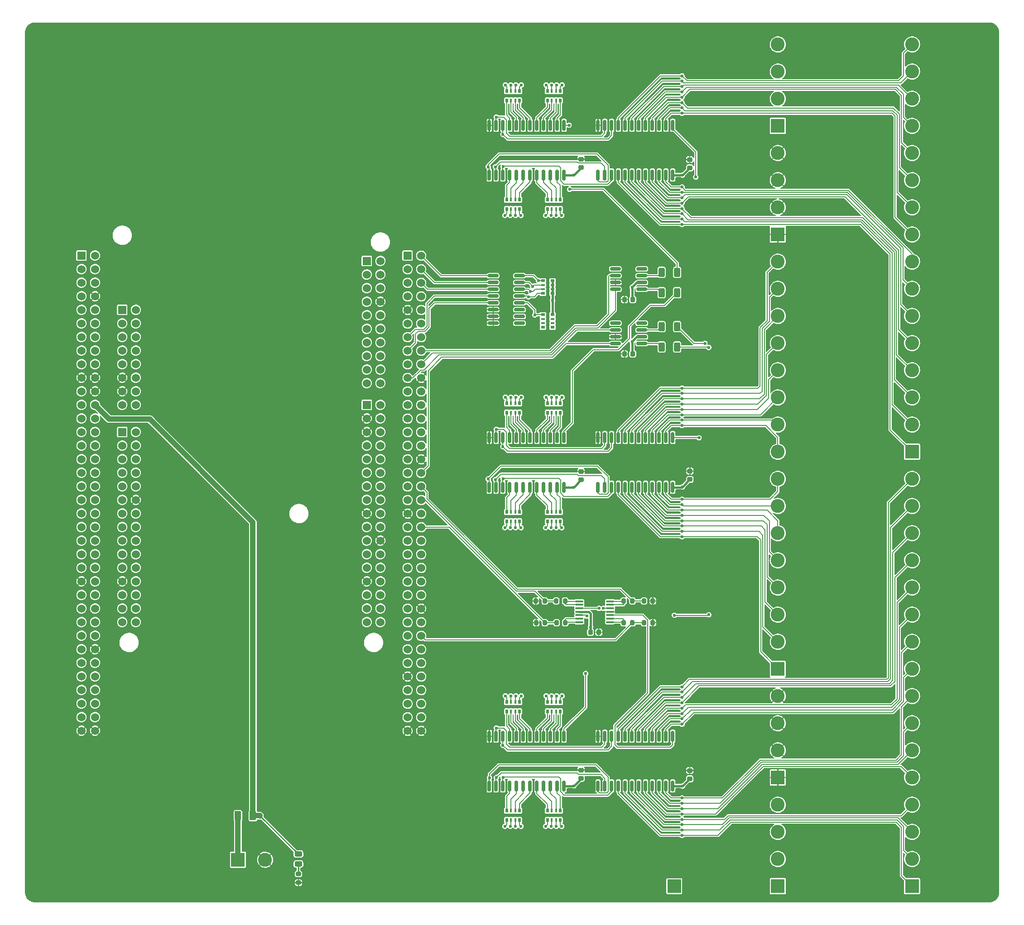
<source format=gbr>
%TF.GenerationSoftware,KiCad,Pcbnew,(5.99.0-10483-ga6ad7a4a70)*%
%TF.CreationDate,2021-07-29T00:24:03+03:00*%
%TF.ProjectId,digital_inputs,64696769-7461-46c5-9f69-6e707574732e,rev?*%
%TF.SameCoordinates,Original*%
%TF.FileFunction,Copper,L1,Top*%
%TF.FilePolarity,Positive*%
%FSLAX46Y46*%
G04 Gerber Fmt 4.6, Leading zero omitted, Abs format (unit mm)*
G04 Created by KiCad (PCBNEW (5.99.0-10483-ga6ad7a4a70)) date 2021-07-29 00:24:03*
%MOMM*%
%LPD*%
G01*
G04 APERTURE LIST*
G04 Aperture macros list*
%AMRoundRect*
0 Rectangle with rounded corners*
0 $1 Rounding radius*
0 $2 $3 $4 $5 $6 $7 $8 $9 X,Y pos of 4 corners*
0 Add a 4 corners polygon primitive as box body*
4,1,4,$2,$3,$4,$5,$6,$7,$8,$9,$2,$3,0*
0 Add four circle primitives for the rounded corners*
1,1,$1+$1,$2,$3*
1,1,$1+$1,$4,$5*
1,1,$1+$1,$6,$7*
1,1,$1+$1,$8,$9*
0 Add four rect primitives between the rounded corners*
20,1,$1+$1,$2,$3,$4,$5,0*
20,1,$1+$1,$4,$5,$6,$7,0*
20,1,$1+$1,$6,$7,$8,$9,0*
20,1,$1+$1,$8,$9,$2,$3,0*%
G04 Aperture macros list end*
%TA.AperFunction,ComponentPad*%
%ADD10R,2.550000X2.550000*%
%TD*%
%TA.AperFunction,ComponentPad*%
%ADD11C,0.800000*%
%TD*%
%TA.AperFunction,ComponentPad*%
%ADD12C,6.400000*%
%TD*%
%TA.AperFunction,ComponentPad*%
%ADD13R,2.600000X2.600000*%
%TD*%
%TA.AperFunction,ComponentPad*%
%ADD14C,2.600000*%
%TD*%
%TA.AperFunction,SMDPad,CuDef*%
%ADD15RoundRect,0.243750X0.456250X-0.243750X0.456250X0.243750X-0.456250X0.243750X-0.456250X-0.243750X0*%
%TD*%
%TA.AperFunction,SMDPad,CuDef*%
%ADD16RoundRect,0.250000X0.312500X0.625000X-0.312500X0.625000X-0.312500X-0.625000X0.312500X-0.625000X0*%
%TD*%
%TA.AperFunction,SMDPad,CuDef*%
%ADD17R,0.500000X0.800000*%
%TD*%
%TA.AperFunction,SMDPad,CuDef*%
%ADD18R,0.400000X0.800000*%
%TD*%
%TA.AperFunction,SMDPad,CuDef*%
%ADD19RoundRect,0.200000X-0.200000X-0.275000X0.200000X-0.275000X0.200000X0.275000X-0.200000X0.275000X0*%
%TD*%
%TA.AperFunction,SMDPad,CuDef*%
%ADD20RoundRect,0.225000X0.225000X0.250000X-0.225000X0.250000X-0.225000X-0.250000X0.225000X-0.250000X0*%
%TD*%
%TA.AperFunction,SMDPad,CuDef*%
%ADD21RoundRect,0.100000X-0.637500X-0.100000X0.637500X-0.100000X0.637500X0.100000X-0.637500X0.100000X0*%
%TD*%
%TA.AperFunction,SMDPad,CuDef*%
%ADD22RoundRect,0.250000X0.375000X0.625000X-0.375000X0.625000X-0.375000X-0.625000X0.375000X-0.625000X0*%
%TD*%
%TA.AperFunction,SMDPad,CuDef*%
%ADD23RoundRect,0.200000X0.200000X0.275000X-0.200000X0.275000X-0.200000X-0.275000X0.200000X-0.275000X0*%
%TD*%
%TA.AperFunction,SMDPad,CuDef*%
%ADD24RoundRect,0.225000X-0.250000X0.225000X-0.250000X-0.225000X0.250000X-0.225000X0.250000X0.225000X0*%
%TD*%
%TA.AperFunction,SMDPad,CuDef*%
%ADD25RoundRect,0.150000X-0.150000X0.875000X-0.150000X-0.875000X0.150000X-0.875000X0.150000X0.875000X0*%
%TD*%
%TA.AperFunction,SMDPad,CuDef*%
%ADD26RoundRect,0.200000X0.275000X-0.200000X0.275000X0.200000X-0.275000X0.200000X-0.275000X-0.200000X0*%
%TD*%
%TA.AperFunction,SMDPad,CuDef*%
%ADD27R,0.800000X0.500000*%
%TD*%
%TA.AperFunction,SMDPad,CuDef*%
%ADD28R,0.800000X0.400000*%
%TD*%
%TA.AperFunction,ComponentPad*%
%ADD29R,1.530000X1.530000*%
%TD*%
%TA.AperFunction,ComponentPad*%
%ADD30C,1.530000*%
%TD*%
%TA.AperFunction,SMDPad,CuDef*%
%ADD31RoundRect,0.150000X-0.825000X-0.150000X0.825000X-0.150000X0.825000X0.150000X-0.825000X0.150000X0*%
%TD*%
%TA.AperFunction,ViaPad*%
%ADD32C,0.600000*%
%TD*%
%TA.AperFunction,Conductor*%
%ADD33C,0.400000*%
%TD*%
%TA.AperFunction,Conductor*%
%ADD34C,1.000000*%
%TD*%
%TA.AperFunction,Conductor*%
%ADD35C,0.250000*%
%TD*%
%TA.AperFunction,Conductor*%
%ADD36C,0.200000*%
%TD*%
G04 APERTURE END LIST*
D10*
%TO.P,J4,1,Pin_1*%
%TO.N,/TST49*%
X248580000Y-208780000D03*
%TD*%
D11*
%TO.P,J12,1,Pin_1*%
%TO.N,GND*%
X208000000Y-206100000D03*
X206302944Y-206802944D03*
X205600000Y-208500000D03*
X206302944Y-210197056D03*
D12*
X208000000Y-208500000D03*
D11*
X209697056Y-210197056D03*
X209697056Y-206802944D03*
X210400000Y-208500000D03*
X208000000Y-210900000D03*
%TD*%
D13*
%TO.P,J6,1,Pin_1*%
%TO.N,GND*%
X267925000Y-188459999D03*
D14*
%TO.P,J6,2,Pin_2*%
X267925000Y-183379999D03*
%TO.P,J6,3,Pin_3*%
X267925000Y-178299999D03*
%TO.P,J6,4,Pin_4*%
X267925000Y-173219999D03*
%TD*%
D15*
%TO.P,D1,1,K*%
%TO.N,Net-(D1-Pad1)*%
X178300000Y-204637500D03*
%TO.P,D1,2,A*%
%TO.N,+12V*%
X178300000Y-202762500D03*
%TD*%
D13*
%TO.P,J5,1,Pin_1*%
%TO.N,Net-(F1-Pad2)*%
X167005000Y-203835000D03*
D14*
%TO.P,J5,2,Pin_2*%
%TO.N,GND*%
X172085000Y-203835000D03*
%TD*%
D16*
%TO.P,R1,1*%
%TO.N,Net-(R1-Pad1)*%
X249112500Y-93940000D03*
%TO.P,R1,2*%
%TO.N,Net-(R1-Pad2)*%
X246187500Y-93940000D03*
%TD*%
D17*
%TO.P,RN12,1,R1.1*%
%TO.N,/TST48*%
X217240000Y-196440000D03*
D18*
%TO.P,RN12,2,R2.1*%
%TO.N,/TST47*%
X218040000Y-196440000D03*
%TO.P,RN12,3,R3.1*%
%TO.N,/TST46*%
X218840000Y-196440000D03*
D17*
%TO.P,RN12,4,R4.1*%
%TO.N,/TST45*%
X219640000Y-196440000D03*
%TO.P,RN12,5,R4.2*%
%TO.N,Net-(RN12-Pad5)*%
X219640000Y-194640000D03*
D18*
%TO.P,RN12,6,R3.2*%
%TO.N,Net-(RN12-Pad6)*%
X218840000Y-194640000D03*
%TO.P,RN12,7,R2.2*%
%TO.N,Net-(RN12-Pad7)*%
X218040000Y-194640000D03*
D17*
%TO.P,RN12,8,R1.2*%
%TO.N,Net-(RN12-Pad8)*%
X217240000Y-194640000D03*
%TD*%
D19*
%TO.P,R7,1*%
%TO.N,GND*%
X222740000Y-159500000D03*
%TO.P,R7,2*%
%TO.N,/IN3*%
X224390000Y-159500000D03*
%TD*%
D20*
%TO.P,C8,1*%
%TO.N,+12V*%
X240805000Y-99020000D03*
%TO.P,C8,2*%
%TO.N,GND*%
X239255000Y-99020000D03*
%TD*%
D17*
%TO.P,RN9,1,R1.1*%
%TO.N,/TST36*%
X219640000Y-174320000D03*
D18*
%TO.P,RN9,2,R2.1*%
%TO.N,/TST35*%
X218840000Y-174320000D03*
%TO.P,RN9,3,R3.1*%
%TO.N,/TST34*%
X218040000Y-174320000D03*
D17*
%TO.P,RN9,4,R4.1*%
%TO.N,/TST33*%
X217240000Y-174320000D03*
%TO.P,RN9,5,R4.2*%
%TO.N,Net-(RN9-Pad5)*%
X217240000Y-176120000D03*
D18*
%TO.P,RN9,6,R3.2*%
%TO.N,Net-(RN9-Pad6)*%
X218040000Y-176120000D03*
%TO.P,RN9,7,R2.2*%
%TO.N,Net-(RN9-Pad7)*%
X218840000Y-176120000D03*
D17*
%TO.P,RN9,8,R1.2*%
%TO.N,Net-(RN9-Pad8)*%
X219640000Y-176120000D03*
%TD*%
D16*
%TO.P,R12,1*%
%TO.N,/TST49*%
X249112500Y-107910000D03*
%TO.P,R12,2*%
%TO.N,Net-(R12-Pad2)*%
X246187500Y-107910000D03*
%TD*%
D21*
%TO.P,U1,1*%
%TO.N,Net-(R4-Pad2)*%
X230817500Y-155490000D03*
%TO.P,U1,2,-*%
X230817500Y-156140000D03*
%TO.P,U1,3,+*%
%TO.N,Net-(U1-Pad3)*%
X230817500Y-156790000D03*
%TO.P,U1,4,V+*%
%TO.N,+12V*%
X230817500Y-157440000D03*
%TO.P,U1,5,+*%
%TO.N,/TST49*%
X230817500Y-158090000D03*
%TO.P,U1,6,-*%
%TO.N,Net-(R6-Pad2)*%
X230817500Y-158740000D03*
%TO.P,U1,7*%
X230817500Y-159390000D03*
%TO.P,U1,8*%
%TO.N,Net-(R8-Pad2)*%
X236542500Y-159390000D03*
%TO.P,U1,9,-*%
X236542500Y-158740000D03*
%TO.P,U1,10,+*%
%TO.N,Net-(U1-Pad10)*%
X236542500Y-158090000D03*
%TO.P,U1,11,V-*%
%TO.N,GND*%
X236542500Y-157440000D03*
%TO.P,U1,12,+*%
%TO.N,Net-(U1-Pad12)*%
X236542500Y-156790000D03*
%TO.P,U1,13,-*%
%TO.N,Net-(R10-Pad2)*%
X236542500Y-156140000D03*
%TO.P,U1,14*%
X236542500Y-155490000D03*
%TD*%
D22*
%TO.P,F1,1*%
%TO.N,+12V*%
X169800000Y-195580000D03*
%TO.P,F1,2*%
%TO.N,Net-(F1-Pad2)*%
X167000000Y-195580000D03*
%TD*%
D23*
%TO.P,R11,1*%
%TO.N,GND*%
X244560000Y-155400000D03*
%TO.P,R11,2*%
%TO.N,/IN1*%
X242910000Y-155400000D03*
%TD*%
D11*
%TO.P,J10,1,Pin_1*%
%TO.N,GND*%
X206100000Y-129500000D03*
X210900000Y-129500000D03*
X210197056Y-131197056D03*
X208500000Y-131900000D03*
X206802944Y-131197056D03*
D12*
X208500000Y-129500000D03*
D11*
X206802944Y-127802944D03*
X210197056Y-127802944D03*
X208500000Y-127100000D03*
%TD*%
D13*
%TO.P,J7,1,Pin_1*%
%TO.N,GND*%
X267925000Y-86860000D03*
D14*
%TO.P,J7,2,Pin_2*%
X267925000Y-81780000D03*
%TO.P,J7,3,Pin_3*%
X267925000Y-76700000D03*
%TO.P,J7,4,Pin_4*%
X267925000Y-71620000D03*
%TD*%
D20*
%TO.P,C9,1*%
%TO.N,+12V*%
X240805000Y-109180000D03*
%TO.P,C9,2*%
%TO.N,GND*%
X239255000Y-109180000D03*
%TD*%
D13*
%TO.P,J8,1,Pin_1*%
%TO.N,+12V*%
X267925000Y-66540000D03*
D14*
%TO.P,J8,2,Pin_2*%
X267925000Y-61460000D03*
%TO.P,J8,3,Pin_3*%
X267925000Y-56380000D03*
%TO.P,J8,4,Pin_4*%
X267925000Y-51300000D03*
%TD*%
D24*
%TO.P,C2,1*%
%TO.N,GND*%
X251460000Y-72845000D03*
%TO.P,C2,2*%
%TO.N,+12V*%
X251460000Y-74395000D03*
%TD*%
D13*
%TO.P,J3,1,Pin_1*%
%TO.N,/TST48*%
X293020000Y-208780000D03*
D14*
%TO.P,J3,2,Pin_2*%
%TO.N,/TST47*%
X293020000Y-203700000D03*
%TO.P,J3,3,Pin_3*%
%TO.N,/TST46*%
X293020000Y-198620000D03*
%TO.P,J3,4,Pin_4*%
%TO.N,/TST45*%
X293020000Y-193540000D03*
%TO.P,J3,5,Pin_5*%
%TO.N,/TST44*%
X293020000Y-188460000D03*
%TO.P,J3,6,Pin_6*%
%TO.N,/TST43*%
X293020000Y-183380000D03*
%TO.P,J3,7,Pin_7*%
%TO.N,/TST42*%
X293020000Y-178300000D03*
%TO.P,J3,8,Pin_8*%
%TO.N,/TST41*%
X293020000Y-173220000D03*
%TO.P,J3,9,Pin_9*%
%TO.N,/TST40*%
X293020000Y-168140000D03*
%TO.P,J3,10,Pin_10*%
%TO.N,/TST39*%
X293020000Y-163060000D03*
%TO.P,J3,11,Pin_11*%
%TO.N,/TST38*%
X293020000Y-157980000D03*
%TO.P,J3,12,Pin_12*%
%TO.N,/TST37*%
X293020000Y-152900000D03*
%TO.P,J3,13,Pin_13*%
%TO.N,/TST36*%
X293020000Y-147820000D03*
%TO.P,J3,14,Pin_14*%
%TO.N,/TST35*%
X293020000Y-142740000D03*
%TO.P,J3,15,Pin_15*%
%TO.N,/TST34*%
X293020000Y-137660000D03*
%TO.P,J3,16,Pin_16*%
%TO.N,/TST33*%
X293020000Y-132580000D03*
%TD*%
D19*
%TO.P,R5,1*%
%TO.N,GND*%
X222695000Y-155400000D03*
%TO.P,R5,2*%
%TO.N,/IN0*%
X224345000Y-155400000D03*
%TD*%
D11*
%TO.P,J16,1,Pin_1*%
%TO.N,GND*%
X305914214Y-206100000D03*
D12*
X305914214Y-208500000D03*
D11*
X308314214Y-208500000D03*
X304217158Y-210197056D03*
X307611270Y-206802944D03*
X305914214Y-210900000D03*
X303514214Y-208500000D03*
X304217158Y-206802944D03*
X307611270Y-210197056D03*
%TD*%
D25*
%TO.P,U2,1,X*%
%TO.N,Net-(U1-Pad3)*%
X248285000Y-66430000D03*
%TO.P,U2,2,X7*%
%TO.N,/TST8*%
X247015000Y-66430000D03*
%TO.P,U2,3,X6*%
%TO.N,/TST7*%
X245745000Y-66430000D03*
%TO.P,U2,4,X5*%
%TO.N,/TST6*%
X244475000Y-66430000D03*
%TO.P,U2,5,X4*%
%TO.N,/TST5*%
X243205000Y-66430000D03*
%TO.P,U2,6,X3*%
%TO.N,/TST4*%
X241935000Y-66430000D03*
%TO.P,U2,7,X2*%
%TO.N,/TST3*%
X240665000Y-66430000D03*
%TO.P,U2,8,X1*%
%TO.N,/TST2*%
X239395000Y-66430000D03*
%TO.P,U2,9,X0*%
%TO.N,/TST1*%
X238125000Y-66430000D03*
%TO.P,U2,10,A*%
%TO.N,/A0*%
X236855000Y-66430000D03*
%TO.P,U2,11,B*%
%TO.N,/A1*%
X235585000Y-66430000D03*
%TO.P,U2,12,VSS*%
%TO.N,GND*%
X234315000Y-66430000D03*
%TO.P,U2,13,D*%
%TO.N,/A3*%
X234315000Y-75730000D03*
%TO.P,U2,14,C*%
%TO.N,/A2*%
X235585000Y-75730000D03*
%TO.P,U2,15,INH*%
%TO.N,/OFF*%
X236855000Y-75730000D03*
%TO.P,U2,16,X15*%
%TO.N,/TST16*%
X238125000Y-75730000D03*
%TO.P,U2,17,X14*%
%TO.N,/TST15*%
X239395000Y-75730000D03*
%TO.P,U2,18,X13*%
%TO.N,/TST14*%
X240665000Y-75730000D03*
%TO.P,U2,19,X12*%
%TO.N,/TST13*%
X241935000Y-75730000D03*
%TO.P,U2,20,X11*%
%TO.N,/TST12*%
X243205000Y-75730000D03*
%TO.P,U2,21,X10*%
%TO.N,/TST11*%
X244475000Y-75730000D03*
%TO.P,U2,22,X9*%
%TO.N,/TST10*%
X245745000Y-75730000D03*
%TO.P,U2,23,X8*%
%TO.N,/TST9*%
X247015000Y-75730000D03*
%TO.P,U2,24,VDD*%
%TO.N,+12V*%
X248285000Y-75730000D03*
%TD*%
D17*
%TO.P,RN3,1,R1.1*%
%TO.N,Net-(RN3-Pad1)*%
X227260000Y-80340000D03*
D18*
%TO.P,RN3,2,R2.1*%
%TO.N,Net-(RN3-Pad2)*%
X226460000Y-80340000D03*
%TO.P,RN3,3,R3.1*%
%TO.N,Net-(RN3-Pad3)*%
X225660000Y-80340000D03*
D17*
%TO.P,RN3,4,R4.1*%
%TO.N,Net-(RN3-Pad4)*%
X224860000Y-80340000D03*
%TO.P,RN3,5,R4.2*%
%TO.N,/TST12*%
X224860000Y-82140000D03*
D18*
%TO.P,RN3,6,R3.2*%
%TO.N,/TST11*%
X225660000Y-82140000D03*
%TO.P,RN3,7,R2.2*%
%TO.N,/TST10*%
X226460000Y-82140000D03*
D17*
%TO.P,RN3,8,R1.2*%
%TO.N,/TST9*%
X227260000Y-82140000D03*
%TD*%
D25*
%TO.P,U4,1,X*%
%TO.N,Net-(U1-Pad10)*%
X248285000Y-180730000D03*
%TO.P,U4,2,X7*%
%TO.N,/TST40*%
X247015000Y-180730000D03*
%TO.P,U4,3,X6*%
%TO.N,/TST39*%
X245745000Y-180730000D03*
%TO.P,U4,4,X5*%
%TO.N,/TST38*%
X244475000Y-180730000D03*
%TO.P,U4,5,X4*%
%TO.N,/TST37*%
X243205000Y-180730000D03*
%TO.P,U4,6,X3*%
%TO.N,/TST36*%
X241935000Y-180730000D03*
%TO.P,U4,7,X2*%
%TO.N,/TST35*%
X240665000Y-180730000D03*
%TO.P,U4,8,X1*%
%TO.N,/TST34*%
X239395000Y-180730000D03*
%TO.P,U4,9,X0*%
%TO.N,/TST33*%
X238125000Y-180730000D03*
%TO.P,U4,10,A*%
%TO.N,/A0*%
X236855000Y-180730000D03*
%TO.P,U4,11,B*%
%TO.N,/A1*%
X235585000Y-180730000D03*
%TO.P,U4,12,VSS*%
%TO.N,GND*%
X234315000Y-180730000D03*
%TO.P,U4,13,D*%
%TO.N,/A3*%
X234315000Y-190030000D03*
%TO.P,U4,14,C*%
%TO.N,/A2*%
X235585000Y-190030000D03*
%TO.P,U4,15,INH*%
%TO.N,/OFF*%
X236855000Y-190030000D03*
%TO.P,U4,16,X15*%
%TO.N,/TST48*%
X238125000Y-190030000D03*
%TO.P,U4,17,X14*%
%TO.N,/TST47*%
X239395000Y-190030000D03*
%TO.P,U4,18,X13*%
%TO.N,/TST46*%
X240665000Y-190030000D03*
%TO.P,U4,19,X12*%
%TO.N,/TST45*%
X241935000Y-190030000D03*
%TO.P,U4,20,X11*%
%TO.N,/TST44*%
X243205000Y-190030000D03*
%TO.P,U4,21,X10*%
%TO.N,/TST43*%
X244475000Y-190030000D03*
%TO.P,U4,22,X9*%
%TO.N,/TST42*%
X245745000Y-190030000D03*
%TO.P,U4,23,X8*%
%TO.N,/TST41*%
X247015000Y-190030000D03*
%TO.P,U4,24,VDD*%
%TO.N,+12V*%
X248285000Y-190030000D03*
%TD*%
D17*
%TO.P,RN10,1,R1.1*%
%TO.N,/TST40*%
X227260000Y-174320000D03*
D18*
%TO.P,RN10,2,R2.1*%
%TO.N,/TST39*%
X226460000Y-174320000D03*
%TO.P,RN10,3,R3.1*%
%TO.N,/TST38*%
X225660000Y-174320000D03*
D17*
%TO.P,RN10,4,R4.1*%
%TO.N,/TST37*%
X224860000Y-174320000D03*
%TO.P,RN10,5,R4.2*%
%TO.N,Net-(RN10-Pad5)*%
X224860000Y-176120000D03*
D18*
%TO.P,RN10,6,R3.2*%
%TO.N,Net-(RN10-Pad6)*%
X225660000Y-176120000D03*
%TO.P,RN10,7,R2.2*%
%TO.N,Net-(RN10-Pad7)*%
X226460000Y-176120000D03*
D17*
%TO.P,RN10,8,R1.2*%
%TO.N,Net-(RN10-Pad8)*%
X227260000Y-176120000D03*
%TD*%
D24*
%TO.P,C7,1*%
%TO.N,GND*%
X231140000Y-187050000D03*
%TO.P,C7,2*%
%TO.N,+12V*%
X231140000Y-188600000D03*
%TD*%
D11*
%TO.P,J11,1,Pin_1*%
%TO.N,GND*%
X304217158Y-52197056D03*
X305914214Y-48100000D03*
X308314214Y-50500000D03*
D12*
X305914214Y-50500000D03*
D11*
X304217158Y-48802944D03*
X305914214Y-52900000D03*
X307611270Y-48802944D03*
X307611270Y-52197056D03*
X303514214Y-50500000D03*
%TD*%
D26*
%TO.P,R13,1*%
%TO.N,GND*%
X178300000Y-208125000D03*
%TO.P,R13,2*%
%TO.N,Net-(D1-Pad1)*%
X178300000Y-206475000D03*
%TD*%
D27*
%TO.P,RN13,1,R1.1*%
%TO.N,+12V*%
X225810000Y-97890000D03*
D28*
%TO.P,RN13,2,R2.1*%
X225810000Y-97090000D03*
%TO.P,RN13,3,R3.1*%
X225810000Y-96290000D03*
D27*
%TO.P,RN13,4,R4.1*%
X225810000Y-95490000D03*
%TO.P,RN13,5,R4.2*%
%TO.N,/A0*%
X224010000Y-95490000D03*
D28*
%TO.P,RN13,6,R3.2*%
%TO.N,/A1*%
X224010000Y-96290000D03*
%TO.P,RN13,7,R2.2*%
%TO.N,/A2*%
X224010000Y-97090000D03*
D27*
%TO.P,RN13,8,R1.2*%
%TO.N,/A3*%
X224010000Y-97890000D03*
%TD*%
D29*
%TO.P,U11,CN7_1,D16/I2S_A_MCK*%
%TO.N,unconnected-(U11-PadCN7_1)*%
X191090000Y-91816000D03*
D30*
%TO.P,U11,CN7_2,D15/I2C_A_SCL*%
%TO.N,unconnected-(U11-PadCN7_2)*%
X193630000Y-91816000D03*
%TO.P,U11,CN7_3,D17/I2S_A_SD*%
%TO.N,unconnected-(U11-PadCN7_3)*%
X191090000Y-94356000D03*
%TO.P,U11,CN7_4,D14/I2C_A_SDA*%
%TO.N,unconnected-(U11-PadCN7_4)*%
X193630000Y-94356000D03*
%TO.P,U11,CN7_5,D18/I2S_A_CK*%
%TO.N,unconnected-(U11-PadCN7_5)*%
X191090000Y-96896000D03*
%TO.P,U11,CN7_6,AREF*%
%TO.N,unconnected-(U11-PadCN7_6)*%
X193630000Y-96896000D03*
%TO.P,U11,CN7_7,D19/I2S_A_WS*%
%TO.N,unconnected-(U11-PadCN7_7)*%
X191090000Y-99436000D03*
%TO.P,U11,CN7_8,GND_CN7*%
%TO.N,GND*%
X193630000Y-99436000D03*
%TO.P,U11,CN7_9,D20/I2S_B_WS*%
%TO.N,unconnected-(U11-PadCN7_9)*%
X191090000Y-101976000D03*
%TO.P,U11,CN7_10,D13/SPI_A_SCK*%
%TO.N,unconnected-(U11-PadCN7_10)*%
X193630000Y-101976000D03*
%TO.P,U11,CN7_11,D21/I2S_B_MCK*%
%TO.N,unconnected-(U11-PadCN7_11)*%
X191090000Y-104516000D03*
%TO.P,U11,CN7_12,D12/SPI_A_MISO*%
%TO.N,unconnected-(U11-PadCN7_12)*%
X193630000Y-104516000D03*
%TO.P,U11,CN7_13,D22/I2S_B_SD/SPI_B_MOSI*%
%TO.N,unconnected-(U11-PadCN7_13)*%
X191090000Y-107056000D03*
%TO.P,U11,CN7_14,D11/SPI_A_MOSI/TIM_E_PWM1*%
%TO.N,unconnected-(U11-PadCN7_14)*%
X193630000Y-107056000D03*
%TO.P,U11,CN7_15,D23/I2S_B_CK/SPI_B_SCK*%
%TO.N,unconnected-(U11-PadCN7_15)*%
X191090000Y-109596000D03*
%TO.P,U11,CN7_16,D10/SPI_A_CS/TIM_B_PWM3*%
%TO.N,unconnected-(U11-PadCN7_16)*%
X193630000Y-109596000D03*
%TO.P,U11,CN7_17,D24/SPI_B_NSS*%
%TO.N,unconnected-(U11-PadCN7_17)*%
X191090000Y-112136000D03*
%TO.P,U11,CN7_18,D9/TIMER_B_PWM2*%
%TO.N,unconnected-(U11-PadCN7_18)*%
X193630000Y-112136000D03*
%TO.P,U11,CN7_19,D25/SPI_B_MISO*%
%TO.N,unconnected-(U11-PadCN7_19)*%
X191090000Y-114676000D03*
%TO.P,U11,CN7_20,D8/IO*%
%TO.N,unconnected-(U11-PadCN7_20)*%
X193630000Y-114676000D03*
D29*
%TO.P,U11,CN8_1,NC_CN8*%
%TO.N,unconnected-(U11-PadCN8_1)*%
X145370000Y-100960000D03*
D30*
%TO.P,U11,CN8_2,D43/SDMMC_D0*%
%TO.N,unconnected-(U11-PadCN8_2)*%
X147910000Y-100960000D03*
%TO.P,U11,CN8_3,IOREF_CN8*%
%TO.N,unconnected-(U11-PadCN8_3)*%
X145370000Y-103500000D03*
%TO.P,U11,CN8_4,D44/SDMMC_D1/I2S_A_CKIN*%
%TO.N,unconnected-(U11-PadCN8_4)*%
X147910000Y-103500000D03*
%TO.P,U11,CN8_5,RESET_CN8*%
%TO.N,unconnected-(U11-PadCN8_5)*%
X145370000Y-106040000D03*
%TO.P,U11,CN8_6,D45/SDMMC_D2*%
%TO.N,unconnected-(U11-PadCN8_6)*%
X147910000Y-106040000D03*
%TO.P,U11,CN8_7,+3V3_CN8*%
%TO.N,unconnected-(U11-PadCN8_7)*%
X145370000Y-108580000D03*
%TO.P,U11,CN8_8,D46/SDMMC_D3*%
%TO.N,unconnected-(U11-PadCN8_8)*%
X147910000Y-108580000D03*
%TO.P,U11,CN8_9,+5V_CN8*%
%TO.N,unconnected-(U11-PadCN8_9)*%
X145370000Y-111120000D03*
%TO.P,U11,CN8_10,D47/SDMMC_CK*%
%TO.N,unconnected-(U11-PadCN8_10)*%
X147910000Y-111120000D03*
%TO.P,U11,CN8_11,GND_CN8*%
%TO.N,GND*%
X145370000Y-113660000D03*
%TO.P,U11,CN8_12,D48/SDMMC_CMD*%
%TO.N,unconnected-(U11-PadCN8_12)*%
X147910000Y-113660000D03*
%TO.P,U11,CN8_13,GND_CN8*%
%TO.N,GND*%
X145370000Y-116200000D03*
%TO.P,U11,CN8_14,D49/IO*%
%TO.N,unconnected-(U11-PadCN8_14)*%
X147910000Y-116200000D03*
%TO.P,U11,CN8_15,VIN_CN8*%
%TO.N,unconnected-(U11-PadCN8_15)*%
X145370000Y-118740000D03*
%TO.P,U11,CN8_16,D50/IO*%
%TO.N,unconnected-(U11-PadCN8_16)*%
X147910000Y-118740000D03*
D29*
%TO.P,U11,CN9_1,A0/ADC123_IN3*%
%TO.N,unconnected-(U11-PadCN9_1)*%
X145370000Y-123820000D03*
D30*
%TO.P,U11,CN9_2,D51/USART_B_SCLK*%
%TO.N,unconnected-(U11-PadCN9_2)*%
X147910000Y-123820000D03*
%TO.P,U11,CN9_3,A1/ADC123_IN10*%
%TO.N,unconnected-(U11-PadCN9_3)*%
X145370000Y-126360000D03*
%TO.P,U11,CN9_4,D52/USART_B_RX*%
%TO.N,unconnected-(U11-PadCN9_4)*%
X147910000Y-126360000D03*
%TO.P,U11,CN9_5,A2/ADC123_IN13*%
%TO.N,unconnected-(U11-PadCN9_5)*%
X145370000Y-128900000D03*
%TO.P,U11,CN9_6,D53/USART_B_TX*%
%TO.N,unconnected-(U11-PadCN9_6)*%
X147910000Y-128900000D03*
%TO.P,U11,CN9_7,A3/ADC3_IN9*%
%TO.N,unconnected-(U11-PadCN9_7)*%
X145370000Y-131440000D03*
%TO.P,U11,CN9_8,D54/USART_B_RTS*%
%TO.N,unconnected-(U11-PadCN9_8)*%
X147910000Y-131440000D03*
%TO.P,U11,CN9_9,A4/ADC3_IN15/I2C1_SDA*%
%TO.N,unconnected-(U11-PadCN9_9)*%
X145370000Y-133980000D03*
%TO.P,U11,CN9_10,D55/USART_B_CTS*%
%TO.N,unconnected-(U11-PadCN9_10)*%
X147910000Y-133980000D03*
%TO.P,U11,CN9_11,A5/ADC3_IN8/I2C1_SCL*%
%TO.N,unconnected-(U11-PadCN9_11)*%
X145370000Y-136520000D03*
%TO.P,U11,CN9_12,GND_CN9*%
%TO.N,GND*%
X147910000Y-136520000D03*
%TO.P,U11,CN9_13,D72/NC*%
%TO.N,unconnected-(U11-PadCN9_13)*%
X145370000Y-139060000D03*
%TO.P,U11,CN9_14,D56/SAI_A_MCLK*%
%TO.N,unconnected-(U11-PadCN9_14)*%
X147910000Y-139060000D03*
%TO.P,U11,CN9_15,D71/IO*%
%TO.N,unconnected-(U11-PadCN9_15)*%
X145370000Y-141600000D03*
%TO.P,U11,CN9_16,D57/SAI_A_FS*%
%TO.N,unconnected-(U11-PadCN9_16)*%
X147910000Y-141600000D03*
%TO.P,U11,CN9_17,D70/I2C_B_SMBA*%
%TO.N,unconnected-(U11-PadCN9_17)*%
X145370000Y-144140000D03*
%TO.P,U11,CN9_18,D58/SAI_A_SCK*%
%TO.N,unconnected-(U11-PadCN9_18)*%
X147910000Y-144140000D03*
%TO.P,U11,CN9_19,D69/I2C_B_SCL*%
%TO.N,unconnected-(U11-PadCN9_19)*%
X145370000Y-146680000D03*
%TO.P,U11,CN9_20,D59/SAI_A_SD*%
%TO.N,unconnected-(U11-PadCN9_20)*%
X147910000Y-146680000D03*
%TO.P,U11,CN9_21,D68/I2C_B_SDA*%
%TO.N,unconnected-(U11-PadCN9_21)*%
X145370000Y-149220000D03*
%TO.P,U11,CN9_22,D60/SAI_B_SD*%
%TO.N,unconnected-(U11-PadCN9_22)*%
X147910000Y-149220000D03*
%TO.P,U11,CN9_23,GND_CN9*%
%TO.N,GND*%
X145370000Y-151760000D03*
%TO.P,U11,CN9_24,D61/SAI_B_SCK*%
%TO.N,unconnected-(U11-PadCN9_24)*%
X147910000Y-151760000D03*
%TO.P,U11,CN9_25,D67/CAN_RX*%
%TO.N,unconnected-(U11-PadCN9_25)*%
X145370000Y-154300000D03*
%TO.P,U11,CN9_26,D62/SAI_B_MCLK*%
%TO.N,unconnected-(U11-PadCN9_26)*%
X147910000Y-154300000D03*
%TO.P,U11,CN9_27,D66/CAN_TX*%
%TO.N,unconnected-(U11-PadCN9_27)*%
X145370000Y-156840000D03*
%TO.P,U11,CN9_28,D63/SAI_B_FS*%
%TO.N,unconnected-(U11-PadCN9_28)*%
X147910000Y-156840000D03*
%TO.P,U11,CN9_29,D65/IO*%
%TO.N,unconnected-(U11-PadCN9_29)*%
X145370000Y-159380000D03*
%TO.P,U11,CN9_30,D64/IO*%
%TO.N,unconnected-(U11-PadCN9_30)*%
X147910000Y-159380000D03*
D29*
%TO.P,U11,CN10_1,AVDD_CN10*%
%TO.N,unconnected-(U11-PadCN10_1)*%
X191090000Y-118740000D03*
D30*
%TO.P,U11,CN10_2,D7/IO*%
%TO.N,unconnected-(U11-PadCN10_2)*%
X193630000Y-118740000D03*
%TO.P,U11,CN10_3,AGND_CN10*%
%TO.N,GND*%
X191090000Y-121280000D03*
%TO.P,U11,CN10_4,D6/TIMER_A_PWM1*%
%TO.N,unconnected-(U11-PadCN10_4)*%
X193630000Y-121280000D03*
%TO.P,U11,CN10_5,GND_CN10*%
%TO.N,GND*%
X191090000Y-123820000D03*
%TO.P,U11,CN10_6,D5/TIMER_A_PWM2*%
%TO.N,unconnected-(U11-PadCN10_6)*%
X193630000Y-123820000D03*
%TO.P,U11,CN10_7,A6/ADC_A_IN*%
%TO.N,unconnected-(U11-PadCN10_7)*%
X191090000Y-126360000D03*
%TO.P,U11,CN10_8,D4/IO*%
%TO.N,unconnected-(U11-PadCN10_8)*%
X193630000Y-126360000D03*
%TO.P,U11,CN10_9,A7/ADC_B_IN*%
%TO.N,unconnected-(U11-PadCN10_9)*%
X191090000Y-128900000D03*
%TO.P,U11,CN10_10,D3/TIMER_A_PWM3*%
%TO.N,unconnected-(U11-PadCN10_10)*%
X193630000Y-128900000D03*
%TO.P,U11,CN10_11,A8/ADC_C_IN*%
%TO.N,unconnected-(U11-PadCN10_11)*%
X191090000Y-131440000D03*
%TO.P,U11,CN10_12,D2/IO*%
%TO.N,unconnected-(U11-PadCN10_12)*%
X193630000Y-131440000D03*
%TO.P,U11,CN10_13,D26/IO*%
%TO.N,unconnected-(U11-PadCN10_13)*%
X191090000Y-133980000D03*
%TO.P,U11,CN10_14,D1/USART_A_TX*%
%TO.N,unconnected-(U11-PadCN10_14)*%
X193630000Y-133980000D03*
%TO.P,U11,CN10_15,D27/IO*%
%TO.N,unconnected-(U11-PadCN10_15)*%
X191090000Y-136520000D03*
%TO.P,U11,CN10_16,D0/USART_A_RX*%
%TO.N,unconnected-(U11-PadCN10_16)*%
X193630000Y-136520000D03*
%TO.P,U11,CN10_17,GND_CN10*%
%TO.N,GND*%
X191090000Y-139060000D03*
%TO.P,U11,CN10_18,D42/TIMER_A_PWM1N*%
%TO.N,unconnected-(U11-PadCN10_18)*%
X193630000Y-139060000D03*
%TO.P,U11,CN10_19,D28/IO*%
%TO.N,unconnected-(U11-PadCN10_19)*%
X191090000Y-141600000D03*
%TO.P,U11,CN10_20,D41/TIMER_A_ETR*%
%TO.N,unconnected-(U11-PadCN10_20)*%
X193630000Y-141600000D03*
%TO.P,U11,CN10_21,D29/IO*%
%TO.N,unconnected-(U11-PadCN10_21)*%
X191090000Y-144140000D03*
%TO.P,U11,CN10_22,GND_CN10*%
%TO.N,GND*%
X193630000Y-144140000D03*
%TO.P,U11,CN10_23,D30/IO*%
%TO.N,unconnected-(U11-PadCN10_23)*%
X191090000Y-146680000D03*
%TO.P,U11,CN10_24,D40/TIMER_A_PWM2N*%
%TO.N,unconnected-(U11-PadCN10_24)*%
X193630000Y-146680000D03*
%TO.P,U11,CN10_25,D31/IO*%
%TO.N,unconnected-(U11-PadCN10_25)*%
X191090000Y-149220000D03*
%TO.P,U11,CN10_26,D39/TIMER_A_PWM3N*%
%TO.N,unconnected-(U11-PadCN10_26)*%
X193630000Y-149220000D03*
%TO.P,U11,CN10_27,GND_CN10*%
%TO.N,GND*%
X191090000Y-151760000D03*
%TO.P,U11,CN10_28,D38/IO*%
%TO.N,unconnected-(U11-PadCN10_28)*%
X193630000Y-151760000D03*
%TO.P,U11,CN10_29,D32/TIMER_C_PWM1*%
%TO.N,unconnected-(U11-PadCN10_29)*%
X191090000Y-154300000D03*
%TO.P,U11,CN10_30,D37/TIMER_A_BKIN1*%
%TO.N,unconnected-(U11-PadCN10_30)*%
X193630000Y-154300000D03*
%TO.P,U11,CN10_31,D33/TIMER_D_PWM1*%
%TO.N,unconnected-(U11-PadCN10_31)*%
X191090000Y-156840000D03*
%TO.P,U11,CN10_32,D36/TIMER_C_PWM2*%
%TO.N,unconnected-(U11-PadCN10_32)*%
X193630000Y-156840000D03*
%TO.P,U11,CN10_33,D34/TIMER_B_ETR*%
%TO.N,unconnected-(U11-PadCN10_33)*%
X191090000Y-159380000D03*
%TO.P,U11,CN10_34,D35/TIMER_C_PWM3*%
%TO.N,unconnected-(U11-PadCN10_34)*%
X193630000Y-159380000D03*
D29*
%TO.P,U11,CN11_1,PC10*%
%TO.N,unconnected-(U11-PadCN11_1)*%
X137750000Y-90800000D03*
D30*
%TO.P,U11,CN11_2,PC11*%
%TO.N,unconnected-(U11-PadCN11_2)*%
X140290000Y-90800000D03*
%TO.P,U11,CN11_3,PC12*%
%TO.N,unconnected-(U11-PadCN11_3)*%
X137750000Y-93340000D03*
%TO.P,U11,CN11_4,PD2*%
%TO.N,unconnected-(U11-PadCN11_4)*%
X140290000Y-93340000D03*
%TO.P,U11,CN11_5,VDD*%
%TO.N,unconnected-(U11-PadCN11_5)*%
X137750000Y-95880000D03*
%TO.P,U11,CN11_6,E5V*%
%TO.N,unconnected-(U11-PadCN11_6)*%
X140290000Y-95880000D03*
%TO.P,U11,CN11_7,BOOT0*%
%TO.N,unconnected-(U11-PadCN11_7)*%
X137750000Y-98420000D03*
%TO.P,U11,CN11_8,GND_CN11*%
%TO.N,GND*%
X140290000Y-98420000D03*
%TO.P,U11,CN11_9,PF6*%
%TO.N,unconnected-(U11-PadCN11_9)*%
X137750000Y-100960000D03*
%TO.P,U11,CN11_10,NC*%
%TO.N,unconnected-(U11-PadCN11_10)*%
X140290000Y-100960000D03*
%TO.P,U11,CN11_11,PF7*%
%TO.N,unconnected-(U11-PadCN11_11)*%
X137750000Y-103500000D03*
%TO.P,U11,CN11_12,IOREF*%
%TO.N,unconnected-(U11-PadCN11_12)*%
X140290000Y-103500000D03*
%TO.P,U11,CN11_13,PA13*%
%TO.N,unconnected-(U11-PadCN11_13)*%
X137750000Y-106040000D03*
%TO.P,U11,CN11_14,RESET*%
%TO.N,unconnected-(U11-PadCN11_14)*%
X140290000Y-106040000D03*
%TO.P,U11,CN11_15,PA14*%
%TO.N,unconnected-(U11-PadCN11_15)*%
X137750000Y-108580000D03*
%TO.P,U11,CN11_16,+3V3*%
%TO.N,unconnected-(U11-PadCN11_16)*%
X140290000Y-108580000D03*
%TO.P,U11,CN11_17,PA15*%
%TO.N,unconnected-(U11-PadCN11_17)*%
X137750000Y-111120000D03*
%TO.P,U11,CN11_18,+5V*%
%TO.N,unconnected-(U11-PadCN11_18)*%
X140290000Y-111120000D03*
%TO.P,U11,CN11_19,GND_CN11*%
%TO.N,GND*%
X137750000Y-113660000D03*
%TO.P,U11,CN11_20,GND_CN11*%
X140290000Y-113660000D03*
%TO.P,U11,CN11_21,PB7*%
%TO.N,unconnected-(U11-PadCN11_21)*%
X137750000Y-116200000D03*
%TO.P,U11,CN11_22,GND_CN11*%
%TO.N,GND*%
X140290000Y-116200000D03*
%TO.P,U11,CN11_23,PC13*%
%TO.N,unconnected-(U11-PadCN11_23)*%
X137750000Y-118740000D03*
%TO.P,U11,CN11_24,VIN*%
%TO.N,+12V*%
X140290000Y-118740000D03*
%TO.P,U11,CN11_25,PC14*%
%TO.N,unconnected-(U11-PadCN11_25)*%
X137750000Y-121280000D03*
%TO.P,U11,CN11_26,NC*%
%TO.N,unconnected-(U11-PadCN11_26)*%
X140290000Y-121280000D03*
%TO.P,U11,CN11_27,PC15*%
%TO.N,unconnected-(U11-PadCN11_27)*%
X137750000Y-123820000D03*
%TO.P,U11,CN11_28,PA0*%
%TO.N,unconnected-(U11-PadCN11_28)*%
X140290000Y-123820000D03*
%TO.P,U11,CN11_29,PH0*%
%TO.N,unconnected-(U11-PadCN11_29)*%
X137750000Y-126360000D03*
%TO.P,U11,CN11_30,PA1*%
%TO.N,unconnected-(U11-PadCN11_30)*%
X140290000Y-126360000D03*
%TO.P,U11,CN11_31,PH1*%
%TO.N,unconnected-(U11-PadCN11_31)*%
X137750000Y-128900000D03*
%TO.P,U11,CN11_32,PA4*%
%TO.N,unconnected-(U11-PadCN11_32)*%
X140290000Y-128900000D03*
%TO.P,U11,CN11_33,VBAT*%
%TO.N,unconnected-(U11-PadCN11_33)*%
X137750000Y-131440000D03*
%TO.P,U11,CN11_34,PB0*%
%TO.N,unconnected-(U11-PadCN11_34)*%
X140290000Y-131440000D03*
%TO.P,U11,CN11_35,PC2*%
%TO.N,unconnected-(U11-PadCN11_35)*%
X137750000Y-133980000D03*
%TO.P,U11,CN11_36,PC1*%
%TO.N,unconnected-(U11-PadCN11_36)*%
X140290000Y-133980000D03*
%TO.P,U11,CN11_37,PC3*%
%TO.N,unconnected-(U11-PadCN11_37)*%
X137750000Y-136520000D03*
%TO.P,U11,CN11_38,PC0*%
%TO.N,unconnected-(U11-PadCN11_38)*%
X140290000Y-136520000D03*
%TO.P,U11,CN11_39,PD4*%
%TO.N,unconnected-(U11-PadCN11_39)*%
X137750000Y-139060000D03*
%TO.P,U11,CN11_40,PD3*%
%TO.N,unconnected-(U11-PadCN11_40)*%
X140290000Y-139060000D03*
%TO.P,U11,CN11_41,PD5*%
%TO.N,unconnected-(U11-PadCN11_41)*%
X137750000Y-141600000D03*
%TO.P,U11,CN11_42,PG2*%
%TO.N,unconnected-(U11-PadCN11_42)*%
X140290000Y-141600000D03*
%TO.P,U11,CN11_43,PD6*%
%TO.N,unconnected-(U11-PadCN11_43)*%
X137750000Y-144140000D03*
%TO.P,U11,CN11_44,PG3*%
%TO.N,unconnected-(U11-PadCN11_44)*%
X140290000Y-144140000D03*
%TO.P,U11,CN11_45,PD7*%
%TO.N,unconnected-(U11-PadCN11_45)*%
X137750000Y-146680000D03*
%TO.P,U11,CN11_46,PE2*%
%TO.N,unconnected-(U11-PadCN11_46)*%
X140290000Y-146680000D03*
%TO.P,U11,CN11_47,PE3*%
%TO.N,unconnected-(U11-PadCN11_47)*%
X137750000Y-149220000D03*
%TO.P,U11,CN11_48,PE4*%
%TO.N,unconnected-(U11-PadCN11_48)*%
X140290000Y-149220000D03*
%TO.P,U11,CN11_49,GND_CN11*%
%TO.N,GND*%
X137750000Y-151760000D03*
%TO.P,U11,CN11_50,PE5*%
%TO.N,unconnected-(U11-PadCN11_50)*%
X140290000Y-151760000D03*
%TO.P,U11,CN11_51,PF1*%
%TO.N,unconnected-(U11-PadCN11_51)*%
X137750000Y-154300000D03*
%TO.P,U11,CN11_52,PF2*%
%TO.N,unconnected-(U11-PadCN11_52)*%
X140290000Y-154300000D03*
%TO.P,U11,CN11_53,PF0*%
%TO.N,unconnected-(U11-PadCN11_53)*%
X137750000Y-156840000D03*
%TO.P,U11,CN11_54,PF8*%
%TO.N,unconnected-(U11-PadCN11_54)*%
X140290000Y-156840000D03*
%TO.P,U11,CN11_55,PD1*%
%TO.N,unconnected-(U11-PadCN11_55)*%
X137750000Y-159380000D03*
%TO.P,U11,CN11_56,PF9*%
%TO.N,unconnected-(U11-PadCN11_56)*%
X140290000Y-159380000D03*
%TO.P,U11,CN11_57,PD0*%
%TO.N,unconnected-(U11-PadCN11_57)*%
X137750000Y-161920000D03*
%TO.P,U11,CN11_58,PG1*%
%TO.N,unconnected-(U11-PadCN11_58)*%
X140290000Y-161920000D03*
%TO.P,U11,CN11_59,PG0*%
%TO.N,unconnected-(U11-PadCN11_59)*%
X137750000Y-164460000D03*
%TO.P,U11,CN11_60,GND_CN11*%
%TO.N,GND*%
X140290000Y-164460000D03*
%TO.P,U11,CN11_61,PE1*%
%TO.N,unconnected-(U11-PadCN11_61)*%
X137750000Y-167000000D03*
%TO.P,U11,CN11_62,PE6*%
%TO.N,unconnected-(U11-PadCN11_62)*%
X140290000Y-167000000D03*
%TO.P,U11,CN11_63,PG9*%
%TO.N,unconnected-(U11-PadCN11_63)*%
X137750000Y-169540000D03*
%TO.P,U11,CN11_64,PG15*%
%TO.N,unconnected-(U11-PadCN11_64)*%
X140290000Y-169540000D03*
%TO.P,U11,CN11_65,PG12*%
%TO.N,unconnected-(U11-PadCN11_65)*%
X137750000Y-172080000D03*
%TO.P,U11,CN11_66,PG10*%
%TO.N,unconnected-(U11-PadCN11_66)*%
X140290000Y-172080000D03*
%TO.P,U11,CN11_67,NC*%
%TO.N,unconnected-(U11-PadCN11_67)*%
X137750000Y-174620000D03*
%TO.P,U11,CN11_68,PG13*%
%TO.N,unconnected-(U11-PadCN11_68)*%
X140290000Y-174620000D03*
%TO.P,U11,CN11_69,PD9*%
%TO.N,unconnected-(U11-PadCN11_69)*%
X137750000Y-177160000D03*
%TO.P,U11,CN11_70,PG11*%
%TO.N,unconnected-(U11-PadCN11_70)*%
X140290000Y-177160000D03*
%TO.P,U11,CN11_71,GND_CN11*%
%TO.N,GND*%
X137750000Y-179700000D03*
%TO.P,U11,CN11_72,GND_CN11*%
X140290000Y-179700000D03*
D29*
%TO.P,U11,CN12_1,PC9*%
%TO.N,unconnected-(U11-PadCN12_1)*%
X198710000Y-90820000D03*
D30*
%TO.P,U11,CN12_2,PC8*%
%TO.N,/ADR0*%
X201250000Y-90820000D03*
%TO.P,U11,CN12_3,PB8*%
%TO.N,unconnected-(U11-PadCN12_3)*%
X198710000Y-93360000D03*
%TO.P,U11,CN12_4,PC6*%
%TO.N,/ADR1*%
X201250000Y-93360000D03*
%TO.P,U11,CN12_5,PB9*%
%TO.N,unconnected-(U11-PadCN12_5)*%
X198710000Y-95900000D03*
%TO.P,U11,CN12_6,PC5*%
%TO.N,/ADR2*%
X201250000Y-95900000D03*
%TO.P,U11,CN12_7,AVDD_CN12*%
%TO.N,unconnected-(U11-PadCN12_7)*%
X198710000Y-98440000D03*
%TO.P,U11,CN12_8,U5V*%
%TO.N,unconnected-(U11-PadCN12_8)*%
X201250000Y-98440000D03*
%TO.P,U11,CN12_9,GND_CN12*%
%TO.N,GND*%
X198710000Y-100980000D03*
%TO.P,U11,CN12_10,PD8*%
%TO.N,unconnected-(U11-PadCN12_10)*%
X201250000Y-100980000D03*
%TO.P,U11,CN12_11,PA5*%
%TO.N,unconnected-(U11-PadCN12_11)*%
X198710000Y-103520000D03*
%TO.P,U11,CN12_12,PA12*%
%TO.N,unconnected-(U11-PadCN12_12)*%
X201250000Y-103520000D03*
%TO.P,U11,CN12_13,PA6*%
%TO.N,/ADR3*%
X198710000Y-106060000D03*
%TO.P,U11,CN12_14,PA11*%
%TO.N,unconnected-(U11-PadCN12_14)*%
X201250000Y-106060000D03*
%TO.P,U11,CN12_15,PA7*%
%TO.N,/MUX_OFF*%
X198710000Y-108600000D03*
%TO.P,U11,CN12_16,PB12*%
%TO.N,/OUT0*%
X201250000Y-108600000D03*
%TO.P,U11,CN12_17,PB6*%
%TO.N,unconnected-(U11-PadCN12_17)*%
X198710000Y-111140000D03*
%TO.P,U11,CN12_18,PB11*%
%TO.N,/OUT1*%
X201250000Y-111140000D03*
%TO.P,U11,CN12_19,PC7*%
%TO.N,/OUT2*%
X198710000Y-113680000D03*
%TO.P,U11,CN12_20,GND_CN12*%
%TO.N,GND*%
X201250000Y-113680000D03*
%TO.P,U11,CN12_21,PA9*%
%TO.N,unconnected-(U11-PadCN12_21)*%
X198710000Y-116220000D03*
%TO.P,U11,CN12_22,PB2*%
%TO.N,unconnected-(U11-PadCN12_22)*%
X201250000Y-116220000D03*
%TO.P,U11,CN12_23,PA8*%
%TO.N,unconnected-(U11-PadCN12_23)*%
X198710000Y-118760000D03*
%TO.P,U11,CN12_24,PB1*%
%TO.N,unconnected-(U11-PadCN12_24)*%
X201250000Y-118760000D03*
%TO.P,U11,CN12_25,PB10*%
%TO.N,unconnected-(U11-PadCN12_25)*%
X198710000Y-121300000D03*
%TO.P,U11,CN12_26,PB15*%
%TO.N,unconnected-(U11-PadCN12_26)*%
X201250000Y-121300000D03*
%TO.P,U11,CN12_27,PB4*%
%TO.N,unconnected-(U11-PadCN12_27)*%
X198710000Y-123840000D03*
%TO.P,U11,CN12_28,PB14*%
%TO.N,unconnected-(U11-PadCN12_28)*%
X201250000Y-123840000D03*
%TO.P,U11,CN12_29,PB5*%
%TO.N,unconnected-(U11-PadCN12_29)*%
X198710000Y-126380000D03*
%TO.P,U11,CN12_30,PB13*%
%TO.N,unconnected-(U11-PadCN12_30)*%
X201250000Y-126380000D03*
%TO.P,U11,CN12_31,PB3*%
%TO.N,unconnected-(U11-PadCN12_31)*%
X198710000Y-128920000D03*
%TO.P,U11,CN12_32,AGND_CN12*%
%TO.N,GND*%
X201250000Y-128920000D03*
%TO.P,U11,CN12_33,PA10*%
%TO.N,unconnected-(U11-PadCN12_33)*%
X198710000Y-131460000D03*
%TO.P,U11,CN12_34,PC4*%
%TO.N,/OUT3*%
X201250000Y-131460000D03*
%TO.P,U11,CN12_35,PA2*%
%TO.N,unconnected-(U11-PadCN12_35)*%
X198710000Y-134000000D03*
%TO.P,U11,CN12_36,PF5*%
%TO.N,/IN1*%
X201250000Y-134000000D03*
%TO.P,U11,CN12_37,PA3*%
%TO.N,unconnected-(U11-PadCN12_37)*%
X198710000Y-136540000D03*
%TO.P,U11,CN12_38,PF4*%
%TO.N,/IN0*%
X201250000Y-136540000D03*
%TO.P,U11,CN12_39,GND_CN12*%
%TO.N,GND*%
X198710000Y-139080000D03*
%TO.P,U11,CN12_40,PE8*%
%TO.N,unconnected-(U11-PadCN12_40)*%
X201250000Y-139080000D03*
%TO.P,U11,CN12_41,PD13*%
%TO.N,unconnected-(U11-PadCN12_41)*%
X198710000Y-141620000D03*
%TO.P,U11,CN12_42,PF10*%
%TO.N,/IN3*%
X201250000Y-141620000D03*
%TO.P,U11,CN12_43,PD12*%
%TO.N,unconnected-(U11-PadCN12_43)*%
X198710000Y-144160000D03*
%TO.P,U11,CN12_44,PE7*%
%TO.N,unconnected-(U11-PadCN12_44)*%
X201250000Y-144160000D03*
%TO.P,U11,CN12_45,PD11*%
%TO.N,unconnected-(U11-PadCN12_45)*%
X198710000Y-146700000D03*
%TO.P,U11,CN12_46,PD14*%
%TO.N,unconnected-(U11-PadCN12_46)*%
X201250000Y-146700000D03*
%TO.P,U11,CN12_47,PE10*%
%TO.N,unconnected-(U11-PadCN12_47)*%
X198710000Y-149240000D03*
%TO.P,U11,CN12_48,PD15*%
%TO.N,unconnected-(U11-PadCN12_48)*%
X201250000Y-149240000D03*
%TO.P,U11,CN12_49,PE12*%
%TO.N,unconnected-(U11-PadCN12_49)*%
X198710000Y-151780000D03*
%TO.P,U11,CN12_50,PF14*%
%TO.N,unconnected-(U11-PadCN12_50)*%
X201250000Y-151780000D03*
%TO.P,U11,CN12_51,PE14*%
%TO.N,unconnected-(U11-PadCN12_51)*%
X198710000Y-154320000D03*
%TO.P,U11,CN12_52,PE9*%
%TO.N,unconnected-(U11-PadCN12_52)*%
X201250000Y-154320000D03*
%TO.P,U11,CN12_53,PE15*%
%TO.N,unconnected-(U11-PadCN12_53)*%
X198710000Y-156860000D03*
%TO.P,U11,CN12_54,GND_CN12*%
%TO.N,GND*%
X201250000Y-156860000D03*
%TO.P,U11,CN12_55,PE13*%
%TO.N,unconnected-(U11-PadCN12_55)*%
X198710000Y-159400000D03*
%TO.P,U11,CN12_56,PE11*%
%TO.N,unconnected-(U11-PadCN12_56)*%
X201250000Y-159400000D03*
%TO.P,U11,CN12_57,PF13*%
%TO.N,unconnected-(U11-PadCN12_57)*%
X198710000Y-161940000D03*
%TO.P,U11,CN12_58,PF3*%
%TO.N,/IN2*%
X201250000Y-161940000D03*
%TO.P,U11,CN12_59,PF12*%
%TO.N,unconnected-(U11-PadCN12_59)*%
X198710000Y-164480000D03*
%TO.P,U11,CN12_60,PF15*%
%TO.N,unconnected-(U11-PadCN12_60)*%
X201250000Y-164480000D03*
%TO.P,U11,CN12_61,PG14*%
%TO.N,unconnected-(U11-PadCN12_61)*%
X198710000Y-167020000D03*
%TO.P,U11,CN12_62,PF11*%
%TO.N,unconnected-(U11-PadCN12_62)*%
X201250000Y-167020000D03*
%TO.P,U11,CN12_63,GND_CN12*%
%TO.N,GND*%
X198710000Y-169560000D03*
%TO.P,U11,CN12_64,PE0*%
%TO.N,unconnected-(U11-PadCN12_64)*%
X201250000Y-169560000D03*
%TO.P,U11,CN12_65,PD10*%
%TO.N,unconnected-(U11-PadCN12_65)*%
X198710000Y-172100000D03*
%TO.P,U11,CN12_66,PG8*%
%TO.N,unconnected-(U11-PadCN12_66)*%
X201250000Y-172100000D03*
%TO.P,U11,CN12_67,PG7*%
%TO.N,unconnected-(U11-PadCN12_67)*%
X198710000Y-174640000D03*
%TO.P,U11,CN12_68,PG5*%
%TO.N,unconnected-(U11-PadCN12_68)*%
X201250000Y-174640000D03*
%TO.P,U11,CN12_69,PG4*%
%TO.N,unconnected-(U11-PadCN12_69)*%
X198710000Y-177180000D03*
%TO.P,U11,CN12_70,PG6*%
%TO.N,unconnected-(U11-PadCN12_70)*%
X201250000Y-177180000D03*
%TO.P,U11,CN12_71,GND_CN12*%
%TO.N,GND*%
X198710000Y-179720000D03*
%TO.P,U11,CN12_72,GND_CN12*%
X201250000Y-179720000D03*
%TD*%
D24*
%TO.P,C6,1*%
%TO.N,GND*%
X231140000Y-131225000D03*
%TO.P,C6,2*%
%TO.N,+12V*%
X231140000Y-132775000D03*
%TD*%
D20*
%TO.P,C1,1*%
%TO.N,GND*%
X234455000Y-161250000D03*
%TO.P,C1,2*%
%TO.N,+12V*%
X232905000Y-161250000D03*
%TD*%
D16*
%TO.P,R3,1*%
%TO.N,Net-(R3-Pad1)*%
X249112500Y-104100000D03*
%TO.P,R3,2*%
%TO.N,Net-(R3-Pad2)*%
X246187500Y-104100000D03*
%TD*%
D13*
%TO.P,J1,1,Pin_1*%
%TO.N,/TST16*%
X293020000Y-127500000D03*
D14*
%TO.P,J1,2,Pin_2*%
%TO.N,/TST15*%
X293020000Y-122420000D03*
%TO.P,J1,3,Pin_3*%
%TO.N,/TST14*%
X293020000Y-117340000D03*
%TO.P,J1,4,Pin_4*%
%TO.N,/TST13*%
X293020000Y-112260000D03*
%TO.P,J1,5,Pin_5*%
%TO.N,/TST12*%
X293020000Y-107180000D03*
%TO.P,J1,6,Pin_6*%
%TO.N,/TST11*%
X293020000Y-102100000D03*
%TO.P,J1,7,Pin_7*%
%TO.N,/TST10*%
X293020000Y-97020000D03*
%TO.P,J1,8,Pin_8*%
%TO.N,/TST9*%
X293020000Y-91940000D03*
%TO.P,J1,9,Pin_9*%
%TO.N,/TST8*%
X293020000Y-86860000D03*
%TO.P,J1,10,Pin_10*%
%TO.N,/TST7*%
X293020000Y-81780000D03*
%TO.P,J1,11,Pin_11*%
%TO.N,/TST6*%
X293020000Y-76700000D03*
%TO.P,J1,12,Pin_12*%
%TO.N,/TST5*%
X293020000Y-71620000D03*
%TO.P,J1,13,Pin_13*%
%TO.N,/TST4*%
X293020000Y-66540000D03*
%TO.P,J1,14,Pin_14*%
%TO.N,/TST3*%
X293020000Y-61460000D03*
%TO.P,J1,15,Pin_15*%
%TO.N,/TST2*%
X293020000Y-56380000D03*
%TO.P,J1,16,Pin_16*%
%TO.N,/TST1*%
X293020000Y-51300000D03*
%TD*%
D25*
%TO.P,U5,1,X*%
%TO.N,Net-(R1-Pad1)*%
X227965000Y-66430000D03*
%TO.P,U5,2,X7*%
%TO.N,Net-(RN2-Pad4)*%
X226695000Y-66430000D03*
%TO.P,U5,3,X6*%
%TO.N,Net-(RN2-Pad3)*%
X225425000Y-66430000D03*
%TO.P,U5,4,X5*%
%TO.N,Net-(RN2-Pad2)*%
X224155000Y-66430000D03*
%TO.P,U5,5,X4*%
%TO.N,Net-(RN2-Pad1)*%
X222885000Y-66430000D03*
%TO.P,U5,6,X3*%
%TO.N,Net-(RN1-Pad4)*%
X221615000Y-66430000D03*
%TO.P,U5,7,X2*%
%TO.N,Net-(RN1-Pad3)*%
X220345000Y-66430000D03*
%TO.P,U5,8,X1*%
%TO.N,Net-(RN1-Pad2)*%
X219075000Y-66430000D03*
%TO.P,U5,9,X0*%
%TO.N,Net-(RN1-Pad1)*%
X217805000Y-66430000D03*
%TO.P,U5,10,A*%
%TO.N,/A0*%
X216535000Y-66430000D03*
%TO.P,U5,11,B*%
%TO.N,/A1*%
X215265000Y-66430000D03*
%TO.P,U5,12,VSS*%
%TO.N,GND*%
X213995000Y-66430000D03*
%TO.P,U5,13,D*%
%TO.N,/A3*%
X213995000Y-75730000D03*
%TO.P,U5,14,C*%
%TO.N,/A2*%
X215265000Y-75730000D03*
%TO.P,U5,15,INH*%
%TO.N,/OFF*%
X216535000Y-75730000D03*
%TO.P,U5,16,X15*%
%TO.N,Net-(RN4-Pad4)*%
X217805000Y-75730000D03*
%TO.P,U5,17,X14*%
%TO.N,Net-(RN4-Pad3)*%
X219075000Y-75730000D03*
%TO.P,U5,18,X13*%
%TO.N,Net-(RN4-Pad2)*%
X220345000Y-75730000D03*
%TO.P,U5,19,X12*%
%TO.N,Net-(RN4-Pad1)*%
X221615000Y-75730000D03*
%TO.P,U5,20,X11*%
%TO.N,Net-(RN3-Pad4)*%
X222885000Y-75730000D03*
%TO.P,U5,21,X10*%
%TO.N,Net-(RN3-Pad3)*%
X224155000Y-75730000D03*
%TO.P,U5,22,X9*%
%TO.N,Net-(RN3-Pad2)*%
X225425000Y-75730000D03*
%TO.P,U5,23,X8*%
%TO.N,Net-(RN3-Pad1)*%
X226695000Y-75730000D03*
%TO.P,U5,24,VDD*%
%TO.N,+12V*%
X227965000Y-75730000D03*
%TD*%
D16*
%TO.P,R2,1*%
%TO.N,Net-(R2-Pad1)*%
X249112500Y-97750000D03*
%TO.P,R2,2*%
%TO.N,Net-(R2-Pad2)*%
X246187500Y-97750000D03*
%TD*%
D17*
%TO.P,RN6,1,R1.1*%
%TO.N,/TST24*%
X227260000Y-118440000D03*
D18*
%TO.P,RN6,2,R2.1*%
%TO.N,/TST23*%
X226460000Y-118440000D03*
%TO.P,RN6,3,R3.1*%
%TO.N,/TST22*%
X225660000Y-118440000D03*
D17*
%TO.P,RN6,4,R4.1*%
%TO.N,/TST21*%
X224860000Y-118440000D03*
%TO.P,RN6,5,R4.2*%
%TO.N,Net-(RN6-Pad5)*%
X224860000Y-120240000D03*
D18*
%TO.P,RN6,6,R3.2*%
%TO.N,Net-(RN6-Pad6)*%
X225660000Y-120240000D03*
%TO.P,RN6,7,R2.2*%
%TO.N,Net-(RN6-Pad7)*%
X226460000Y-120240000D03*
D17*
%TO.P,RN6,8,R1.2*%
%TO.N,Net-(RN6-Pad8)*%
X227260000Y-120240000D03*
%TD*%
%TO.P,RN11,1,R1.1*%
%TO.N,/TST44*%
X224860000Y-196440000D03*
D18*
%TO.P,RN11,2,R2.1*%
%TO.N,/TST43*%
X225660000Y-196440000D03*
%TO.P,RN11,3,R3.1*%
%TO.N,/TST42*%
X226460000Y-196440000D03*
D17*
%TO.P,RN11,4,R4.1*%
%TO.N,/TST41*%
X227260000Y-196440000D03*
%TO.P,RN11,5,R4.2*%
%TO.N,Net-(RN11-Pad5)*%
X227260000Y-194640000D03*
D18*
%TO.P,RN11,6,R3.2*%
%TO.N,Net-(RN11-Pad6)*%
X226460000Y-194640000D03*
%TO.P,RN11,7,R2.2*%
%TO.N,Net-(RN11-Pad7)*%
X225660000Y-194640000D03*
D17*
%TO.P,RN11,8,R1.2*%
%TO.N,Net-(RN11-Pad8)*%
X224860000Y-194640000D03*
%TD*%
D31*
%TO.P,U10,1,I1*%
%TO.N,/ADR0*%
X214695000Y-94575000D03*
%TO.P,U10,2,I2*%
%TO.N,/ADR1*%
X214695000Y-95845000D03*
%TO.P,U10,3,I3*%
%TO.N,/ADR2*%
X214695000Y-97115000D03*
%TO.P,U10,4,I4*%
%TO.N,/ADR3*%
X214695000Y-98385000D03*
%TO.P,U10,5,I5*%
%TO.N,/MUX_OFF*%
X214695000Y-99655000D03*
%TO.P,U10,6,I6*%
%TO.N,GND*%
X214695000Y-100925000D03*
%TO.P,U10,7,I7*%
X214695000Y-102195000D03*
%TO.P,U10,8,GND*%
X214695000Y-103465000D03*
%TO.P,U10,9,COM*%
%TO.N,unconnected-(U10-Pad9)*%
X219645000Y-103465000D03*
%TO.P,U10,10,O7*%
%TO.N,unconnected-(U10-Pad10)*%
X219645000Y-102195000D03*
%TO.P,U10,11,O6*%
%TO.N,unconnected-(U10-Pad11)*%
X219645000Y-100925000D03*
%TO.P,U10,12,O5*%
%TO.N,/OFF*%
X219645000Y-99655000D03*
%TO.P,U10,13,O4*%
%TO.N,/A3*%
X219645000Y-98385000D03*
%TO.P,U10,14,O3*%
%TO.N,/A2*%
X219645000Y-97115000D03*
%TO.P,U10,15,O2*%
%TO.N,/A1*%
X219645000Y-95845000D03*
%TO.P,U10,16,O1*%
%TO.N,/A0*%
X219645000Y-94575000D03*
%TD*%
D13*
%TO.P,J2,1,Pin_1*%
%TO.N,/TST32*%
X267925000Y-168140000D03*
D14*
%TO.P,J2,2,Pin_2*%
%TO.N,/TST31*%
X267925000Y-163060000D03*
%TO.P,J2,3,Pin_3*%
%TO.N,/TST30*%
X267925000Y-157980000D03*
%TO.P,J2,4,Pin_4*%
%TO.N,/TST29*%
X267925000Y-152900000D03*
%TO.P,J2,5,Pin_5*%
%TO.N,/TST28*%
X267925000Y-147820000D03*
%TO.P,J2,6,Pin_6*%
%TO.N,/TST27*%
X267925000Y-142740000D03*
%TO.P,J2,7,Pin_7*%
%TO.N,/TST26*%
X267925000Y-137660000D03*
%TO.P,J2,8,Pin_8*%
%TO.N,/TST25*%
X267925000Y-132580000D03*
%TO.P,J2,9,Pin_9*%
%TO.N,/TST24*%
X267925000Y-127500000D03*
%TO.P,J2,10,Pin_10*%
%TO.N,/TST23*%
X267925000Y-122420000D03*
%TO.P,J2,11,Pin_11*%
%TO.N,/TST22*%
X267925000Y-117340000D03*
%TO.P,J2,12,Pin_12*%
%TO.N,/TST21*%
X267925000Y-112260000D03*
%TO.P,J2,13,Pin_13*%
%TO.N,/TST20*%
X267925000Y-107180000D03*
%TO.P,J2,14,Pin_14*%
%TO.N,/TST19*%
X267925000Y-102100000D03*
%TO.P,J2,15,Pin_15*%
%TO.N,/TST18*%
X267925000Y-97020000D03*
%TO.P,J2,16,Pin_16*%
%TO.N,/TST17*%
X267925000Y-91940000D03*
%TD*%
D11*
%TO.P,J13,1,Pin_1*%
%TO.N,GND*%
X128802944Y-48802944D03*
X128802944Y-52197056D03*
X132197056Y-52197056D03*
X130500000Y-48100000D03*
X128100000Y-50500000D03*
X130500000Y-52900000D03*
X132900000Y-50500000D03*
D12*
X130500000Y-50500000D03*
D11*
X132197056Y-48802944D03*
%TD*%
D23*
%TO.P,R8,1*%
%TO.N,/IN2*%
X240750000Y-159500000D03*
%TO.P,R8,2*%
%TO.N,Net-(R8-Pad2)*%
X239100000Y-159500000D03*
%TD*%
D19*
%TO.P,R6,1*%
%TO.N,/IN3*%
X226550000Y-159500000D03*
%TO.P,R6,2*%
%TO.N,Net-(R6-Pad2)*%
X228200000Y-159500000D03*
%TD*%
D31*
%TO.P,U8,1,NC*%
%TO.N,unconnected-(U8-Pad1)*%
X237555000Y-93305000D03*
%TO.P,U8,2,IN_A*%
%TO.N,/OUT0*%
X237555000Y-94575000D03*
%TO.P,U8,3,GND*%
%TO.N,GND*%
X237555000Y-95845000D03*
%TO.P,U8,4,IN_B*%
%TO.N,/OUT1*%
X237555000Y-97115000D03*
%TO.P,U8,5,OUT_B*%
%TO.N,Net-(R2-Pad2)*%
X242505000Y-97115000D03*
%TO.P,U8,6,VDD*%
%TO.N,+12V*%
X242505000Y-95845000D03*
%TO.P,U8,7,OUT_A*%
%TO.N,Net-(R1-Pad2)*%
X242505000Y-94575000D03*
%TO.P,U8,8,NC*%
%TO.N,unconnected-(U8-Pad8)*%
X242505000Y-93305000D03*
%TD*%
D11*
%TO.P,J14,1,Pin_1*%
%TO.N,GND*%
X208500000Y-52900000D03*
X208500000Y-48100000D03*
X206100000Y-50500000D03*
X210197056Y-52197056D03*
X210197056Y-48802944D03*
X206802944Y-48802944D03*
X210900000Y-50500000D03*
D12*
X208500000Y-50500000D03*
D11*
X206802944Y-52197056D03*
%TD*%
D17*
%TO.P,RN2,1,R1.1*%
%TO.N,Net-(RN2-Pad1)*%
X224860000Y-61820000D03*
D18*
%TO.P,RN2,2,R2.1*%
%TO.N,Net-(RN2-Pad2)*%
X225660000Y-61820000D03*
%TO.P,RN2,3,R3.1*%
%TO.N,Net-(RN2-Pad3)*%
X226460000Y-61820000D03*
D17*
%TO.P,RN2,4,R4.1*%
%TO.N,Net-(RN2-Pad4)*%
X227260000Y-61820000D03*
%TO.P,RN2,5,R4.2*%
%TO.N,/TST8*%
X227260000Y-60020000D03*
D18*
%TO.P,RN2,6,R3.2*%
%TO.N,/TST7*%
X226460000Y-60020000D03*
%TO.P,RN2,7,R2.2*%
%TO.N,/TST6*%
X225660000Y-60020000D03*
D17*
%TO.P,RN2,8,R1.2*%
%TO.N,/TST5*%
X224860000Y-60020000D03*
%TD*%
D19*
%TO.P,R4,1*%
%TO.N,/IN0*%
X226505000Y-155400000D03*
%TO.P,R4,2*%
%TO.N,Net-(R4-Pad2)*%
X228155000Y-155400000D03*
%TD*%
D17*
%TO.P,RN8,1,R1.1*%
%TO.N,/TST32*%
X217240000Y-140560000D03*
D18*
%TO.P,RN8,2,R2.1*%
%TO.N,/TST31*%
X218040000Y-140560000D03*
%TO.P,RN8,3,R3.1*%
%TO.N,/TST30*%
X218840000Y-140560000D03*
D17*
%TO.P,RN8,4,R4.1*%
%TO.N,/TST29*%
X219640000Y-140560000D03*
%TO.P,RN8,5,R4.2*%
%TO.N,Net-(RN8-Pad5)*%
X219640000Y-138760000D03*
D18*
%TO.P,RN8,6,R3.2*%
%TO.N,Net-(RN8-Pad6)*%
X218840000Y-138760000D03*
%TO.P,RN8,7,R2.2*%
%TO.N,Net-(RN8-Pad7)*%
X218040000Y-138760000D03*
D17*
%TO.P,RN8,8,R1.2*%
%TO.N,Net-(RN8-Pad8)*%
X217240000Y-138760000D03*
%TD*%
D23*
%TO.P,R10,1*%
%TO.N,/IN1*%
X240750000Y-155400000D03*
%TO.P,R10,2*%
%TO.N,Net-(R10-Pad2)*%
X239100000Y-155400000D03*
%TD*%
D25*
%TO.P,U6,1,X*%
%TO.N,Net-(R2-Pad1)*%
X227965000Y-124850000D03*
%TO.P,U6,2,X7*%
%TO.N,Net-(RN6-Pad8)*%
X226695000Y-124850000D03*
%TO.P,U6,3,X6*%
%TO.N,Net-(RN6-Pad7)*%
X225425000Y-124850000D03*
%TO.P,U6,4,X5*%
%TO.N,Net-(RN6-Pad6)*%
X224155000Y-124850000D03*
%TO.P,U6,5,X4*%
%TO.N,Net-(RN6-Pad5)*%
X222885000Y-124850000D03*
%TO.P,U6,6,X3*%
%TO.N,Net-(RN5-Pad8)*%
X221615000Y-124850000D03*
%TO.P,U6,7,X2*%
%TO.N,Net-(RN5-Pad7)*%
X220345000Y-124850000D03*
%TO.P,U6,8,X1*%
%TO.N,Net-(RN5-Pad6)*%
X219075000Y-124850000D03*
%TO.P,U6,9,X0*%
%TO.N,Net-(RN5-Pad5)*%
X217805000Y-124850000D03*
%TO.P,U6,10,A*%
%TO.N,/A0*%
X216535000Y-124850000D03*
%TO.P,U6,11,B*%
%TO.N,/A1*%
X215265000Y-124850000D03*
%TO.P,U6,12,VSS*%
%TO.N,GND*%
X213995000Y-124850000D03*
%TO.P,U6,13,D*%
%TO.N,/A3*%
X213995000Y-134150000D03*
%TO.P,U6,14,C*%
%TO.N,/A2*%
X215265000Y-134150000D03*
%TO.P,U6,15,INH*%
%TO.N,/OFF*%
X216535000Y-134150000D03*
%TO.P,U6,16,X15*%
%TO.N,Net-(RN8-Pad8)*%
X217805000Y-134150000D03*
%TO.P,U6,17,X14*%
%TO.N,Net-(RN8-Pad7)*%
X219075000Y-134150000D03*
%TO.P,U6,18,X13*%
%TO.N,Net-(RN8-Pad6)*%
X220345000Y-134150000D03*
%TO.P,U6,19,X12*%
%TO.N,Net-(RN8-Pad5)*%
X221615000Y-134150000D03*
%TO.P,U6,20,X11*%
%TO.N,Net-(RN7-Pad8)*%
X222885000Y-134150000D03*
%TO.P,U6,21,X10*%
%TO.N,Net-(RN7-Pad7)*%
X224155000Y-134150000D03*
%TO.P,U6,22,X9*%
%TO.N,Net-(RN7-Pad6)*%
X225425000Y-134150000D03*
%TO.P,U6,23,X8*%
%TO.N,Net-(RN7-Pad5)*%
X226695000Y-134150000D03*
%TO.P,U6,24,VDD*%
%TO.N,+12V*%
X227965000Y-134150000D03*
%TD*%
D17*
%TO.P,RN7,1,R1.1*%
%TO.N,/TST28*%
X224860000Y-140560000D03*
D18*
%TO.P,RN7,2,R2.1*%
%TO.N,/TST27*%
X225660000Y-140560000D03*
%TO.P,RN7,3,R3.1*%
%TO.N,/TST26*%
X226460000Y-140560000D03*
D17*
%TO.P,RN7,4,R4.1*%
%TO.N,/TST25*%
X227260000Y-140560000D03*
%TO.P,RN7,5,R4.2*%
%TO.N,Net-(RN7-Pad5)*%
X227260000Y-138760000D03*
D18*
%TO.P,RN7,6,R3.2*%
%TO.N,Net-(RN7-Pad6)*%
X226460000Y-138760000D03*
%TO.P,RN7,7,R2.2*%
%TO.N,Net-(RN7-Pad7)*%
X225660000Y-138760000D03*
D17*
%TO.P,RN7,8,R1.2*%
%TO.N,Net-(RN7-Pad8)*%
X224860000Y-138760000D03*
%TD*%
D25*
%TO.P,U3,1,X*%
%TO.N,Net-(U1-Pad12)*%
X248285000Y-124850000D03*
%TO.P,U3,2,X7*%
%TO.N,/TST24*%
X247015000Y-124850000D03*
%TO.P,U3,3,X6*%
%TO.N,/TST23*%
X245745000Y-124850000D03*
%TO.P,U3,4,X5*%
%TO.N,/TST22*%
X244475000Y-124850000D03*
%TO.P,U3,5,X4*%
%TO.N,/TST21*%
X243205000Y-124850000D03*
%TO.P,U3,6,X3*%
%TO.N,/TST20*%
X241935000Y-124850000D03*
%TO.P,U3,7,X2*%
%TO.N,/TST19*%
X240665000Y-124850000D03*
%TO.P,U3,8,X1*%
%TO.N,/TST18*%
X239395000Y-124850000D03*
%TO.P,U3,9,X0*%
%TO.N,/TST17*%
X238125000Y-124850000D03*
%TO.P,U3,10,A*%
%TO.N,/A0*%
X236855000Y-124850000D03*
%TO.P,U3,11,B*%
%TO.N,/A1*%
X235585000Y-124850000D03*
%TO.P,U3,12,VSS*%
%TO.N,GND*%
X234315000Y-124850000D03*
%TO.P,U3,13,D*%
%TO.N,/A3*%
X234315000Y-134150000D03*
%TO.P,U3,14,C*%
%TO.N,/A2*%
X235585000Y-134150000D03*
%TO.P,U3,15,INH*%
%TO.N,/OFF*%
X236855000Y-134150000D03*
%TO.P,U3,16,X15*%
%TO.N,/TST32*%
X238125000Y-134150000D03*
%TO.P,U3,17,X14*%
%TO.N,/TST31*%
X239395000Y-134150000D03*
%TO.P,U3,18,X13*%
%TO.N,/TST30*%
X240665000Y-134150000D03*
%TO.P,U3,19,X12*%
%TO.N,/TST29*%
X241935000Y-134150000D03*
%TO.P,U3,20,X11*%
%TO.N,/TST28*%
X243205000Y-134150000D03*
%TO.P,U3,21,X10*%
%TO.N,/TST27*%
X244475000Y-134150000D03*
%TO.P,U3,22,X9*%
%TO.N,/TST26*%
X245745000Y-134150000D03*
%TO.P,U3,23,X8*%
%TO.N,/TST25*%
X247015000Y-134150000D03*
%TO.P,U3,24,VDD*%
%TO.N,+12V*%
X248285000Y-134150000D03*
%TD*%
D17*
%TO.P,RN5,1,R1.1*%
%TO.N,/TST20*%
X219640000Y-118440000D03*
D18*
%TO.P,RN5,2,R2.1*%
%TO.N,/TST19*%
X218840000Y-118440000D03*
%TO.P,RN5,3,R3.1*%
%TO.N,/TST18*%
X218040000Y-118440000D03*
D17*
%TO.P,RN5,4,R4.1*%
%TO.N,/TST17*%
X217240000Y-118440000D03*
%TO.P,RN5,5,R4.2*%
%TO.N,Net-(RN5-Pad5)*%
X217240000Y-120240000D03*
D18*
%TO.P,RN5,6,R3.2*%
%TO.N,Net-(RN5-Pad6)*%
X218040000Y-120240000D03*
%TO.P,RN5,7,R2.2*%
%TO.N,Net-(RN5-Pad7)*%
X218840000Y-120240000D03*
D17*
%TO.P,RN5,8,R1.2*%
%TO.N,Net-(RN5-Pad8)*%
X219640000Y-120240000D03*
%TD*%
D24*
%TO.P,C4,1*%
%TO.N,GND*%
X251460000Y-187145000D03*
%TO.P,C4,2*%
%TO.N,+12V*%
X251460000Y-188695000D03*
%TD*%
D17*
%TO.P,RN4,1,R1.1*%
%TO.N,Net-(RN4-Pad1)*%
X219640000Y-80340000D03*
D18*
%TO.P,RN4,2,R2.1*%
%TO.N,Net-(RN4-Pad2)*%
X218840000Y-80340000D03*
%TO.P,RN4,3,R3.1*%
%TO.N,Net-(RN4-Pad3)*%
X218040000Y-80340000D03*
D17*
%TO.P,RN4,4,R4.1*%
%TO.N,Net-(RN4-Pad4)*%
X217240000Y-80340000D03*
%TO.P,RN4,5,R4.2*%
%TO.N,/TST16*%
X217240000Y-82140000D03*
D18*
%TO.P,RN4,6,R3.2*%
%TO.N,/TST15*%
X218040000Y-82140000D03*
%TO.P,RN4,7,R2.2*%
%TO.N,/TST14*%
X218840000Y-82140000D03*
D17*
%TO.P,RN4,8,R1.2*%
%TO.N,/TST13*%
X219640000Y-82140000D03*
%TD*%
D25*
%TO.P,U7,1,X*%
%TO.N,Net-(R3-Pad1)*%
X227965000Y-180730000D03*
%TO.P,U7,2,X7*%
%TO.N,Net-(RN10-Pad8)*%
X226695000Y-180730000D03*
%TO.P,U7,3,X6*%
%TO.N,Net-(RN10-Pad7)*%
X225425000Y-180730000D03*
%TO.P,U7,4,X5*%
%TO.N,Net-(RN10-Pad6)*%
X224155000Y-180730000D03*
%TO.P,U7,5,X4*%
%TO.N,Net-(RN10-Pad5)*%
X222885000Y-180730000D03*
%TO.P,U7,6,X3*%
%TO.N,Net-(RN9-Pad8)*%
X221615000Y-180730000D03*
%TO.P,U7,7,X2*%
%TO.N,Net-(RN9-Pad7)*%
X220345000Y-180730000D03*
%TO.P,U7,8,X1*%
%TO.N,Net-(RN9-Pad6)*%
X219075000Y-180730000D03*
%TO.P,U7,9,X0*%
%TO.N,Net-(RN9-Pad5)*%
X217805000Y-180730000D03*
%TO.P,U7,10,A*%
%TO.N,/A0*%
X216535000Y-180730000D03*
%TO.P,U7,11,B*%
%TO.N,/A1*%
X215265000Y-180730000D03*
%TO.P,U7,12,VSS*%
%TO.N,GND*%
X213995000Y-180730000D03*
%TO.P,U7,13,D*%
%TO.N,/A3*%
X213995000Y-190030000D03*
%TO.P,U7,14,C*%
%TO.N,/A2*%
X215265000Y-190030000D03*
%TO.P,U7,15,INH*%
%TO.N,/OFF*%
X216535000Y-190030000D03*
%TO.P,U7,16,X15*%
%TO.N,Net-(RN12-Pad8)*%
X217805000Y-190030000D03*
%TO.P,U7,17,X14*%
%TO.N,Net-(RN12-Pad7)*%
X219075000Y-190030000D03*
%TO.P,U7,18,X13*%
%TO.N,Net-(RN12-Pad6)*%
X220345000Y-190030000D03*
%TO.P,U7,19,X12*%
%TO.N,Net-(RN12-Pad5)*%
X221615000Y-190030000D03*
%TO.P,U7,20,X11*%
%TO.N,Net-(RN11-Pad8)*%
X222885000Y-190030000D03*
%TO.P,U7,21,X10*%
%TO.N,Net-(RN11-Pad7)*%
X224155000Y-190030000D03*
%TO.P,U7,22,X9*%
%TO.N,Net-(RN11-Pad6)*%
X225425000Y-190030000D03*
%TO.P,U7,23,X8*%
%TO.N,Net-(RN11-Pad5)*%
X226695000Y-190030000D03*
%TO.P,U7,24,VDD*%
%TO.N,+12V*%
X227965000Y-190030000D03*
%TD*%
D24*
%TO.P,C5,1*%
%TO.N,GND*%
X231140000Y-72750000D03*
%TO.P,C5,2*%
%TO.N,+12V*%
X231140000Y-74300000D03*
%TD*%
D11*
%TO.P,J17,1,Pin_1*%
%TO.N,GND*%
X130500000Y-206100000D03*
X130500000Y-210900000D03*
X132900000Y-208500000D03*
D12*
X130500000Y-208500000D03*
D11*
X128100000Y-208500000D03*
X128802944Y-206802944D03*
X132197056Y-206802944D03*
X132197056Y-210197056D03*
X128802944Y-210197056D03*
%TD*%
D27*
%TO.P,RN14,1,R1.1*%
%TO.N,unconnected-(RN14-Pad1)*%
X225810000Y-104240000D03*
D28*
%TO.P,RN14,2,R2.1*%
%TO.N,unconnected-(RN14-Pad2)*%
X225810000Y-103440000D03*
%TO.P,RN14,3,R3.1*%
%TO.N,unconnected-(RN14-Pad3)*%
X225810000Y-102640000D03*
D27*
%TO.P,RN14,4,R4.1*%
%TO.N,+12V*%
X225810000Y-101840000D03*
%TO.P,RN14,5,R4.2*%
%TO.N,/OFF*%
X224010000Y-101840000D03*
D28*
%TO.P,RN14,6,R3.2*%
%TO.N,unconnected-(RN14-Pad6)*%
X224010000Y-102640000D03*
%TO.P,RN14,7,R2.2*%
%TO.N,unconnected-(RN14-Pad7)*%
X224010000Y-103440000D03*
D27*
%TO.P,RN14,8,R1.2*%
%TO.N,unconnected-(RN14-Pad8)*%
X224010000Y-104240000D03*
%TD*%
D31*
%TO.P,U9,1,NC*%
%TO.N,unconnected-(U9-Pad1)*%
X237555000Y-103465000D03*
%TO.P,U9,2,IN_A*%
%TO.N,/OUT2*%
X237555000Y-104735000D03*
%TO.P,U9,3,GND*%
%TO.N,GND*%
X237555000Y-106005000D03*
%TO.P,U9,4,IN_B*%
%TO.N,/OUT3*%
X237555000Y-107275000D03*
%TO.P,U9,5,OUT_B*%
%TO.N,Net-(R12-Pad2)*%
X242505000Y-107275000D03*
%TO.P,U9,6,VDD*%
%TO.N,+12V*%
X242505000Y-106005000D03*
%TO.P,U9,7,OUT_A*%
%TO.N,Net-(R3-Pad2)*%
X242505000Y-104735000D03*
%TO.P,U9,8,NC*%
%TO.N,unconnected-(U9-Pad8)*%
X242505000Y-103465000D03*
%TD*%
D11*
%TO.P,J15,1,Pin_1*%
%TO.N,GND*%
X128802944Y-131197056D03*
X128802944Y-127802944D03*
D12*
X130500000Y-129500000D03*
D11*
X132197056Y-127802944D03*
X128100000Y-129500000D03*
X132197056Y-131197056D03*
X130500000Y-127100000D03*
X130500000Y-131900000D03*
X132900000Y-129500000D03*
%TD*%
D23*
%TO.P,R9,1*%
%TO.N,GND*%
X244560000Y-159500000D03*
%TO.P,R9,2*%
%TO.N,/IN2*%
X242910000Y-159500000D03*
%TD*%
D24*
%TO.P,C3,1*%
%TO.N,GND*%
X251500000Y-131125000D03*
%TO.P,C3,2*%
%TO.N,+12V*%
X251500000Y-132675000D03*
%TD*%
D13*
%TO.P,J9,1,Pin_1*%
%TO.N,+12V*%
X267925000Y-208780000D03*
D14*
%TO.P,J9,2,Pin_2*%
X267925000Y-203700000D03*
%TO.P,J9,3,Pin_3*%
X267925000Y-198620000D03*
%TO.P,J9,4,Pin_4*%
X267925000Y-193540000D03*
%TD*%
D17*
%TO.P,RN1,1,R1.1*%
%TO.N,Net-(RN1-Pad1)*%
X217240000Y-61820000D03*
D18*
%TO.P,RN1,2,R2.1*%
%TO.N,Net-(RN1-Pad2)*%
X218040000Y-61820000D03*
%TO.P,RN1,3,R3.1*%
%TO.N,Net-(RN1-Pad3)*%
X218840000Y-61820000D03*
D17*
%TO.P,RN1,4,R4.1*%
%TO.N,Net-(RN1-Pad4)*%
X219640000Y-61820000D03*
%TO.P,RN1,5,R4.2*%
%TO.N,/TST4*%
X219640000Y-60020000D03*
D18*
%TO.P,RN1,6,R3.2*%
%TO.N,/TST3*%
X218840000Y-60020000D03*
%TO.P,RN1,7,R2.2*%
%TO.N,/TST2*%
X218040000Y-60020000D03*
D17*
%TO.P,RN1,8,R1.2*%
%TO.N,/TST1*%
X217240000Y-60020000D03*
%TD*%
D32*
%TO.N,GND*%
X254300000Y-173600000D03*
X231200000Y-184700000D03*
X205700000Y-193800000D03*
X248800000Y-114400000D03*
X232900000Y-114700000D03*
X225500000Y-70400000D03*
X290100000Y-177300000D03*
X211500000Y-190000000D03*
X244600000Y-160600000D03*
X271200000Y-181400000D03*
X216100000Y-193800000D03*
X207800000Y-174100000D03*
X280000000Y-112700000D03*
X275400000Y-55600000D03*
X288700000Y-193700000D03*
X233400000Y-124800000D03*
X257200000Y-96200000D03*
X232900000Y-92500000D03*
X251300000Y-185900000D03*
X231500000Y-179200000D03*
X216900000Y-153700000D03*
X263000000Y-168700000D03*
X232500000Y-67500000D03*
X264500000Y-54100000D03*
X300500000Y-210300000D03*
X153900000Y-110300000D03*
X296200000Y-109100000D03*
X222400000Y-118600000D03*
X289200000Y-62200000D03*
X235400000Y-97900000D03*
X260900000Y-129900000D03*
X220400000Y-50900000D03*
X231600000Y-192400000D03*
X229400000Y-128900000D03*
X224900000Y-107700000D03*
X252500000Y-152100000D03*
X251100000Y-179100000D03*
X209300000Y-193700000D03*
X232200000Y-72600000D03*
X253400000Y-114500000D03*
X186000000Y-208800000D03*
X203900000Y-115100000D03*
X196100000Y-175000000D03*
X263900000Y-112900000D03*
X305400000Y-150600000D03*
X232300000Y-167100000D03*
X242700000Y-202600000D03*
X233900000Y-168900000D03*
X239100000Y-95800000D03*
X173200000Y-77400000D03*
X145700000Y-68800000D03*
X272100000Y-159900000D03*
X218800000Y-158200000D03*
X203900000Y-130100000D03*
X180200000Y-155800000D03*
X131200000Y-184700000D03*
X216200000Y-100900000D03*
X250900000Y-191200000D03*
X182800000Y-171500000D03*
X241000000Y-113600000D03*
X141000000Y-208400000D03*
X234000000Y-131100000D03*
X227200000Y-100600000D03*
X263700000Y-48500000D03*
X307800000Y-103100000D03*
X213200000Y-154600000D03*
X225800000Y-203300000D03*
X247900000Y-203800000D03*
X305800000Y-134700000D03*
X296600000Y-206600000D03*
X232700000Y-70500000D03*
X240000000Y-93700000D03*
X286900000Y-168600000D03*
X207600000Y-188800000D03*
X203600000Y-135300000D03*
X241800000Y-184900000D03*
X288100000Y-72500000D03*
X220600000Y-111400000D03*
X228900000Y-154100000D03*
X222600000Y-166700000D03*
X264500000Y-200100000D03*
X264400000Y-208800000D03*
X229400000Y-103300000D03*
X222700000Y-160500000D03*
X279000000Y-187700000D03*
X272300000Y-129800000D03*
X262800000Y-146200000D03*
X217500000Y-149400000D03*
X245200000Y-89600000D03*
X220200000Y-154200000D03*
X308500000Y-56600000D03*
X237500000Y-208600000D03*
X256000000Y-124400000D03*
X156100000Y-135600000D03*
X298800000Y-194800000D03*
X264500000Y-194100000D03*
X158400000Y-90500000D03*
X183100000Y-186100000D03*
X196300000Y-94400000D03*
X244500000Y-98700000D03*
X262500000Y-94800000D03*
X286100000Y-137700000D03*
X217000000Y-84600000D03*
X151000000Y-204100000D03*
X187700000Y-102100000D03*
X249500000Y-85900000D03*
X214500000Y-128000000D03*
X247500000Y-144100000D03*
X304100000Y-188100000D03*
X272000000Y-147300000D03*
X184600000Y-89100000D03*
X232500000Y-187000000D03*
X251500000Y-61300000D03*
X264000000Y-66500000D03*
X235700000Y-201500000D03*
X228300000Y-195700000D03*
X237100000Y-150200000D03*
X198800000Y-202700000D03*
X130700000Y-82600000D03*
X223600000Y-193800000D03*
X241900000Y-100400000D03*
X185500000Y-124500000D03*
X196300000Y-153100000D03*
X231300000Y-191100000D03*
X251900000Y-111300000D03*
X228800000Y-192900000D03*
X211800000Y-149900000D03*
X217300000Y-164000000D03*
X221700000Y-159400000D03*
X253900000Y-190400000D03*
X229500000Y-63900000D03*
X306600000Y-179800000D03*
X162800000Y-69100000D03*
X129400000Y-200800000D03*
X218300000Y-145800000D03*
X256700000Y-145600000D03*
X221400000Y-184600000D03*
X229900000Y-161800000D03*
X229600000Y-168800000D03*
X231700000Y-86100000D03*
X130200000Y-141900000D03*
X259800000Y-181500000D03*
X289700000Y-133200000D03*
X237900000Y-109300000D03*
X280100000Y-145000000D03*
X251500000Y-129900000D03*
X296300000Y-201200000D03*
X141000000Y-50000000D03*
X196200000Y-164800000D03*
X263600000Y-173200000D03*
X256200000Y-114500000D03*
X220900000Y-79100000D03*
X289400000Y-85500000D03*
X263800000Y-135700000D03*
X256300000Y-153200000D03*
X242600000Y-164100000D03*
X266300000Y-125100000D03*
X289900000Y-127400000D03*
X210700000Y-59100000D03*
X279800000Y-164400000D03*
X130300000Y-62700000D03*
X296200000Y-191000000D03*
X233500000Y-180700000D03*
X199000000Y-50600000D03*
X220600000Y-149200000D03*
X224800000Y-148400000D03*
X159000000Y-209400000D03*
X307500000Y-83500000D03*
X230600000Y-144800000D03*
X219900000Y-93100000D03*
X232100000Y-123600000D03*
X251100000Y-145800000D03*
X196200000Y-101600000D03*
X251500000Y-105200000D03*
X303900000Y-194100000D03*
X224500000Y-84400000D03*
X242300000Y-207700000D03*
X221800000Y-58700000D03*
X224600000Y-57700000D03*
X308500000Y-69000000D03*
X247900000Y-68600000D03*
X236200000Y-68000000D03*
X245600000Y-155400000D03*
X239200000Y-100500000D03*
X208700000Y-71300000D03*
X251700000Y-93700000D03*
X212700000Y-164700000D03*
X258500000Y-73500000D03*
X256300000Y-191100000D03*
X273500000Y-199200000D03*
X235800000Y-106000000D03*
X216200000Y-103500000D03*
X230000000Y-137000000D03*
X253700000Y-200300000D03*
X170900000Y-50700000D03*
X240600000Y-86400000D03*
X208700000Y-198500000D03*
X253500000Y-108800000D03*
X253400000Y-156500000D03*
X229900000Y-186800000D03*
X271300000Y-168400000D03*
X280300000Y-148900000D03*
X280400000Y-194000000D03*
X212300000Y-202800000D03*
X224200000Y-142800000D03*
X233300000Y-66500000D03*
X229700000Y-207800000D03*
X247800000Y-73500000D03*
X254600000Y-89600000D03*
X213300000Y-160800000D03*
X196100000Y-144500000D03*
X254900000Y-100800000D03*
X242300000Y-166600000D03*
X220800000Y-193800000D03*
X275500000Y-72500000D03*
X207100000Y-152700000D03*
X244800000Y-85900000D03*
X263500000Y-179200000D03*
X220900000Y-121400000D03*
X251300000Y-71700000D03*
X230900000Y-113200000D03*
X263000000Y-155600000D03*
X250600000Y-200400000D03*
X271800000Y-187700000D03*
X288100000Y-203200000D03*
X224300000Y-198700000D03*
X256100000Y-135500000D03*
X239400000Y-146900000D03*
X246600000Y-151800000D03*
X271400000Y-140600000D03*
X296900000Y-184200000D03*
X212800000Y-92900000D03*
X196600000Y-118600000D03*
X238000000Y-157400000D03*
X223500000Y-79200000D03*
X282200000Y-83000000D03*
X254200000Y-182500000D03*
X280400000Y-155400000D03*
X271400000Y-120200000D03*
X287300000Y-92100000D03*
X211600000Y-135800000D03*
X279800000Y-93600000D03*
X281700000Y-86900000D03*
X130600000Y-165100000D03*
X234300000Y-179100000D03*
X224100000Y-153900000D03*
X244200000Y-105400000D03*
X228600000Y-150200000D03*
X273500000Y-193800000D03*
X216500000Y-186800000D03*
X223600000Y-93400000D03*
X234300000Y-64800000D03*
X243400000Y-53700000D03*
X213100000Y-180700000D03*
X228400000Y-108800000D03*
X274400000Y-210500000D03*
X222500000Y-107700000D03*
X234200000Y-72900000D03*
X280400000Y-66600000D03*
X286600000Y-188000000D03*
X280200000Y-123300000D03*
X236100000Y-144300000D03*
X241900000Y-157100000D03*
X247500000Y-88100000D03*
X217400000Y-201500000D03*
X212800000Y-144700000D03*
X229900000Y-106400000D03*
X287000000Y-111300000D03*
X239400000Y-110300000D03*
X239900000Y-107600000D03*
X262300000Y-105400000D03*
X250100000Y-49100000D03*
X230500000Y-70400000D03*
X286200000Y-99500000D03*
X235200000Y-100600000D03*
X296000000Y-144900000D03*
X229900000Y-124700000D03*
X231200000Y-160400000D03*
X257900000Y-87300000D03*
X204900000Y-91100000D03*
X226900000Y-113500000D03*
X235600000Y-103900000D03*
X211300000Y-195600000D03*
X222200000Y-64200000D03*
X205100000Y-140800000D03*
X250400000Y-66300000D03*
X264700000Y-61700000D03*
X280300000Y-141400000D03*
X228300000Y-60900000D03*
X224400000Y-152200000D03*
X229900000Y-131000000D03*
X253300000Y-72900000D03*
X263000000Y-184100000D03*
X263700000Y-189900000D03*
X223700000Y-205300000D03*
X244500000Y-103500000D03*
X238500000Y-154200000D03*
X212900000Y-111000000D03*
X224600000Y-105800000D03*
X287300000Y-160100000D03*
X224100000Y-99800000D03*
X250400000Y-187100000D03*
X222700000Y-156500000D03*
X189100000Y-70600000D03*
X232500000Y-156100000D03*
X214300000Y-72300000D03*
X177600000Y-199700000D03*
X199600000Y-185400000D03*
X286800000Y-147900000D03*
X295900000Y-91700000D03*
X271200000Y-105200000D03*
X229100000Y-157100000D03*
X280200000Y-173200000D03*
X307400000Y-197800000D03*
X205400000Y-143100000D03*
X174100000Y-108500000D03*
X165000000Y-164000000D03*
X239600000Y-106000000D03*
X300500000Y-48500000D03*
X289500000Y-172400000D03*
X222600000Y-116300000D03*
X211900000Y-102400000D03*
X289500000Y-181000000D03*
X217200000Y-115500000D03*
X235400000Y-70800000D03*
X247800000Y-129500000D03*
X241900000Y-161100000D03*
X274800000Y-61200000D03*
X274600000Y-49900000D03*
X280300000Y-103400000D03*
X218100000Y-131000000D03*
X231100000Y-108600000D03*
X263500000Y-77600000D03*
X296900000Y-125600000D03*
X283500000Y-54900000D03*
X288600000Y-54200000D03*
X233800000Y-150000000D03*
X287900000Y-78200000D03*
X217200000Y-72600000D03*
X251500000Y-174000000D03*
X222000000Y-136400000D03*
X297500000Y-173800000D03*
X220600000Y-210600000D03*
X247900000Y-187500000D03*
X234900000Y-129200000D03*
X196200000Y-110900000D03*
X230000000Y-72500000D03*
X239500000Y-103500000D03*
X196300000Y-132500000D03*
X222500000Y-178200000D03*
X214000000Y-68300000D03*
X283100000Y-49200000D03*
X304100000Y-202700000D03*
X285600000Y-81200000D03*
X271100000Y-94700000D03*
X216700000Y-106700000D03*
X212800000Y-124700000D03*
X214500000Y-130500000D03*
X223200000Y-89300000D03*
X306700000Y-117100000D03*
X251000000Y-107200000D03*
X236200000Y-51000000D03*
X296600000Y-158700000D03*
X224300000Y-172200000D03*
X223700000Y-121000000D03*
X217100000Y-171500000D03*
X202800000Y-164200000D03*
X281000000Y-198200000D03*
X165100000Y-181000000D03*
X256400000Y-164500000D03*
X216200000Y-102200000D03*
X296500000Y-61700000D03*
X219300000Y-128800000D03*
X247600000Y-161000000D03*
X155700000Y-197100000D03*
X167500000Y-122500000D03*
X269800000Y-130200000D03*
X242200000Y-129100000D03*
X156300000Y-160400000D03*
X238500000Y-89700000D03*
X296800000Y-78000000D03*
X219800000Y-70500000D03*
X280000000Y-133100000D03*
X222300000Y-154300000D03*
X253000000Y-147600000D03*
X159800000Y-149500000D03*
X231700000Y-154100000D03*
X251400000Y-88400000D03*
X195900000Y-207200000D03*
X252300000Y-208800000D03*
X281300000Y-180000000D03*
X252700000Y-167900000D03*
X233400000Y-103000000D03*
X244900000Y-109800000D03*
X228100000Y-136800000D03*
X250300000Y-72900000D03*
X281400000Y-72600000D03*
X244500000Y-154200000D03*
X228000000Y-97600000D03*
X245100000Y-95800000D03*
X199800000Y-88600000D03*
X251000000Y-109100000D03*
X256900000Y-53900000D03*
X280400000Y-204500000D03*
X229100000Y-163500000D03*
X155800000Y-173100000D03*
X242200000Y-71300000D03*
X285900000Y-210400000D03*
X306100000Y-166000000D03*
X253400000Y-77800000D03*
X271000000Y-77500000D03*
X203700000Y-107200000D03*
X228600000Y-177500000D03*
X222400000Y-174800000D03*
X152700000Y-183000000D03*
X202800000Y-160900000D03*
X222300000Y-142700000D03*
X171500000Y-97800000D03*
X259500000Y-104500000D03*
%TO.N,+12V*%
X250127500Y-75727500D03*
X232905000Y-160295000D03*
X229817500Y-190017500D03*
X240700000Y-96740000D03*
X229810000Y-75730000D03*
X240700000Y-106900000D03*
X250125000Y-190030000D03*
X225810000Y-99190000D03*
X229765000Y-134150000D03*
X171100000Y-195600000D03*
X250087500Y-134087500D03*
%TO.N,Net-(R1-Pad1)*%
X228900000Y-66400000D03*
X229000000Y-78400000D03*
%TO.N,Net-(R3-Pad1)*%
X232000000Y-169000000D03*
X254300000Y-107210500D03*
%TO.N,/TST16*%
X250000000Y-84978509D03*
X216900497Y-83280000D03*
%TO.N,/TST15*%
X217900000Y-83280000D03*
X250000000Y-83979006D03*
%TO.N,/TST14*%
X250000000Y-82979503D03*
X218899503Y-83280000D03*
%TO.N,/TST13*%
X219899006Y-83280000D03*
X250000000Y-81980000D03*
%TO.N,/TST12*%
X250000000Y-80980497D03*
X224520497Y-83280000D03*
%TO.N,/TST11*%
X225520000Y-83280000D03*
X250000000Y-79980994D03*
%TO.N,/TST10*%
X226519503Y-83280000D03*
X250000000Y-78981491D03*
%TO.N,/TST9*%
X250015029Y-77982101D03*
X227519006Y-83280000D03*
%TO.N,/TST8*%
X250015029Y-64177899D03*
X227599503Y-58880000D03*
%TO.N,/TST7*%
X250000000Y-63178509D03*
X226600000Y-58880000D03*
%TO.N,/A2*%
X215150989Y-132700000D03*
X215135989Y-74200000D03*
X215300000Y-188480000D03*
X221701460Y-97515958D03*
%TO.N,/A3*%
X213800000Y-74200000D03*
X221301940Y-98507195D03*
X214010000Y-188490000D03*
X213800000Y-132600000D03*
%TO.N,/A1*%
X222100980Y-96542848D03*
X215300000Y-179180000D03*
X215300000Y-123300000D03*
X215300000Y-64880000D03*
%TO.N,/A0*%
X216535000Y-68135000D03*
X216535000Y-182435000D03*
X223200000Y-95500000D03*
X216535000Y-126555000D03*
%TO.N,/OFF*%
X216550000Y-74180000D03*
X216550000Y-132600000D03*
X222500500Y-101900000D03*
X216550000Y-188480000D03*
%TO.N,Net-(U1-Pad3)*%
X234500497Y-156800000D03*
X252600000Y-76100000D03*
%TO.N,Net-(U1-Pad12)*%
X235300000Y-156800000D03*
X253200000Y-124900000D03*
%TO.N,/TST6*%
X225600497Y-58880000D03*
X250000000Y-62179006D03*
%TO.N,/TST5*%
X224600994Y-58880000D03*
X250000000Y-61179503D03*
%TO.N,/TST4*%
X219979503Y-58880000D03*
X250000000Y-60180000D03*
%TO.N,/TST3*%
X218980000Y-58880000D03*
X250000000Y-59180497D03*
%TO.N,/TST2*%
X250000000Y-58180994D03*
X217980497Y-58880000D03*
%TO.N,/TST1*%
X250000000Y-57181491D03*
X216980994Y-58880000D03*
%TO.N,/TST32*%
X250000000Y-143398509D03*
X216900497Y-141700000D03*
%TO.N,/TST31*%
X250000000Y-142399006D03*
X217900000Y-141700000D03*
%TO.N,/TST30*%
X218899503Y-141700000D03*
X250000000Y-141399503D03*
%TO.N,/TST29*%
X219899006Y-141700000D03*
X250000000Y-140400000D03*
%TO.N,/TST28*%
X224520497Y-141700000D03*
X250000000Y-139400497D03*
%TO.N,/TST27*%
X250000000Y-138400994D03*
X225520000Y-141700000D03*
%TO.N,/TST26*%
X226519503Y-141700000D03*
X250000000Y-137401491D03*
%TO.N,/TST25*%
X227519006Y-141700000D03*
X250015029Y-136402101D03*
%TO.N,/TST24*%
X227599503Y-117300000D03*
X250015029Y-122597899D03*
%TO.N,/TST23*%
X226600000Y-117300000D03*
X250000000Y-121598509D03*
%TO.N,/TST22*%
X250000000Y-120599006D03*
X225600497Y-117300000D03*
%TO.N,/TST21*%
X224600994Y-117300000D03*
X250000000Y-119599503D03*
%TO.N,/TST20*%
X219979503Y-117300000D03*
X250000000Y-118600000D03*
%TO.N,/TST19*%
X218980000Y-117300000D03*
X250000000Y-117600497D03*
%TO.N,/TST18*%
X217980497Y-117300000D03*
X250000000Y-116600994D03*
%TO.N,/TST17*%
X216980994Y-117300000D03*
X250000000Y-115601491D03*
%TO.N,/TST48*%
X216900497Y-197580000D03*
X250000000Y-199278509D03*
%TO.N,/TST47*%
X250000000Y-198279006D03*
X217900000Y-197580000D03*
%TO.N,/TST46*%
X250000000Y-197279503D03*
X218899503Y-197580000D03*
%TO.N,/TST45*%
X250000000Y-196280000D03*
X219899006Y-197580000D03*
%TO.N,/TST44*%
X250000000Y-195280497D03*
X224520497Y-197580000D03*
%TO.N,/TST43*%
X250000000Y-194280994D03*
X225520000Y-197580000D03*
%TO.N,/TST42*%
X250000000Y-193281491D03*
X226519503Y-197580000D03*
%TO.N,/TST41*%
X250015029Y-192282101D03*
X227519006Y-197580000D03*
%TO.N,/TST40*%
X250015029Y-178477899D03*
X227599503Y-173180000D03*
%TO.N,/TST39*%
X250000000Y-177478509D03*
X226600000Y-173180000D03*
%TO.N,/TST38*%
X250000000Y-176479006D03*
X225600497Y-173180000D03*
%TO.N,/TST37*%
X250000000Y-175479503D03*
X224600994Y-173180000D03*
%TO.N,/TST36*%
X219979503Y-173180000D03*
X250000000Y-174480000D03*
%TO.N,/TST35*%
X250000000Y-173480497D03*
X218980000Y-173180000D03*
%TO.N,/TST34*%
X217980497Y-173180000D03*
X250000000Y-172480994D03*
%TO.N,/TST33*%
X216980994Y-173180000D03*
X250000000Y-171481491D03*
%TO.N,/TST49*%
X255000000Y-108000000D03*
X255000000Y-158000000D03*
X248600000Y-158100000D03*
X232205500Y-158244622D03*
%TD*%
D33*
%TO.N,+12V*%
X240700000Y-106900000D02*
X240700000Y-109075000D01*
X241530000Y-106005000D02*
X240700000Y-106835000D01*
X227965000Y-134150000D02*
X229765000Y-134150000D01*
X240700000Y-98915000D02*
X240805000Y-99020000D01*
X248285000Y-134150000D02*
X250025000Y-134150000D01*
X227965000Y-75730000D02*
X229810000Y-75730000D01*
D34*
X171080000Y-195580000D02*
X171100000Y-195600000D01*
D33*
X242505000Y-106005000D02*
X241530000Y-106005000D01*
X232905000Y-157805000D02*
X232905000Y-160295000D01*
X250025000Y-134150000D02*
X250087500Y-134087500D01*
X229805000Y-190030000D02*
X229817500Y-190017500D01*
X232905000Y-160295000D02*
X232905000Y-161250000D01*
X240700000Y-96740000D02*
X240700000Y-98915000D01*
X240700000Y-109075000D02*
X240805000Y-109180000D01*
X231140000Y-74400000D02*
X231140000Y-74300000D01*
X229817500Y-190017500D02*
X231140000Y-188695000D01*
D34*
X142950000Y-121400000D02*
X140290000Y-118740000D01*
X169800000Y-195580000D02*
X171080000Y-195580000D01*
D33*
X240700000Y-106835000D02*
X240700000Y-106900000D01*
D34*
X169800000Y-140700000D02*
X150500000Y-121400000D01*
D35*
X178300000Y-202762500D02*
X171137500Y-195600000D01*
D33*
X242505000Y-95845000D02*
X241530000Y-95845000D01*
X225810000Y-99190000D02*
X225810000Y-101840000D01*
X230817500Y-157440000D02*
X232540000Y-157440000D01*
X250125000Y-75730000D02*
X250127500Y-75727500D01*
X229810000Y-75730000D02*
X231140000Y-74400000D01*
X227965000Y-190030000D02*
X229805000Y-190030000D01*
D34*
X169800000Y-195580000D02*
X169800000Y-140700000D01*
D33*
X232540000Y-157440000D02*
X232905000Y-157805000D01*
X231140000Y-188695000D02*
X231140000Y-188600000D01*
X250087500Y-134087500D02*
X251500000Y-132675000D01*
X248285000Y-75730000D02*
X250125000Y-75730000D01*
D35*
X171137500Y-195600000D02*
X171100000Y-195600000D01*
D33*
X250125000Y-190030000D02*
X251460000Y-188695000D01*
X229765000Y-134150000D02*
X231140000Y-132775000D01*
X240700000Y-96675000D02*
X240700000Y-96740000D01*
X241530000Y-95845000D02*
X240700000Y-96675000D01*
X248285000Y-190030000D02*
X250125000Y-190030000D01*
D34*
X150500000Y-121400000D02*
X142950000Y-121400000D01*
D33*
X250127500Y-75727500D02*
X251460000Y-74395000D01*
X225810000Y-95490000D02*
X225810000Y-99190000D01*
D36*
%TO.N,Net-(R1-Pad1)*%
X235300000Y-78400000D02*
X249112500Y-92212500D01*
X228870000Y-66430000D02*
X227965000Y-66430000D01*
X228900000Y-66400000D02*
X228870000Y-66430000D01*
X229000000Y-78400000D02*
X235300000Y-78400000D01*
X249112500Y-92212500D02*
X249112500Y-93940000D01*
%TO.N,Net-(R1-Pad2)*%
X242505000Y-94575000D02*
X245552500Y-94575000D01*
X245552500Y-94575000D02*
X246187500Y-93940000D01*
%TO.N,Net-(R2-Pad1)*%
X238087277Y-108400000D02*
X240199511Y-106287766D01*
X227965000Y-123635000D02*
X229500000Y-122100000D01*
X233471250Y-108400000D02*
X238087277Y-108400000D01*
X240199511Y-104000489D02*
X244100000Y-100100000D01*
X227965000Y-124850000D02*
X227965000Y-123635000D01*
X240199511Y-106287766D02*
X240199511Y-104000489D01*
X229500000Y-112371250D02*
X233471250Y-108400000D01*
X246762500Y-100100000D02*
X249112500Y-97750000D01*
X244100000Y-100100000D02*
X246762500Y-100100000D01*
X229500000Y-122100000D02*
X229500000Y-112371250D01*
%TO.N,Net-(R2-Pad2)*%
X246187500Y-97750000D02*
X245552500Y-97115000D01*
X245552500Y-97115000D02*
X242505000Y-97115000D01*
%TO.N,Net-(R3-Pad1)*%
X227965000Y-179335000D02*
X227965000Y-180730000D01*
X252223000Y-107210500D02*
X254300000Y-107210500D01*
X232000000Y-169000000D02*
X232000000Y-175300000D01*
X232000000Y-175300000D02*
X227965000Y-179335000D01*
X249112500Y-104100000D02*
X252223000Y-107210500D01*
%TO.N,Net-(R3-Pad2)*%
X245552500Y-104735000D02*
X246187500Y-104100000D01*
X242505000Y-104735000D02*
X245552500Y-104735000D01*
%TO.N,/TST16*%
X217240000Y-82940497D02*
X216900497Y-83280000D01*
X250000000Y-84978509D02*
X283378509Y-84978509D01*
X245998509Y-84978509D02*
X238125000Y-77105000D01*
X238125000Y-77105000D02*
X238125000Y-75730000D01*
X288900960Y-123380960D02*
X293020000Y-127500000D01*
X288900960Y-90500960D02*
X288900960Y-123380960D01*
X283378509Y-84978509D02*
X288900960Y-90500960D01*
X250000000Y-84978509D02*
X245998509Y-84978509D01*
X217240000Y-82140000D02*
X217240000Y-82940497D01*
%TO.N,/IN0*%
X224345000Y-155400000D02*
X222545000Y-153600000D01*
X226505000Y-155400000D02*
X224345000Y-155400000D01*
X219055006Y-153600000D02*
X201995006Y-136540000D01*
X222545000Y-153600000D02*
X219055006Y-153600000D01*
X201995006Y-136540000D02*
X201250000Y-136540000D01*
%TO.N,/TST15*%
X239395000Y-77075000D02*
X239394999Y-75730000D01*
X250000000Y-83979006D02*
X250520994Y-84500000D01*
X250520994Y-84500000D02*
X283469988Y-84500000D01*
X289300480Y-118700480D02*
X293020000Y-122420000D01*
X250000000Y-83979006D02*
X246299006Y-83979006D01*
X246299006Y-83979006D02*
X239395000Y-77075000D01*
X283469988Y-84500000D02*
X289300480Y-90330492D01*
X289300480Y-90330492D02*
X289300480Y-118700480D01*
X218040000Y-83140000D02*
X217900000Y-83280000D01*
X218040000Y-82140000D02*
X218040000Y-83140000D01*
%TO.N,/IN1*%
X202314511Y-135064511D02*
X201250000Y-134000000D01*
X240750000Y-155400000D02*
X240615000Y-155400000D01*
X219220492Y-153200480D02*
X202314511Y-136294499D01*
X202314511Y-136294499D02*
X202314511Y-135064511D01*
X238550480Y-153200480D02*
X219220492Y-153200480D01*
X240750000Y-155400000D02*
X242910000Y-155400000D01*
X240750000Y-155400000D02*
X238550480Y-153200480D01*
%TO.N,/TST14*%
X283634994Y-84100000D02*
X251120497Y-84100000D01*
X218840000Y-83220497D02*
X218899503Y-83280000D01*
X251120497Y-84100000D02*
X250000000Y-82979503D01*
X218840000Y-82140000D02*
X218840000Y-83220497D01*
X289700000Y-114020000D02*
X289700000Y-90165006D01*
X293020000Y-117340000D02*
X289700000Y-114020000D01*
X250000000Y-82979503D02*
X250000497Y-82980000D01*
X246599503Y-82979503D02*
X240665000Y-77044999D01*
X240665000Y-77044999D02*
X240665000Y-75730000D01*
X250000000Y-82979503D02*
X246599503Y-82979503D01*
X289700000Y-90165006D02*
X283634994Y-84100000D01*
%TO.N,/IN2*%
X237550000Y-162700000D02*
X240750000Y-159500000D01*
X201250000Y-161940000D02*
X202010000Y-162700000D01*
X242910000Y-159500000D02*
X240750000Y-159500000D01*
X202010000Y-162700000D02*
X237550000Y-162700000D01*
%TO.N,/TST13*%
X251700480Y-83700480D02*
X283800480Y-83700480D01*
X219640000Y-83020994D02*
X219899006Y-83280000D01*
X283800480Y-83700480D02*
X290100000Y-90000000D01*
X290100000Y-90000000D02*
X290100000Y-109340000D01*
X249980000Y-81980000D02*
X251700480Y-83700480D01*
X246900000Y-81980000D02*
X241935000Y-77015000D01*
X241935000Y-77015000D02*
X241935001Y-75730000D01*
X290100000Y-109340000D02*
X293020000Y-112260000D01*
X219640000Y-82140000D02*
X219640000Y-83020994D01*
X250000000Y-81980000D02*
X246900000Y-81980000D01*
%TO.N,/TST12*%
X224860000Y-82940497D02*
X224520497Y-83280000D01*
X251180497Y-79800000D02*
X280500000Y-79800000D01*
X250000000Y-80980497D02*
X251180497Y-79800000D01*
X250000000Y-80980497D02*
X247100498Y-80980497D01*
X247100498Y-80980497D02*
X243205000Y-77085000D01*
X290500480Y-89800480D02*
X290500480Y-104660480D01*
X290500480Y-104660480D02*
X293020000Y-107180000D01*
X280500000Y-79800000D02*
X290500480Y-89800480D01*
X243205000Y-77085000D02*
X243205000Y-75730000D01*
X224860000Y-82140000D02*
X224860000Y-82940497D01*
%TO.N,/TST11*%
X290900000Y-99980000D02*
X293020000Y-102100000D01*
X250580514Y-79400480D02*
X280800480Y-79400480D01*
X225660000Y-82140000D02*
X225660000Y-83140000D01*
X225660000Y-83140000D02*
X225520000Y-83280000D01*
X290900000Y-89500000D02*
X290900000Y-99980000D01*
X250000000Y-79980994D02*
X247400994Y-79980994D01*
X244474999Y-77055000D02*
X244475000Y-75730000D01*
X280800480Y-79400480D02*
X290900000Y-89500000D01*
X247400994Y-79980994D02*
X244474999Y-77055000D01*
X250000000Y-79980994D02*
X250580514Y-79400480D01*
%TO.N,Net-(RN1-Pad1)*%
X217240000Y-64525000D02*
X217240000Y-61820000D01*
X217805000Y-65090000D02*
X217240000Y-64525000D01*
X217805000Y-66430000D02*
X217805000Y-65090000D01*
%TO.N,Net-(RN1-Pad3)*%
X218840000Y-61820000D02*
X218840000Y-63520000D01*
X220345000Y-65025000D02*
X220345000Y-66430000D01*
X218840000Y-63520000D02*
X220345000Y-65025000D01*
%TO.N,Net-(RN1-Pad2)*%
X218040000Y-63920000D02*
X218040000Y-61820000D01*
X219075000Y-66430000D02*
X219075000Y-64955000D01*
X219075000Y-64955000D02*
X218040000Y-63920000D01*
%TO.N,Net-(RN1-Pad4)*%
X221615000Y-65095000D02*
X219640000Y-63120000D01*
X221615000Y-66430000D02*
X221615000Y-65095000D01*
X219640000Y-63120000D02*
X219640000Y-61820000D01*
%TO.N,Net-(RN2-Pad1)*%
X222885000Y-64995000D02*
X224860000Y-63020000D01*
X224860000Y-63020000D02*
X224860000Y-61820000D01*
X222885000Y-66430000D02*
X222885000Y-64995000D01*
%TO.N,Net-(RN2-Pad3)*%
X226460000Y-64020000D02*
X226460000Y-61820000D01*
X225425000Y-65055000D02*
X226460000Y-64020000D01*
X225425000Y-66430000D02*
X225425000Y-65055000D01*
%TO.N,Net-(RN2-Pad2)*%
X225660000Y-63520000D02*
X225660000Y-61820000D01*
X224155000Y-65025000D02*
X225660000Y-63520000D01*
X224155000Y-66430000D02*
X224155000Y-65025000D01*
%TO.N,Net-(RN2-Pad4)*%
X227260000Y-64520000D02*
X227260000Y-61820000D01*
X226695000Y-65085000D02*
X227260000Y-64520000D01*
X226695000Y-66430000D02*
X226695000Y-65085000D01*
%TO.N,/TST10*%
X245745000Y-77025000D02*
X245744999Y-75730000D01*
X291300000Y-95300000D02*
X293020000Y-97020000D01*
X250000000Y-78981491D02*
X250019469Y-79000960D01*
X291300000Y-89334994D02*
X291300000Y-95300000D01*
X226460000Y-83220497D02*
X226519503Y-83280000D01*
X250000000Y-78981491D02*
X250000407Y-78981899D01*
X280965967Y-79000961D02*
X291300000Y-89334994D01*
X250019469Y-79000960D02*
X280965967Y-79000961D01*
X250000000Y-78981491D02*
X247701491Y-78981491D01*
X247701491Y-78981491D02*
X245745000Y-77025000D01*
X226460000Y-82140000D02*
X226460000Y-83220497D01*
%TO.N,Net-(RN3-Pad1)*%
X227260000Y-77640000D02*
X227260000Y-80340000D01*
X226695000Y-77075000D02*
X227260000Y-77640000D01*
X226695001Y-75730000D02*
X226695000Y-77075000D01*
%TO.N,Net-(RN3-Pad3)*%
X225660000Y-78640000D02*
X225660000Y-80340000D01*
X224154999Y-75730000D02*
X224154999Y-77135000D01*
X224154999Y-77135000D02*
X225660000Y-78640000D01*
%TO.N,Net-(RN3-Pad2)*%
X226460000Y-78140000D02*
X226460000Y-80340000D01*
X225425000Y-77105000D02*
X226460000Y-78140000D01*
X225425000Y-75730000D02*
X225425000Y-77105000D01*
%TO.N,Net-(RN3-Pad4)*%
X222885000Y-75730000D02*
X222885000Y-77165000D01*
X224860000Y-79140000D02*
X224860000Y-80340000D01*
X222885000Y-77165000D02*
X224860000Y-79140000D01*
%TO.N,/TST9*%
X281131454Y-78601442D02*
X293020000Y-90489988D01*
X250015029Y-77982101D02*
X248002101Y-77982101D01*
X227260000Y-83020994D02*
X227519006Y-83280000D01*
X227260000Y-82140000D02*
X227260000Y-83020994D01*
X250634368Y-78601440D02*
X281131454Y-78601442D01*
X293020000Y-90489988D02*
X293020000Y-91940000D01*
X250015029Y-77982101D02*
X250634368Y-78601440D01*
X248002101Y-77982101D02*
X247015000Y-76995000D01*
X247015000Y-76995000D02*
X247015000Y-75730000D01*
%TO.N,/TST8*%
X248002101Y-64177899D02*
X247015000Y-65165000D01*
X250015029Y-64177899D02*
X289347887Y-64177899D01*
X227260000Y-59219503D02*
X227599503Y-58880000D01*
X227260000Y-60020000D02*
X227260000Y-59219503D01*
X247015000Y-65165000D02*
X247015000Y-66430000D01*
X250015029Y-64177899D02*
X248002101Y-64177899D01*
X289822409Y-64652421D02*
X289822409Y-83662409D01*
X289822409Y-83662409D02*
X293020000Y-86860000D01*
X289347887Y-64177899D02*
X289822409Y-64652421D01*
%TO.N,/TST7*%
X289434994Y-63700000D02*
X290221929Y-64486935D01*
X250000000Y-63178509D02*
X247701491Y-63178509D01*
X226460000Y-59020000D02*
X226600000Y-58880000D01*
X290221929Y-64486935D02*
X290221929Y-78981929D01*
X226460001Y-60020000D02*
X226460000Y-59020000D01*
X245745000Y-65135000D02*
X245745000Y-66430000D01*
X290221929Y-78981929D02*
X293020000Y-81780000D01*
X250000000Y-63178509D02*
X250521491Y-63700000D01*
X247701491Y-63178509D02*
X245745000Y-65135000D01*
X250521491Y-63700000D02*
X289434994Y-63700000D01*
X250000000Y-63178509D02*
X250000407Y-63178102D01*
%TO.N,Net-(RN4-Pad1)*%
X221615000Y-75730000D02*
X221615000Y-77065000D01*
X219640000Y-79040000D02*
X219640000Y-80340000D01*
X221615000Y-77065000D02*
X219640000Y-79040000D01*
%TO.N,Net-(RN4-Pad3)*%
X219075000Y-75730000D02*
X219074999Y-77205000D01*
X219074999Y-77205000D02*
X218039999Y-78240000D01*
X218039999Y-78240000D02*
X218040000Y-80340000D01*
%TO.N,Net-(RN4-Pad2)*%
X220345001Y-77135000D02*
X220345001Y-75730000D01*
X218840000Y-80340000D02*
X218840000Y-78640000D01*
X218840000Y-78640000D02*
X220345001Y-77135000D01*
%TO.N,Net-(RN4-Pad4)*%
X217805000Y-75730000D02*
X217805000Y-77070000D01*
X217240000Y-77634999D02*
X217240000Y-80340000D01*
X217805000Y-77070000D02*
X217240000Y-77634999D01*
%TO.N,Net-(RN5-Pad7)*%
X218840000Y-121940000D02*
X220345000Y-123445000D01*
X218840000Y-120240000D02*
X218840000Y-121940000D01*
X220345000Y-123445000D02*
X220345000Y-124850000D01*
%TO.N,Net-(RN5-Pad8)*%
X219640000Y-121540000D02*
X219640000Y-120240000D01*
X221615000Y-123515000D02*
X219640000Y-121540000D01*
X221615000Y-124850000D02*
X221615000Y-123515000D01*
%TO.N,Net-(RN5-Pad6)*%
X219075000Y-123375000D02*
X218040000Y-122340000D01*
X219075000Y-124850000D02*
X219075000Y-123375000D01*
X218040000Y-122340000D02*
X218040000Y-120240000D01*
%TO.N,Net-(RN5-Pad5)*%
X217240000Y-122945000D02*
X217240000Y-120240000D01*
X217805000Y-124850000D02*
X217805000Y-123510000D01*
X217805000Y-123510000D02*
X217240000Y-122945000D01*
%TO.N,Net-(RN6-Pad7)*%
X225425000Y-123475000D02*
X226460000Y-122440000D01*
X225425000Y-124850000D02*
X225425000Y-123475000D01*
X226460000Y-122440000D02*
X226460000Y-120240000D01*
%TO.N,Net-(RN6-Pad8)*%
X227260000Y-122940000D02*
X227260000Y-120240000D01*
X226695000Y-123505000D02*
X227260000Y-122940000D01*
X226695000Y-124850000D02*
X226695000Y-123505000D01*
%TO.N,Net-(RN6-Pad6)*%
X224155000Y-124850000D02*
X224155000Y-123445000D01*
X225660000Y-121940000D02*
X225660000Y-120240000D01*
X224155000Y-123445000D02*
X225660000Y-121940000D01*
%TO.N,Net-(RN6-Pad5)*%
X224860000Y-121440000D02*
X224860000Y-120240000D01*
X222885000Y-123415000D02*
X224860000Y-121440000D01*
X222885000Y-124850000D02*
X222885000Y-123415000D01*
%TO.N,Net-(RN7-Pad7)*%
X225660000Y-137060000D02*
X225660000Y-138760000D01*
X224154999Y-134150000D02*
X224154999Y-135555000D01*
X224154999Y-135555000D02*
X225660000Y-137060000D01*
%TO.N,Net-(RN7-Pad8)*%
X224860000Y-137560000D02*
X224860000Y-138760000D01*
X222885000Y-134150000D02*
X222885000Y-135585000D01*
X222885000Y-135585000D02*
X224860000Y-137560000D01*
%TO.N,Net-(RN7-Pad6)*%
X226460000Y-136560000D02*
X226460000Y-138760000D01*
X225425000Y-134150000D02*
X225425000Y-135525000D01*
X225425000Y-135525000D02*
X226460000Y-136560000D01*
%TO.N,Net-(RN7-Pad5)*%
X226695000Y-135495000D02*
X227260000Y-136060000D01*
X227260000Y-136060000D02*
X227260000Y-138760000D01*
X226695001Y-134150000D02*
X226695000Y-135495000D01*
%TO.N,Net-(RN8-Pad7)*%
X218039999Y-136660000D02*
X218040000Y-138760000D01*
X219074999Y-135625000D02*
X218039999Y-136660000D01*
X219075000Y-134150000D02*
X219074999Y-135625000D01*
%TO.N,Net-(RN8-Pad8)*%
X217805000Y-134150000D02*
X217805000Y-135490000D01*
X217805000Y-135490000D02*
X217240000Y-136054999D01*
X217240000Y-136054999D02*
X217240000Y-138760000D01*
%TO.N,Net-(RN8-Pad6)*%
X220345001Y-135555000D02*
X220345001Y-134150000D01*
X218840000Y-137060000D02*
X220345001Y-135555000D01*
X218840000Y-138760000D02*
X218840000Y-137060000D01*
%TO.N,Net-(RN8-Pad5)*%
X221615000Y-134150000D02*
X221615000Y-135485000D01*
X221615000Y-135485000D02*
X219640000Y-137460000D01*
X219640000Y-137460000D02*
X219640000Y-138760000D01*
%TO.N,Net-(RN10-Pad7)*%
X225425000Y-179355000D02*
X226460000Y-178320000D01*
X226460000Y-178320000D02*
X226460000Y-176120000D01*
X225425000Y-180730000D02*
X225425000Y-179355000D01*
%TO.N,Net-(RN10-Pad8)*%
X226695000Y-180730000D02*
X226695000Y-179385000D01*
X227260000Y-178820000D02*
X227260000Y-176120000D01*
X226695000Y-179385000D02*
X227260000Y-178820000D01*
%TO.N,Net-(RN10-Pad6)*%
X224155000Y-179325000D02*
X225660000Y-177820000D01*
X225660000Y-177820000D02*
X225660000Y-176120000D01*
X224155000Y-180730000D02*
X224155000Y-179325000D01*
%TO.N,Net-(RN10-Pad5)*%
X224860000Y-177320000D02*
X224860000Y-176120000D01*
X222885000Y-179295000D02*
X224860000Y-177320000D01*
X222885000Y-180730000D02*
X222885000Y-179295000D01*
%TO.N,Net-(RN11-Pad7)*%
X225660000Y-192940000D02*
X225660000Y-194640000D01*
X224154999Y-190030000D02*
X224154999Y-191435000D01*
X224154999Y-191435000D02*
X225660000Y-192940000D01*
%TO.N,Net-(RN11-Pad8)*%
X222885000Y-190030000D02*
X222885000Y-191465000D01*
X224860000Y-193440000D02*
X224860000Y-194640000D01*
X222885000Y-191465000D02*
X224860000Y-193440000D01*
%TO.N,Net-(RN11-Pad6)*%
X225425000Y-191405000D02*
X226460000Y-192440000D01*
X226460000Y-192440000D02*
X226460000Y-194640000D01*
X225425000Y-190030000D02*
X225425000Y-191405000D01*
%TO.N,Net-(RN11-Pad5)*%
X226695000Y-191375000D02*
X227260000Y-191940000D01*
X226695001Y-190030000D02*
X226695000Y-191375000D01*
X227260000Y-191940000D02*
X227260000Y-194640000D01*
%TO.N,Net-(RN12-Pad7)*%
X218039999Y-192540000D02*
X218040000Y-194640000D01*
X219074999Y-191505000D02*
X218039999Y-192540000D01*
X219075000Y-190030000D02*
X219074999Y-191505000D01*
%TO.N,Net-(RN12-Pad8)*%
X217240000Y-191934999D02*
X217240000Y-194640000D01*
X217805000Y-191370000D02*
X217240000Y-191934999D01*
X217805000Y-190030000D02*
X217805000Y-191370000D01*
%TO.N,Net-(RN12-Pad6)*%
X218840000Y-194640000D02*
X218840000Y-192940000D01*
X218840000Y-192940000D02*
X220345001Y-191435000D01*
X220345001Y-191435000D02*
X220345001Y-190030000D01*
%TO.N,Net-(RN12-Pad5)*%
X221615000Y-190030000D02*
X221615000Y-191365000D01*
X221615000Y-191365000D02*
X219640000Y-193340000D01*
X219640000Y-193340000D02*
X219640000Y-194640000D01*
%TO.N,/A2*%
X219645000Y-97115000D02*
X221300502Y-97115000D01*
X215265000Y-74329011D02*
X215265000Y-75730000D01*
X230391144Y-131700000D02*
X230665664Y-131974520D01*
X215135989Y-74200000D02*
X216055989Y-73280000D01*
X222184042Y-97515958D02*
X222610000Y-97090000D01*
X215150989Y-132700000D02*
X215265000Y-132814011D01*
X230395184Y-187580000D02*
X230665664Y-187850480D01*
X222610000Y-97090000D02*
X224010000Y-97090000D01*
X215265000Y-132814011D02*
X215265000Y-134150000D01*
X230665664Y-131974520D02*
X234974520Y-131974520D01*
X215150989Y-132700000D02*
X216150989Y-131700000D01*
X215300000Y-188480000D02*
X216200000Y-187580000D01*
X215265000Y-188515000D02*
X215265000Y-190030000D01*
X235585000Y-188585000D02*
X235585000Y-190030000D01*
X230611144Y-73500000D02*
X234900000Y-73500000D01*
X230391144Y-73280000D02*
X230611144Y-73500000D01*
X234900000Y-73500000D02*
X235585000Y-74185000D01*
X235585000Y-74185000D02*
X235585000Y-75730000D01*
X234850480Y-187850480D02*
X235585000Y-188585000D01*
X216200000Y-187580000D02*
X230395184Y-187580000D01*
X230665664Y-187850480D02*
X234850480Y-187850480D01*
X215135989Y-74200000D02*
X215265000Y-74329011D01*
X215300000Y-188480000D02*
X215265000Y-188515000D01*
X221300502Y-97115000D02*
X221701460Y-97515958D01*
X221701460Y-97515958D02*
X222184042Y-97515958D01*
X235585000Y-132585000D02*
X235585000Y-134150000D01*
X234974520Y-131974520D02*
X235585000Y-132585000D01*
X216055989Y-73280000D02*
X230391144Y-73280000D01*
X216150989Y-131700000D02*
X230391144Y-131700000D01*
%TO.N,/A3*%
X213800000Y-74200000D02*
X213800000Y-73800000D01*
X222392805Y-98507195D02*
X223010000Y-97890000D01*
X214010000Y-188490000D02*
X213995000Y-188505000D01*
X223010000Y-97890000D02*
X224010000Y-97890000D01*
X236184520Y-76798270D02*
X235928270Y-77054520D01*
X213995000Y-74395000D02*
X213995000Y-75730000D01*
X236184520Y-135218270D02*
X235928270Y-135474520D01*
X213800000Y-132600000D02*
X213995000Y-132795000D01*
X215800000Y-71800000D02*
X234100000Y-71800000D01*
X234315000Y-191055000D02*
X234614520Y-191354520D01*
X234614520Y-191354520D02*
X235928270Y-191354520D01*
X214010000Y-187790000D02*
X214010000Y-188490000D01*
X234100000Y-71800000D02*
X236184520Y-73884520D01*
X236184520Y-191098270D02*
X236184520Y-188384520D01*
X236184520Y-132184520D02*
X236184520Y-135218270D01*
X234614520Y-135474520D02*
X234315000Y-135175000D01*
X234315000Y-190030000D02*
X234315000Y-191055000D01*
X235928270Y-77054520D02*
X234614520Y-77054520D01*
X234220000Y-130220000D02*
X236184520Y-132184520D01*
X234614520Y-77054520D02*
X234315000Y-76755000D01*
X213800000Y-73800000D02*
X215800000Y-71800000D01*
X236184520Y-73884520D02*
X236184520Y-76798270D01*
X213995000Y-188505000D02*
X213995000Y-190030000D01*
X234315000Y-76755000D02*
X234315000Y-75730000D01*
X233900000Y-186100000D02*
X215700000Y-186100000D01*
X221179745Y-98385000D02*
X221301940Y-98507195D01*
X234315000Y-135175000D02*
X234315000Y-134150000D01*
X215700000Y-186100000D02*
X214010000Y-187790000D01*
X221301940Y-98507195D02*
X222392805Y-98507195D01*
X219645000Y-98385000D02*
X221179745Y-98385000D01*
X216180000Y-130220000D02*
X234220000Y-130220000D01*
X236184520Y-188384520D02*
X233900000Y-186100000D01*
X213995000Y-132795000D02*
X213995000Y-134150000D01*
X235928270Y-191354520D02*
X236184520Y-191098270D01*
X235928270Y-135474520D02*
X234614520Y-135474520D01*
X213800000Y-74200000D02*
X213995000Y-74395000D01*
X213800000Y-132600000D02*
X216180000Y-130220000D01*
%TO.N,/A1*%
X215300000Y-179180000D02*
X215265000Y-179215000D01*
X221403132Y-95845000D02*
X222100980Y-96542848D01*
X235000000Y-182800000D02*
X235585000Y-182215000D01*
X215300000Y-123300000D02*
X215265000Y-123335000D01*
X217205480Y-65432690D02*
X217205480Y-67905480D01*
X217800000Y-68500000D02*
X235000000Y-68500000D01*
X215265000Y-64915000D02*
X215265000Y-66430000D01*
X222353828Y-96290000D02*
X224010000Y-96290000D01*
X217205480Y-182205480D02*
X217800000Y-182800000D01*
X217800000Y-126920000D02*
X235000000Y-126920000D01*
X215300000Y-64880000D02*
X215265000Y-64915000D01*
X217205480Y-179732690D02*
X217205480Y-182205480D01*
X219645000Y-95845000D02*
X221403132Y-95845000D01*
X216652790Y-179180000D02*
X217205480Y-179732690D01*
X217205480Y-126325480D02*
X217800000Y-126920000D01*
X235585000Y-182215000D02*
X235585000Y-180730000D01*
X215265000Y-179215000D02*
X215265000Y-180730000D01*
X216652790Y-64880000D02*
X217205480Y-65432690D01*
X217205480Y-67905480D02*
X217800000Y-68500000D01*
X217800000Y-182800000D02*
X235000000Y-182800000D01*
X215300000Y-64880000D02*
X216652790Y-64880000D01*
X217205480Y-123852690D02*
X217205480Y-126325480D01*
X235000000Y-68500000D02*
X235585000Y-67915000D01*
X235000000Y-126920000D02*
X235585000Y-126335000D01*
X235585000Y-67915000D02*
X235585000Y-66430000D01*
X222100980Y-96542848D02*
X222353828Y-96290000D01*
X215300000Y-179180000D02*
X216652790Y-179180000D01*
X216652790Y-123300000D02*
X217205480Y-123852690D01*
X215300000Y-123300000D02*
X216652790Y-123300000D01*
X215265000Y-123335000D02*
X215265000Y-124850000D01*
X235585000Y-126335000D02*
X235585000Y-124850000D01*
%TO.N,/A0*%
X216535000Y-180730000D02*
X216535000Y-182435000D01*
X236855000Y-126765000D02*
X236855000Y-124850000D01*
X219645000Y-94575000D02*
X222275000Y-94575000D01*
X224000000Y-95500000D02*
X224010000Y-95490000D01*
X236200000Y-183300000D02*
X236855000Y-182645000D01*
X216535000Y-68135000D02*
X217400000Y-69000000D01*
X236855000Y-182645000D02*
X236855000Y-180730000D01*
X216535000Y-66430000D02*
X216535000Y-68135000D01*
X223200000Y-95500000D02*
X224000000Y-95500000D01*
X217400000Y-127420000D02*
X236200000Y-127420000D01*
X216535000Y-126555000D02*
X217400000Y-127420000D01*
X217400000Y-183300000D02*
X236200000Y-183300000D01*
X216535000Y-124850000D02*
X216535000Y-126555000D01*
X236200000Y-69000000D02*
X236855000Y-68345000D01*
X217400000Y-69000000D02*
X236200000Y-69000000D01*
X236855000Y-68345000D02*
X236855000Y-66430000D01*
X216535000Y-182435000D02*
X217400000Y-183300000D01*
X222275000Y-94575000D02*
X223200000Y-95500000D01*
X236200000Y-127420000D02*
X236855000Y-126765000D01*
D34*
%TO.N,Net-(F1-Pad2)*%
X167000000Y-203830000D02*
X167005000Y-203835000D01*
X167000000Y-195580000D02*
X167000000Y-203830000D01*
D36*
%TO.N,/OFF*%
X227000000Y-132520000D02*
X227294520Y-132814520D01*
X236855000Y-76755000D02*
X236855000Y-75730000D01*
X219645000Y-99655000D02*
X221155000Y-99655000D01*
X216630000Y-188400000D02*
X227000000Y-188400000D01*
X227294520Y-132814520D02*
X227294520Y-135214520D01*
X227000000Y-74100000D02*
X227294520Y-74394520D01*
X216550000Y-132600000D02*
X216535000Y-132615000D01*
X222500500Y-101000500D02*
X222500500Y-101900000D01*
X216535000Y-132615000D02*
X216535000Y-134150000D01*
X216550000Y-74180000D02*
X216535000Y-74195000D01*
X236855000Y-135175000D02*
X236855000Y-134150000D01*
X216550000Y-188480000D02*
X216535000Y-188495000D01*
X216550000Y-188480000D02*
X216630000Y-188400000D01*
X227294520Y-74394520D02*
X227294520Y-76794520D01*
X222560500Y-101840000D02*
X224010000Y-101840000D01*
X216550000Y-132600000D02*
X216630000Y-132520000D01*
X227954039Y-191754039D02*
X236155961Y-191754039D01*
X236155961Y-77454039D02*
X236855000Y-76755000D01*
X236155961Y-135874039D02*
X236855000Y-135175000D01*
X216535000Y-188495000D02*
X216535000Y-190030000D01*
X227294520Y-76794520D02*
X227954039Y-77454039D01*
X227954039Y-135874039D02*
X236155961Y-135874039D01*
X227294520Y-135214520D02*
X227954039Y-135874039D01*
X227294520Y-188694520D02*
X227294520Y-191094520D01*
X236855000Y-191055000D02*
X236855000Y-190030000D01*
X216630000Y-74100000D02*
X227000000Y-74100000D01*
X227954039Y-77454039D02*
X236155961Y-77454039D01*
X236155961Y-191754039D02*
X236855000Y-191055000D01*
X227000000Y-188400000D02*
X227294520Y-188694520D01*
X216550000Y-74180000D02*
X216630000Y-74100000D01*
X216630000Y-132520000D02*
X227000000Y-132520000D01*
X216535000Y-74195000D02*
X216535000Y-75730000D01*
X227294520Y-191094520D02*
X227954039Y-191754039D01*
X222500500Y-101900000D02*
X222560500Y-101840000D01*
X221155000Y-99655000D02*
X222500500Y-101000500D01*
%TO.N,Net-(U1-Pad3)*%
X248285000Y-67085000D02*
X248285000Y-66430000D01*
X234500497Y-156800000D02*
X234490497Y-156790000D01*
X234490497Y-156790000D02*
X230817500Y-156790000D01*
X252600000Y-76100000D02*
X252600000Y-71400000D01*
X252600000Y-71400000D02*
X248285000Y-67085000D01*
%TO.N,Net-(U1-Pad12)*%
X253200000Y-124900000D02*
X253150000Y-124850000D01*
X235310000Y-156790000D02*
X235300000Y-156800000D01*
X253150000Y-124850000D02*
X248285000Y-124850000D01*
X236542500Y-156790000D02*
X235310000Y-156790000D01*
%TO.N,Net-(U1-Pad10)*%
X248285000Y-182315000D02*
X248285000Y-180730000D01*
X236542500Y-158090000D02*
X242688500Y-158090000D01*
X237454520Y-178745480D02*
X237454520Y-182354520D01*
X243609520Y-159011020D02*
X243609520Y-172590480D01*
X237454520Y-182354520D02*
X237900000Y-182800000D01*
X243609520Y-172590480D02*
X237454520Y-178745480D01*
X247800000Y-182800000D02*
X248285000Y-182315000D01*
X242688500Y-158090000D02*
X243609520Y-159011020D01*
X237900000Y-182800000D02*
X247800000Y-182800000D01*
%TO.N,/OUT0*%
X236425000Y-94575000D02*
X237555000Y-94575000D01*
X234099034Y-103935960D02*
X236280480Y-101754514D01*
X236280480Y-101754514D02*
X236280480Y-94719520D01*
X229999034Y-103935960D02*
X234099034Y-103935960D01*
X236280480Y-94719520D02*
X236425000Y-94575000D01*
X225334994Y-108600000D02*
X229999034Y-103935960D01*
X201250000Y-108600000D02*
X225334994Y-108600000D01*
%TO.N,/OUT1*%
X230164520Y-104335480D02*
X234264520Y-104335480D01*
X237555000Y-101045000D02*
X237555000Y-97115000D01*
X201250000Y-111140000D02*
X203390000Y-109000000D01*
X234264520Y-104335480D02*
X237555000Y-101045000D01*
X203390000Y-109000000D02*
X225500000Y-109000000D01*
X225500000Y-109000000D02*
X230164520Y-104335480D01*
%TO.N,/OUT2*%
X199674523Y-113680000D02*
X201150012Y-112204511D01*
X225665006Y-109400000D02*
X230330006Y-104735000D01*
X230330006Y-104735000D02*
X237555000Y-104735000D01*
X201150012Y-112204511D02*
X201760966Y-112204511D01*
X198710000Y-113680000D02*
X199674523Y-113680000D01*
X204565477Y-109400000D02*
X225665006Y-109400000D01*
X201760966Y-112204511D02*
X204565477Y-109400000D01*
%TO.N,/OUT3*%
X228355012Y-107275000D02*
X237555000Y-107275000D01*
X202600000Y-112300000D02*
X205100480Y-109799520D01*
X202600000Y-130110000D02*
X202600000Y-112300000D01*
X201250000Y-131460000D02*
X202600000Y-130110000D01*
X225830492Y-109799520D02*
X228355012Y-107275000D01*
X205100480Y-109799520D02*
X225830492Y-109799520D01*
%TO.N,/ADR0*%
X205005000Y-94575000D02*
X201250000Y-90820000D01*
X214695000Y-94575000D02*
X205005000Y-94575000D01*
%TO.N,/ADR1*%
X203735000Y-95845000D02*
X214695000Y-95845000D01*
X201250000Y-93360000D02*
X203735000Y-95845000D01*
%TO.N,/ADR2*%
X201250000Y-95900000D02*
X202465000Y-97115000D01*
X202465000Y-97115000D02*
X214695000Y-97115000D01*
%TO.N,/ADR3*%
X200185489Y-104584511D02*
X201760966Y-104584511D01*
X201760966Y-104584511D02*
X202314511Y-104030966D01*
X203715000Y-98385000D02*
X214695000Y-98385000D01*
X202314511Y-99785489D02*
X203715000Y-98385000D01*
X202314511Y-104030966D02*
X202314511Y-99785489D01*
X198710000Y-106060000D02*
X200185489Y-104584511D01*
%TO.N,/MUX_OFF*%
X200715969Y-104984031D02*
X201926453Y-104984030D01*
X203745000Y-99655000D02*
X214695000Y-99655000D01*
X200185489Y-105514511D02*
X200715969Y-104984031D01*
X202714031Y-100685969D02*
X203745000Y-99655000D01*
X198710000Y-108600000D02*
X200185489Y-107124511D01*
X200185489Y-107124511D02*
X200185489Y-105514511D01*
X202714031Y-104196452D02*
X202714031Y-100685969D01*
X201926453Y-104984030D02*
X202714031Y-104196452D01*
%TO.N,/TST6*%
X247400994Y-62179006D02*
X244475000Y-65105000D01*
X244475000Y-65105000D02*
X244475000Y-66430000D01*
X289500000Y-63200000D02*
X290621449Y-64321449D01*
X225660000Y-60020000D02*
X225660000Y-58939503D01*
X225660000Y-58939503D02*
X225600497Y-58880000D01*
X250000000Y-62179006D02*
X251020994Y-63200000D01*
X290621449Y-64321449D02*
X290621449Y-74301449D01*
X250000000Y-62179006D02*
X247400994Y-62179006D01*
X290621449Y-74301449D02*
X293020000Y-76700000D01*
X251020994Y-63200000D02*
X289500000Y-63200000D01*
%TO.N,/TST5*%
X247100497Y-61179503D02*
X243205000Y-65075000D01*
X250000000Y-61179503D02*
X251479503Y-59700000D01*
X224860000Y-60020000D02*
X224860000Y-59139006D01*
X224860000Y-59139006D02*
X224600994Y-58880000D01*
X243205000Y-65075000D02*
X243205000Y-66430000D01*
X291020969Y-69620969D02*
X293020000Y-71620000D01*
X251479503Y-59700000D02*
X289900000Y-59700000D01*
X291020969Y-60820969D02*
X291020969Y-69620969D01*
X289900000Y-59700000D02*
X291020969Y-60820969D01*
X250000000Y-61179503D02*
X247100497Y-61179503D01*
%TO.N,/TST4*%
X219640000Y-60020000D02*
X219640000Y-59219503D01*
X241935000Y-65145000D02*
X241935000Y-66430000D01*
X250880000Y-59300000D02*
X290100000Y-59300000D01*
X246900000Y-60180000D02*
X241935000Y-65145000D01*
X291420489Y-64940489D02*
X293020000Y-66540000D01*
X250000000Y-60180000D02*
X246900000Y-60180000D01*
X290100000Y-59300000D02*
X291420489Y-60620489D01*
X291420489Y-60620489D02*
X291420489Y-64940489D01*
X219640000Y-59219503D02*
X219979503Y-58880000D01*
X250000000Y-60180000D02*
X250880000Y-59300000D01*
%TO.N,/TST3*%
X250000000Y-59180497D02*
X250000497Y-59180000D01*
X218840000Y-60020000D02*
X218840000Y-59020000D01*
X250000000Y-59180497D02*
X246599503Y-59180497D01*
X218840000Y-59020000D02*
X218980000Y-58880000D01*
X290460480Y-58900480D02*
X293020000Y-61460000D01*
X250280017Y-58900480D02*
X290460480Y-58900480D01*
X240665000Y-65115000D02*
X240665000Y-66430000D01*
X250000000Y-59180497D02*
X250280017Y-58900480D01*
X246599503Y-59180497D02*
X240665000Y-65115000D01*
%TO.N,/TST2*%
X239395000Y-65085000D02*
X239395000Y-66430000D01*
X250319006Y-58500000D02*
X290900000Y-58500000D01*
X246299006Y-58180994D02*
X239395000Y-65085000D01*
X250000000Y-58180994D02*
X250319006Y-58500000D01*
X250000000Y-58180994D02*
X246299006Y-58180994D01*
X218040000Y-58939503D02*
X217980497Y-58880000D01*
X290900000Y-58500000D02*
X293020000Y-56380000D01*
X218039999Y-60020000D02*
X218040000Y-58939503D01*
%TO.N,/TST1*%
X291420489Y-57147766D02*
X291420489Y-52899511D01*
X217240000Y-60020000D02*
X217240000Y-59139006D01*
X245998509Y-57181491D02*
X238125000Y-65055000D01*
X217240000Y-59139006D02*
X216980994Y-58880000D01*
X250000000Y-57181491D02*
X245998509Y-57181491D01*
X291420489Y-52899511D02*
X293020000Y-51300000D01*
X250000000Y-57181491D02*
X250918509Y-58100000D01*
X250918509Y-58100000D02*
X290468255Y-58100000D01*
X290468255Y-58100000D02*
X291420489Y-57147766D01*
X238125000Y-65055000D02*
X238125000Y-66430000D01*
%TO.N,/TST32*%
X217240000Y-141360497D02*
X216900497Y-141700000D01*
X245998509Y-143398509D02*
X238125000Y-135525000D01*
X238125000Y-135525000D02*
X238125000Y-134150000D01*
X264727409Y-164942409D02*
X267925000Y-168140000D01*
X250000000Y-143398509D02*
X245998509Y-143398509D01*
X250000000Y-143398509D02*
X264098509Y-143398509D01*
X264727409Y-144027409D02*
X264727409Y-164942409D01*
X217240000Y-140560000D02*
X217240000Y-141360497D01*
X264098509Y-143398509D02*
X264727409Y-144027409D01*
%TO.N,/TST31*%
X218040000Y-140560000D02*
X218040000Y-141560000D01*
X250000000Y-142399006D02*
X264399006Y-142399006D01*
X250000000Y-142399006D02*
X246299006Y-142399006D01*
X265126929Y-143126929D02*
X265126929Y-160261929D01*
X239395000Y-135495000D02*
X239394999Y-134150000D01*
X246299006Y-142399006D02*
X239395000Y-135495000D01*
X264399006Y-142399006D02*
X265126929Y-143126929D01*
X265126929Y-160261929D02*
X267925000Y-163060000D01*
X218040000Y-141560000D02*
X217900000Y-141700000D01*
%TO.N,/TST30*%
X264799503Y-141399503D02*
X265526449Y-142126449D01*
X250000000Y-141399503D02*
X264799503Y-141399503D01*
X265526449Y-155581449D02*
X267925000Y-157980000D01*
X240665000Y-135464999D02*
X240665000Y-134150000D01*
X218840000Y-141640497D02*
X218899503Y-141700000D01*
X218840000Y-140560000D02*
X218840000Y-141640497D01*
X246599503Y-141399503D02*
X240665000Y-135464999D01*
X250000000Y-141399503D02*
X246599503Y-141399503D01*
X265526449Y-142126449D02*
X265526449Y-155581449D01*
X250000000Y-141399503D02*
X250000497Y-141400000D01*
%TO.N,/TST29*%
X219640000Y-141440994D02*
X219899006Y-141700000D01*
X250000000Y-140400000D02*
X246900000Y-140400000D01*
X241935000Y-135435000D02*
X241935001Y-134150000D01*
X265200000Y-140400000D02*
X265925969Y-141125969D01*
X246900000Y-140400000D02*
X241935000Y-135435000D01*
X219640000Y-140560000D02*
X219640000Y-141440994D01*
X265925969Y-141125969D02*
X265925969Y-150900969D01*
X265925969Y-150900969D02*
X267925000Y-152900000D01*
X250000000Y-140400000D02*
X265200000Y-140400000D01*
%TO.N,/TST28*%
X247100498Y-139400497D02*
X243205000Y-135505000D01*
X266325489Y-140425489D02*
X266325489Y-146220489D01*
X243205000Y-135505000D02*
X243205000Y-134150000D01*
X250000000Y-139400497D02*
X247100498Y-139400497D01*
X266325489Y-146220489D02*
X267925000Y-147820000D01*
X265300497Y-139400497D02*
X266325489Y-140425489D01*
X224860000Y-141360497D02*
X224520497Y-141700000D01*
X224860000Y-140560000D02*
X224860000Y-141360497D01*
X250000000Y-139400497D02*
X265300497Y-139400497D01*
%TO.N,/TST27*%
X225660000Y-140560000D02*
X225660000Y-141560000D01*
X267925000Y-140425000D02*
X267925000Y-142740000D01*
X225660000Y-141560000D02*
X225520000Y-141700000D01*
X250000000Y-138400994D02*
X247400994Y-138400994D01*
X244474999Y-135475000D02*
X244475000Y-134150000D01*
X247400994Y-138400994D02*
X244474999Y-135475000D01*
X250000000Y-138400994D02*
X265900994Y-138400994D01*
X265900994Y-138400994D02*
X267925000Y-140425000D01*
%TO.N,/TST26*%
X247701491Y-137401491D02*
X245745000Y-135445000D01*
X250000000Y-137401491D02*
X247701491Y-137401491D01*
X226460000Y-141640497D02*
X226519503Y-141700000D01*
X250000000Y-137401491D02*
X250000407Y-137401899D01*
X226460000Y-140560000D02*
X226460000Y-141640497D01*
X250000000Y-137401491D02*
X250258509Y-137660000D01*
X250258509Y-137660000D02*
X267925000Y-137660000D01*
X245745000Y-135445000D02*
X245744999Y-134150000D01*
%TO.N,/TST25*%
X248002101Y-136402101D02*
X247015000Y-135415000D01*
X250015029Y-136402101D02*
X266497899Y-136402101D01*
X266497899Y-136402101D02*
X267925000Y-134975000D01*
X247015000Y-135415000D02*
X247015000Y-134150000D01*
X267925000Y-134975000D02*
X267925000Y-132580000D01*
X227260000Y-141440994D02*
X227519006Y-141700000D01*
X250015029Y-136402101D02*
X248002101Y-136402101D01*
X227260000Y-140560000D02*
X227260000Y-141440994D01*
%TO.N,/TST24*%
X265697899Y-122597899D02*
X267925000Y-124825000D01*
X248002101Y-122597899D02*
X247015000Y-123585000D01*
X247015000Y-123585000D02*
X247015000Y-124850000D01*
X227260000Y-118440000D02*
X227260000Y-117639503D01*
X250015029Y-122597899D02*
X248002101Y-122597899D01*
X267925000Y-124825000D02*
X267925000Y-127500000D01*
X250015029Y-122597899D02*
X265697899Y-122597899D01*
X227260000Y-117639503D02*
X227599503Y-117300000D01*
%TO.N,/TST23*%
X226460000Y-117440000D02*
X226600000Y-117300000D01*
X250000000Y-121598509D02*
X247701491Y-121598509D01*
X247701491Y-121598509D02*
X245745000Y-123555000D01*
X250000407Y-121598102D02*
X267103102Y-121598102D01*
X267103102Y-121598102D02*
X267925000Y-122420000D01*
X250000000Y-121598509D02*
X250000407Y-121598102D01*
X245745000Y-123555000D02*
X245745000Y-124850000D01*
X226460001Y-118440000D02*
X226460000Y-117440000D01*
%TO.N,/TST22*%
X250000000Y-120599006D02*
X247400994Y-120599006D01*
X250000000Y-120599006D02*
X264665994Y-120599006D01*
X225660000Y-118440000D02*
X225660000Y-117359503D01*
X264665994Y-120599006D02*
X267925000Y-117340000D01*
X225660000Y-117359503D02*
X225600497Y-117300000D01*
X247400994Y-120599006D02*
X244475000Y-123525000D01*
X244475000Y-123525000D02*
X244475000Y-124850000D01*
%TO.N,/TST21*%
X250000000Y-119599503D02*
X264100497Y-119599503D01*
X224860000Y-117559006D02*
X224600994Y-117300000D01*
X243205000Y-123495000D02*
X243205000Y-124850000D01*
X224860000Y-118440000D02*
X224860000Y-117559006D01*
X266200000Y-113985000D02*
X267925000Y-112260000D01*
X250000000Y-119599503D02*
X247100497Y-119599503D01*
X266200000Y-117500000D02*
X266200000Y-113985000D01*
X247100497Y-119599503D02*
X243205000Y-123495000D01*
X264100497Y-119599503D02*
X266200000Y-117500000D01*
%TO.N,/TST20*%
X219640000Y-117639503D02*
X219979503Y-117300000D01*
X219640000Y-118440000D02*
X219640000Y-117639503D01*
X264200000Y-118600000D02*
X265800480Y-116999520D01*
X265800480Y-109304520D02*
X267925000Y-107180000D01*
X250000000Y-118600000D02*
X246900000Y-118600000D01*
X246900000Y-118600000D02*
X241935000Y-123565000D01*
X241935000Y-123565000D02*
X241935000Y-124850000D01*
X250000000Y-118600000D02*
X264200000Y-118600000D01*
X265800480Y-116999520D02*
X265800480Y-109304520D01*
%TO.N,/TST19*%
X240665000Y-123535000D02*
X240665000Y-124850000D01*
X246599503Y-117600497D02*
X240665000Y-123535000D01*
X264499503Y-117600497D02*
X265400960Y-116699040D01*
X250000000Y-117600497D02*
X246599503Y-117600497D01*
X265400960Y-104624040D02*
X267925000Y-102100000D01*
X218840000Y-118440000D02*
X218840000Y-117440000D01*
X218840000Y-117440000D02*
X218980000Y-117300000D01*
X265400960Y-116699040D02*
X265400960Y-104624040D01*
X250000000Y-117600497D02*
X264499503Y-117600497D01*
%TO.N,/TST18*%
X218040000Y-117359503D02*
X217980497Y-117300000D01*
X266325489Y-103134505D02*
X266325489Y-98619511D01*
X250000000Y-116600994D02*
X246299006Y-116600994D01*
X246299006Y-116600994D02*
X239395000Y-123505000D01*
X264601711Y-116600994D02*
X265001440Y-116201265D01*
X239395000Y-123505000D02*
X239395000Y-124850000D01*
X266325489Y-98619511D02*
X267925000Y-97020000D01*
X265001441Y-104458553D02*
X266325489Y-103134505D01*
X250000000Y-116600994D02*
X264601711Y-116600994D01*
X265001440Y-116201265D02*
X265001441Y-104458553D01*
X218039999Y-118440000D02*
X218040000Y-117359503D01*
%TO.N,/TST17*%
X238125000Y-123475000D02*
X238125000Y-124850000D01*
X264601920Y-115198080D02*
X264601922Y-104293066D01*
X265900000Y-102994988D02*
X265900000Y-93965000D01*
X217240000Y-118440000D02*
X217240000Y-117559006D01*
X264601922Y-104293066D02*
X265900000Y-102994988D01*
X265900000Y-93965000D02*
X267925000Y-91940000D01*
X264198509Y-115601491D02*
X264601920Y-115198080D01*
X217240000Y-117559006D02*
X216980994Y-117300000D01*
X245998509Y-115601491D02*
X238125000Y-123475000D01*
X250000000Y-115601491D02*
X245998509Y-115601491D01*
X250000000Y-115601491D02*
X264198509Y-115601491D01*
%TO.N,/TST48*%
X217240000Y-197240497D02*
X216900497Y-197580000D01*
X259200000Y-196800000D02*
X290034994Y-196800000D01*
X256721491Y-199278509D02*
X259200000Y-196800000D01*
X238125000Y-191405000D02*
X238125000Y-190030000D01*
X250000000Y-199278509D02*
X245998509Y-199278509D01*
X291020969Y-197785975D02*
X291020969Y-206780969D01*
X250000000Y-199278509D02*
X256721491Y-199278509D01*
X290034994Y-196800000D02*
X291020969Y-197785975D01*
X245998509Y-199278509D02*
X238125000Y-191405000D01*
X217240000Y-196440000D02*
X217240000Y-197240497D01*
X291020969Y-206780969D02*
X293020000Y-208780000D01*
%TO.N,/TST47*%
X258965006Y-196400000D02*
X290200000Y-196400000D01*
X291420489Y-202100489D02*
X293020000Y-203700000D01*
X290200000Y-196400000D02*
X291420489Y-197620489D01*
X257086000Y-198279006D02*
X258965006Y-196400000D01*
X250000000Y-198279006D02*
X246299006Y-198279006D01*
X239395000Y-191375000D02*
X239394999Y-190030000D01*
X246299006Y-198279006D02*
X239395000Y-191375000D01*
X218040000Y-197440000D02*
X217900000Y-197580000D01*
X291420489Y-197620489D02*
X291420489Y-202100489D01*
X250000000Y-198279006D02*
X257086000Y-198279006D01*
X218040000Y-196440000D02*
X218040000Y-197440000D01*
%TO.N,/TST46*%
X257520497Y-197279503D02*
X258800000Y-196000000D01*
X250000000Y-197279503D02*
X250000497Y-197280000D01*
X250000000Y-197279503D02*
X257520497Y-197279503D01*
X258800000Y-196000000D02*
X290400000Y-196000000D01*
X290400000Y-196000000D02*
X293020000Y-198620000D01*
X246599503Y-197279503D02*
X240665000Y-191344999D01*
X218840000Y-196440000D02*
X218840000Y-197520497D01*
X218840000Y-197520497D02*
X218899503Y-197580000D01*
X240665000Y-191344999D02*
X240665000Y-190030000D01*
X250000000Y-197279503D02*
X246599503Y-197279503D01*
%TO.N,/TST45*%
X257954994Y-196280000D02*
X258634994Y-195600000D01*
X246900000Y-196280000D02*
X241935000Y-191315000D01*
X219640000Y-197320994D02*
X219899006Y-197580000D01*
X250000000Y-196280000D02*
X246900000Y-196280000D01*
X258634994Y-195600000D02*
X290960000Y-195600000D01*
X241935000Y-191315000D02*
X241935001Y-190030000D01*
X290960000Y-195600000D02*
X293020000Y-193540000D01*
X250000000Y-196280000D02*
X257954994Y-196280000D01*
X219640000Y-196440000D02*
X219640000Y-197320994D01*
%TO.N,/TST44*%
X224860000Y-196440000D02*
X224860000Y-197240497D01*
X247100498Y-195280497D02*
X243205000Y-191385000D01*
X250000000Y-195280497D02*
X256284509Y-195280497D01*
X265165006Y-186400000D02*
X290960000Y-186400000D01*
X250000000Y-195280497D02*
X247100498Y-195280497D01*
X290960000Y-186400000D02*
X293020000Y-188460000D01*
X256284509Y-195280497D02*
X265165006Y-186400000D01*
X243205000Y-191385000D02*
X243205000Y-190030000D01*
X224860000Y-197240497D02*
X224520497Y-197580000D01*
%TO.N,/TST43*%
X244474999Y-191355000D02*
X244475000Y-190030000D01*
X225660000Y-196440000D02*
X225660000Y-197440000D01*
X290399520Y-186000480D02*
X293020000Y-183380000D01*
X247400994Y-194280994D02*
X244474999Y-191355000D01*
X250000000Y-194280994D02*
X247400994Y-194280994D01*
X285886446Y-186000480D02*
X290399520Y-186000480D01*
X285885486Y-185999520D02*
X285886446Y-186000480D01*
X265000480Y-185999520D02*
X285885486Y-185999520D01*
X256719006Y-194280994D02*
X265000480Y-185999520D01*
X225660000Y-197440000D02*
X225520000Y-197580000D01*
X250000000Y-194280994D02*
X256719006Y-194280994D01*
%TO.N,/TST42*%
X250000000Y-193281491D02*
X257153503Y-193281491D01*
X264834994Y-185600000D02*
X290234994Y-185600000D01*
X226460000Y-196440000D02*
X226460000Y-197520497D01*
X291420489Y-179899511D02*
X293020000Y-178300000D01*
X245745000Y-191325000D02*
X245744999Y-190030000D01*
X226460000Y-197520497D02*
X226519503Y-197580000D01*
X247701491Y-193281491D02*
X245745000Y-191325000D01*
X250000000Y-193281491D02*
X250000407Y-193281899D01*
X291420489Y-184414505D02*
X291420489Y-179899511D01*
X250000000Y-193281491D02*
X247701491Y-193281491D01*
X290234994Y-185600000D02*
X291420489Y-184414505D01*
X257153503Y-193281491D02*
X264834994Y-185600000D01*
%TO.N,/TST41*%
X248002101Y-192282101D02*
X247015000Y-191295000D01*
X250015029Y-192282101D02*
X248002101Y-192282101D01*
X264669988Y-185200000D02*
X290069988Y-185200000D01*
X227260000Y-197320994D02*
X227519006Y-197580000D01*
X291020969Y-175219031D02*
X293020000Y-173220000D01*
X291020969Y-184249019D02*
X291020969Y-175219031D01*
X247015000Y-191295000D02*
X247015000Y-190030000D01*
X257587887Y-192282101D02*
X264669988Y-185200000D01*
X250015029Y-192282101D02*
X257587887Y-192282101D01*
X227260000Y-196440000D02*
X227260000Y-197320994D01*
X290069988Y-185200000D02*
X291020969Y-184249019D01*
%TO.N,/TST40*%
X248002101Y-178477899D02*
X247015000Y-179465000D01*
X250015029Y-178477899D02*
X248002101Y-178477899D01*
X291420489Y-169739511D02*
X293020000Y-168140000D01*
X247015000Y-179465000D02*
X247015000Y-180730000D01*
X227260000Y-173519503D02*
X227599503Y-173180000D01*
X252192928Y-176300000D02*
X289374994Y-176300000D01*
X250015029Y-178477899D02*
X252192928Y-176300000D01*
X227260000Y-174320000D02*
X227260000Y-173519503D01*
X291420489Y-174254505D02*
X291420489Y-169739511D01*
X289374994Y-176300000D02*
X291420489Y-174254505D01*
%TO.N,/TST39*%
X250000000Y-177478509D02*
X251678509Y-175800000D01*
X251678509Y-175800000D02*
X289309988Y-175800000D01*
X226460001Y-174320000D02*
X226460000Y-173320000D01*
X250000000Y-177478509D02*
X247701491Y-177478509D01*
X250000000Y-177478509D02*
X250000407Y-177478102D01*
X247701491Y-177478509D02*
X245745000Y-179435000D01*
X291020969Y-174089019D02*
X291020969Y-165059031D01*
X291020969Y-165059031D02*
X293020000Y-163060000D01*
X289309988Y-175800000D02*
X291020969Y-174089019D01*
X226460000Y-173320000D02*
X226600000Y-173180000D01*
X245745000Y-179435000D02*
X245745000Y-180730000D01*
%TO.N,/TST38*%
X290621449Y-160378551D02*
X293020000Y-157980000D01*
X225660000Y-173239503D02*
X225600497Y-173180000D01*
X290621449Y-173923533D02*
X290621449Y-160378551D01*
X251179006Y-175300000D02*
X289244982Y-175300000D01*
X250000000Y-176479006D02*
X251179006Y-175300000D01*
X244475000Y-179405000D02*
X244475000Y-180730000D01*
X247400994Y-176479006D02*
X244475000Y-179405000D01*
X289244982Y-175300000D02*
X290621449Y-173923533D01*
X225660000Y-174320000D02*
X225660000Y-173239503D01*
X250000000Y-176479006D02*
X247400994Y-176479006D01*
%TO.N,/TST37*%
X250000000Y-175479503D02*
X247100497Y-175479503D01*
X289160466Y-174819510D02*
X290221929Y-173758047D01*
X290221929Y-173758047D02*
X290221929Y-155698071D01*
X224860000Y-173439006D02*
X224600994Y-173180000D01*
X250659993Y-174819510D02*
X289160466Y-174819510D01*
X224860000Y-174320000D02*
X224860000Y-173439006D01*
X247100497Y-175479503D02*
X243205000Y-179375000D01*
X290221929Y-155698071D02*
X293020000Y-152900000D01*
X250000000Y-175479503D02*
X250659993Y-174819510D01*
X243205000Y-179375000D02*
X243205000Y-180730000D01*
%TO.N,/TST36*%
X289822409Y-170477591D02*
X289822409Y-151017591D01*
X219640000Y-174320000D02*
X219640000Y-173519503D01*
X250000000Y-174480000D02*
X246900000Y-174480000D01*
X289000000Y-171300000D02*
X289822409Y-170477591D01*
X246900000Y-174480000D02*
X241935000Y-179445000D01*
X219640000Y-173519503D02*
X219979503Y-173180000D01*
X253180000Y-171300000D02*
X289000000Y-171300000D01*
X250000000Y-174480000D02*
X253180000Y-171300000D01*
X241935000Y-179445000D02*
X241935000Y-180730000D01*
X289822409Y-151017591D02*
X293020000Y-147820000D01*
%TO.N,/TST35*%
X218840000Y-173320000D02*
X218980000Y-173180000D01*
X289422890Y-146337110D02*
X293020000Y-142740000D01*
X240665000Y-179415000D02*
X240665000Y-180730000D01*
X252580497Y-170900000D02*
X288800000Y-170900000D01*
X250000000Y-173480497D02*
X252580497Y-170900000D01*
X250000000Y-173480497D02*
X246599503Y-173480497D01*
X288800000Y-170900000D02*
X289422890Y-170277110D01*
X250000000Y-173480497D02*
X250000497Y-173480000D01*
X289422890Y-170277110D02*
X289422890Y-146337110D01*
X218840000Y-174320000D02*
X218840000Y-173320000D01*
X246599503Y-173480497D02*
X240665000Y-179415000D01*
%TO.N,/TST34*%
X288999520Y-170000480D02*
X288999520Y-141680480D01*
X288500480Y-170499520D02*
X288999520Y-170000480D01*
X218040000Y-173239503D02*
X217980497Y-173180000D01*
X251981474Y-170499520D02*
X288500480Y-170499520D01*
X218039999Y-174320000D02*
X218040000Y-173239503D01*
X250000000Y-172480994D02*
X251981474Y-170499520D01*
X239395000Y-179385000D02*
X239395000Y-180730000D01*
X288999520Y-141680480D02*
X293020000Y-137660000D01*
X250000000Y-172480994D02*
X246299006Y-172480994D01*
X246299006Y-172480994D02*
X239395000Y-179385000D01*
%TO.N,/TST33*%
X238125000Y-179355000D02*
X238125000Y-180730000D01*
X250000000Y-171481491D02*
X251381491Y-170100000D01*
X288600000Y-137000000D02*
X293020000Y-132580000D01*
X217240000Y-173439006D02*
X216980994Y-173180000D01*
X250000000Y-171481491D02*
X245998509Y-171481491D01*
X288600000Y-169800000D02*
X288600000Y-137000000D01*
X251381491Y-170100000D02*
X288300000Y-170100000D01*
X245998509Y-171481491D02*
X238125000Y-179355000D01*
X288300000Y-170100000D02*
X288600000Y-169800000D01*
X217240000Y-174320000D02*
X217240000Y-173439006D01*
%TO.N,/TST49*%
X255000000Y-108000000D02*
X254910000Y-107910000D01*
X248600000Y-158100000D02*
X254900000Y-158100000D01*
X254900000Y-158100000D02*
X255000000Y-158000000D01*
X232050878Y-158090000D02*
X230817500Y-158090000D01*
X232205500Y-158244622D02*
X232050878Y-158090000D01*
X254910000Y-107910000D02*
X249112500Y-107910000D01*
%TO.N,Net-(R4-Pad2)*%
X230817500Y-156140000D02*
X228340000Y-156140000D01*
X228340000Y-156140000D02*
X228155000Y-155955000D01*
X228245000Y-155490000D02*
X228155000Y-155400000D01*
X230817500Y-155490000D02*
X228245000Y-155490000D01*
X228155000Y-155955000D02*
X228155000Y-155400000D01*
%TO.N,Net-(R6-Pad2)*%
X228200000Y-158900000D02*
X228200000Y-159500000D01*
X228200000Y-159500000D02*
X228300000Y-159400000D01*
X228300000Y-159400000D02*
X230807500Y-159400000D01*
X230817500Y-158740000D02*
X228360000Y-158740000D01*
X230807500Y-159400000D02*
X230817500Y-159390000D01*
X228360000Y-158740000D02*
X228200000Y-158900000D01*
%TO.N,Net-(R8-Pad2)*%
X238940000Y-158740000D02*
X239100000Y-158900000D01*
X236542500Y-158740000D02*
X238940000Y-158740000D01*
X239100000Y-158900000D02*
X239100000Y-159500000D01*
X236542500Y-159390000D02*
X238990000Y-159390000D01*
X238990000Y-159390000D02*
X239100000Y-159500000D01*
%TO.N,Net-(RN9-Pad8)*%
X221615000Y-180730000D02*
X221615000Y-179395000D01*
X221615000Y-179395000D02*
X219640000Y-177420000D01*
X219640000Y-177420000D02*
X219640000Y-176120000D01*
%TO.N,/IN3*%
X206510000Y-141620000D02*
X201250000Y-141620000D01*
X226550000Y-159500000D02*
X224390000Y-159500000D01*
X224390000Y-159500000D02*
X206510000Y-141620000D01*
%TO.N,Net-(R10-Pad2)*%
X239060000Y-156140000D02*
X239100000Y-156100000D01*
X236542500Y-155490000D02*
X239010000Y-155490000D01*
X239100000Y-156100000D02*
X239100000Y-155400000D01*
X236542500Y-156140000D02*
X239060000Y-156140000D01*
X239010000Y-155490000D02*
X239100000Y-155400000D01*
%TO.N,Net-(R12-Pad2)*%
X242505000Y-107275000D02*
X245552500Y-107275000D01*
X245552500Y-107275000D02*
X246187500Y-107910000D01*
%TO.N,Net-(RN9-Pad5)*%
X217240000Y-178825000D02*
X217240000Y-176120000D01*
X217805000Y-179390000D02*
X217240000Y-178825000D01*
X217805000Y-180730000D02*
X217805000Y-179390000D01*
%TO.N,Net-(RN9-Pad6)*%
X218040000Y-178220000D02*
X218040000Y-176120000D01*
X219075000Y-179255000D02*
X218040000Y-178220000D01*
X219075000Y-180730000D02*
X219075000Y-179255000D01*
%TO.N,Net-(RN9-Pad7)*%
X218840000Y-176120000D02*
X218840000Y-177820000D01*
X218840000Y-177820000D02*
X220345000Y-179325000D01*
X220345000Y-179325000D02*
X220345000Y-180730000D01*
D35*
%TO.N,Net-(D1-Pad1)*%
X178300000Y-204637500D02*
X178300000Y-206475000D01*
%TD*%
%TA.AperFunction,Conductor*%
%TO.N,GND*%
G36*
X307467637Y-47202938D02*
G01*
X307468720Y-47203208D01*
X307468724Y-47203208D01*
X307474159Y-47204563D01*
X307582240Y-47206532D01*
X307587467Y-47206766D01*
X307653439Y-47211485D01*
X307660430Y-47212237D01*
X307849729Y-47239454D01*
X307856676Y-47240707D01*
X307876305Y-47244977D01*
X307906380Y-47251520D01*
X307913227Y-47253267D01*
X308096723Y-47307147D01*
X308103426Y-47309378D01*
X308116506Y-47314256D01*
X308151110Y-47327163D01*
X308157622Y-47329861D01*
X308331554Y-47409294D01*
X308337873Y-47412456D01*
X308382534Y-47436842D01*
X308388608Y-47440447D01*
X308549482Y-47543834D01*
X308555279Y-47547858D01*
X308596021Y-47578359D01*
X308601521Y-47582791D01*
X308628687Y-47606330D01*
X308746035Y-47708013D01*
X308751192Y-47712814D01*
X308787191Y-47748813D01*
X308792006Y-47753986D01*
X308917206Y-47898474D01*
X308921641Y-47903977D01*
X308952144Y-47944725D01*
X308956174Y-47950529D01*
X309059561Y-48111404D01*
X309063155Y-48117462D01*
X309087540Y-48162120D01*
X309090701Y-48168433D01*
X309118076Y-48228376D01*
X309170145Y-48342392D01*
X309172849Y-48348922D01*
X309190624Y-48396580D01*
X309192856Y-48403284D01*
X309246732Y-48586767D01*
X309248479Y-48593613D01*
X309259297Y-48643344D01*
X309260547Y-48650271D01*
X309287763Y-48839570D01*
X309288515Y-48846561D01*
X309293232Y-48912504D01*
X309293467Y-48917745D01*
X309295433Y-49025649D01*
X309296766Y-49031040D01*
X309296767Y-49031044D01*
X309297103Y-49032403D01*
X309300000Y-49056176D01*
X309300000Y-209943699D01*
X309297062Y-209967637D01*
X309295437Y-209974159D01*
X309293965Y-210055000D01*
X309293469Y-210082223D01*
X309293234Y-210087467D01*
X309288515Y-210153439D01*
X309287763Y-210160431D01*
X309269781Y-210285500D01*
X309260547Y-210349725D01*
X309259292Y-210356681D01*
X309248479Y-210406385D01*
X309246732Y-210413231D01*
X309192860Y-210596705D01*
X309190628Y-210603411D01*
X309172845Y-210651089D01*
X309170144Y-210657611D01*
X309126876Y-210752356D01*
X309090702Y-210831565D01*
X309087545Y-210837872D01*
X309068697Y-210872389D01*
X309063156Y-210882537D01*
X309059550Y-210888613D01*
X308956171Y-211049475D01*
X308952140Y-211055281D01*
X308921643Y-211096020D01*
X308917209Y-211101522D01*
X308792008Y-211246012D01*
X308787193Y-211251185D01*
X308751182Y-211287196D01*
X308746025Y-211291997D01*
X308601509Y-211417220D01*
X308596017Y-211421645D01*
X308555280Y-211452140D01*
X308549476Y-211456170D01*
X308388611Y-211559552D01*
X308382538Y-211563156D01*
X308337872Y-211587545D01*
X308331580Y-211590694D01*
X308331564Y-211590702D01*
X308157611Y-211670143D01*
X308151083Y-211672847D01*
X308128098Y-211681420D01*
X308103411Y-211690628D01*
X308096707Y-211692859D01*
X307913234Y-211746731D01*
X307906390Y-211748478D01*
X307856670Y-211759293D01*
X307849718Y-211760547D01*
X307754188Y-211774283D01*
X307660430Y-211787763D01*
X307653436Y-211788515D01*
X307587479Y-211793233D01*
X307582255Y-211793467D01*
X307474351Y-211795433D01*
X307468960Y-211796766D01*
X307468956Y-211796767D01*
X307467597Y-211797103D01*
X307443824Y-211800000D01*
X129056301Y-211800000D01*
X129032363Y-211797062D01*
X129031280Y-211796792D01*
X129031276Y-211796792D01*
X129025841Y-211795437D01*
X128917760Y-211793468D01*
X128912533Y-211793234D01*
X128846561Y-211788515D01*
X128839569Y-211787763D01*
X128650270Y-211760546D01*
X128643325Y-211759293D01*
X128608582Y-211751735D01*
X128593615Y-211748479D01*
X128586769Y-211746732D01*
X128403295Y-211692860D01*
X128396589Y-211690628D01*
X128396587Y-211690627D01*
X128348911Y-211672845D01*
X128342382Y-211670141D01*
X128168435Y-211590702D01*
X128162128Y-211587545D01*
X128127611Y-211568697D01*
X128117463Y-211563156D01*
X128111387Y-211559550D01*
X127950525Y-211456171D01*
X127944719Y-211452140D01*
X127903980Y-211421643D01*
X127898478Y-211417209D01*
X127753988Y-211292008D01*
X127748815Y-211287193D01*
X127712804Y-211251182D01*
X127708003Y-211246025D01*
X127582780Y-211101509D01*
X127578355Y-211096017D01*
X127547860Y-211055280D01*
X127543830Y-211049476D01*
X127499079Y-210979842D01*
X127440444Y-210888605D01*
X127436842Y-210882534D01*
X127412455Y-210837872D01*
X127409301Y-210831571D01*
X127409299Y-210831565D01*
X127329860Y-210657618D01*
X127329857Y-210657611D01*
X127327153Y-210651083D01*
X127309373Y-210603414D01*
X127307141Y-210596707D01*
X127271910Y-210476722D01*
X127253268Y-210413231D01*
X127251522Y-210406390D01*
X127240707Y-210356670D01*
X127239453Y-210349718D01*
X127224376Y-210244857D01*
X127212237Y-210160430D01*
X127211485Y-210153436D01*
X127206767Y-210087479D01*
X127206532Y-210082237D01*
X127206492Y-210080000D01*
X127204567Y-209974351D01*
X127203234Y-209968960D01*
X127203233Y-209968956D01*
X127202897Y-209967597D01*
X127200000Y-209943824D01*
X127200000Y-208233243D01*
X177625000Y-208233243D01*
X177625000Y-208352676D01*
X177625609Y-208360415D01*
X177638603Y-208442457D01*
X177643358Y-208457092D01*
X177693812Y-208556114D01*
X177702854Y-208568559D01*
X177781441Y-208647146D01*
X177793886Y-208656188D01*
X177892908Y-208706642D01*
X177907543Y-208711397D01*
X177989585Y-208724391D01*
X177997324Y-208725000D01*
X178184320Y-208725000D01*
X178197005Y-208720878D01*
X178200000Y-208716757D01*
X178200000Y-208240680D01*
X178197583Y-208233243D01*
X178400000Y-208233243D01*
X178400000Y-208709320D01*
X178404122Y-208722005D01*
X178408243Y-208725000D01*
X178602676Y-208725000D01*
X178610415Y-208724391D01*
X178692457Y-208711397D01*
X178707092Y-208706642D01*
X178806114Y-208656188D01*
X178818559Y-208647146D01*
X178897146Y-208568559D01*
X178906188Y-208556114D01*
X178956642Y-208457092D01*
X178961397Y-208442457D01*
X178974391Y-208360415D01*
X178975000Y-208352676D01*
X178975000Y-208240680D01*
X178970878Y-208227995D01*
X178966757Y-208225000D01*
X178415680Y-208225000D01*
X178402995Y-208229122D01*
X178400000Y-208233243D01*
X178197583Y-208233243D01*
X178195878Y-208227995D01*
X178191757Y-208225000D01*
X177640680Y-208225000D01*
X177627995Y-208229122D01*
X177625000Y-208233243D01*
X127200000Y-208233243D01*
X127200000Y-207897324D01*
X177625000Y-207897324D01*
X177625000Y-208009320D01*
X177629122Y-208022005D01*
X177633243Y-208025000D01*
X178184320Y-208025000D01*
X178197005Y-208020878D01*
X178200000Y-208016757D01*
X178200000Y-207540680D01*
X178197583Y-207533243D01*
X178400000Y-207533243D01*
X178400000Y-208009320D01*
X178404122Y-208022005D01*
X178408243Y-208025000D01*
X178959320Y-208025000D01*
X178972005Y-208020878D01*
X178975000Y-208016757D01*
X178975000Y-207897324D01*
X178974391Y-207889585D01*
X178961397Y-207807543D01*
X178956642Y-207792908D01*
X178906188Y-207693886D01*
X178897146Y-207681441D01*
X178818559Y-207602854D01*
X178806114Y-207593812D01*
X178707092Y-207543358D01*
X178692457Y-207538603D01*
X178610415Y-207525609D01*
X178602676Y-207525000D01*
X178415680Y-207525000D01*
X178402995Y-207529122D01*
X178400000Y-207533243D01*
X178197583Y-207533243D01*
X178195878Y-207527995D01*
X178191757Y-207525000D01*
X177997324Y-207525000D01*
X177989585Y-207525609D01*
X177907543Y-207538603D01*
X177892908Y-207543358D01*
X177793886Y-207593812D01*
X177781441Y-207602854D01*
X177702854Y-207681441D01*
X177693812Y-207693886D01*
X177643358Y-207792908D01*
X177638603Y-207807543D01*
X177625609Y-207889585D01*
X177625000Y-207897324D01*
X127200000Y-207897324D01*
X127200000Y-207505000D01*
X247099500Y-207505000D01*
X247099500Y-210055000D01*
X247115143Y-210133641D01*
X247159690Y-210200310D01*
X247226359Y-210244857D01*
X247235922Y-210246759D01*
X247235924Y-210246760D01*
X247261200Y-210251787D01*
X247305000Y-210260500D01*
X249855000Y-210260500D01*
X249898800Y-210251787D01*
X249924076Y-210246760D01*
X249924078Y-210246759D01*
X249933641Y-210244857D01*
X250000310Y-210200310D01*
X250044857Y-210133641D01*
X250060500Y-210055000D01*
X250060500Y-207505000D01*
X250055527Y-207480000D01*
X266419500Y-207480000D01*
X266419500Y-210080000D01*
X266420988Y-210087479D01*
X266431230Y-210138967D01*
X266435143Y-210158641D01*
X266479690Y-210225310D01*
X266546359Y-210269857D01*
X266555922Y-210271759D01*
X266555924Y-210271760D01*
X266581200Y-210276787D01*
X266625000Y-210285500D01*
X269225000Y-210285500D01*
X269268800Y-210276787D01*
X269294076Y-210271760D01*
X269294078Y-210271759D01*
X269303641Y-210269857D01*
X269370310Y-210225310D01*
X269414857Y-210158641D01*
X269418771Y-210138967D01*
X269429012Y-210087479D01*
X269430500Y-210080000D01*
X269430500Y-207480000D01*
X269414857Y-207401359D01*
X269370310Y-207334690D01*
X269303641Y-207290143D01*
X269294078Y-207288241D01*
X269294076Y-207288240D01*
X269268800Y-207283213D01*
X269225000Y-207274500D01*
X266625000Y-207274500D01*
X266581200Y-207283213D01*
X266555924Y-207288240D01*
X266555922Y-207288241D01*
X266546359Y-207290143D01*
X266479690Y-207334690D01*
X266435143Y-207401359D01*
X266419500Y-207480000D01*
X250055527Y-207480000D01*
X250044857Y-207426359D01*
X250000310Y-207359690D01*
X249933641Y-207315143D01*
X249924078Y-207313241D01*
X249924076Y-207313240D01*
X249898800Y-207308213D01*
X249855000Y-207299500D01*
X247305000Y-207299500D01*
X247261200Y-207308213D01*
X247235924Y-207313240D01*
X247235922Y-207313241D01*
X247226359Y-207315143D01*
X247159690Y-207359690D01*
X247115143Y-207426359D01*
X247099500Y-207505000D01*
X127200000Y-207505000D01*
X127200000Y-202535000D01*
X165499500Y-202535000D01*
X165499500Y-205135000D01*
X165507082Y-205173117D01*
X165513186Y-205203801D01*
X165515143Y-205213641D01*
X165559690Y-205280310D01*
X165626359Y-205324857D01*
X165635922Y-205326759D01*
X165635924Y-205326760D01*
X165653948Y-205330345D01*
X165705000Y-205340500D01*
X168305000Y-205340500D01*
X168356052Y-205330345D01*
X168374076Y-205326760D01*
X168374078Y-205326759D01*
X168383641Y-205324857D01*
X168450310Y-205280310D01*
X168494857Y-205213641D01*
X168496815Y-205203801D01*
X168502918Y-205173117D01*
X168510500Y-205135000D01*
X168510500Y-204965119D01*
X171102131Y-204965119D01*
X171102571Y-204967898D01*
X171104872Y-204970775D01*
X171218640Y-205065228D01*
X171225275Y-205069874D01*
X171431207Y-205190210D01*
X171438503Y-205193706D01*
X171661324Y-205278793D01*
X171669094Y-205281051D01*
X171902820Y-205328603D01*
X171910863Y-205329562D01*
X172149218Y-205338302D01*
X172157294Y-205337936D01*
X172393886Y-205307627D01*
X172401795Y-205305945D01*
X172630243Y-205237408D01*
X172637791Y-205234450D01*
X172851978Y-205129522D01*
X172858933Y-205125375D01*
X173053107Y-204986872D01*
X173059291Y-204981646D01*
X173063678Y-204977274D01*
X173069754Y-204965400D01*
X173068970Y-204960391D01*
X172096086Y-203987507D01*
X172084203Y-203981453D01*
X172079172Y-203982249D01*
X171108185Y-204953236D01*
X171102131Y-204965119D01*
X168510500Y-204965119D01*
X168510500Y-203802282D01*
X170580683Y-203802282D01*
X170594414Y-204040407D01*
X170595539Y-204048413D01*
X170647975Y-204281091D01*
X170650398Y-204288825D01*
X170740128Y-204509803D01*
X170743782Y-204517037D01*
X170868403Y-204720399D01*
X170873185Y-204726932D01*
X170945754Y-204810707D01*
X170957175Y-204817597D01*
X170960532Y-204817309D01*
X170962790Y-204815789D01*
X171932493Y-203846086D01*
X171937735Y-203835797D01*
X172231453Y-203835797D01*
X172232249Y-203840828D01*
X173205366Y-204813945D01*
X173217249Y-204819999D01*
X173222305Y-204819199D01*
X173228239Y-204813286D01*
X173233484Y-204807123D01*
X173372666Y-204613432D01*
X173376838Y-204606489D01*
X173482513Y-204392672D01*
X173485495Y-204385139D01*
X173498326Y-204342906D01*
X177399500Y-204342906D01*
X177399500Y-204914507D01*
X177414360Y-205013348D01*
X177417562Y-205020017D01*
X177417563Y-205020019D01*
X177434678Y-205055661D01*
X177472184Y-205133766D01*
X177477203Y-205139195D01*
X177477204Y-205139197D01*
X177557839Y-205226427D01*
X177557841Y-205226429D01*
X177562860Y-205231858D01*
X177678370Y-205298952D01*
X177745392Y-205314487D01*
X177787404Y-205324225D01*
X177787407Y-205324225D01*
X177792906Y-205325500D01*
X177875500Y-205325500D01*
X177933691Y-205344407D01*
X177969655Y-205393907D01*
X177974500Y-205424500D01*
X177974500Y-205794395D01*
X177955593Y-205852586D01*
X177906472Y-205888274D01*
X177899694Y-205889347D01*
X177892756Y-205892882D01*
X177892753Y-205892883D01*
X177793592Y-205943408D01*
X177793590Y-205943409D01*
X177786653Y-205946944D01*
X177696944Y-206036653D01*
X177639347Y-206149694D01*
X177624500Y-206243432D01*
X177624500Y-206706568D01*
X177625109Y-206710412D01*
X177625109Y-206710414D01*
X177636778Y-206784084D01*
X177639347Y-206800306D01*
X177642883Y-206807246D01*
X177689498Y-206898733D01*
X177696944Y-206913347D01*
X177786653Y-207003056D01*
X177793590Y-207006591D01*
X177793592Y-207006592D01*
X177892754Y-207057117D01*
X177899694Y-207060653D01*
X177907388Y-207061872D01*
X177907389Y-207061872D01*
X177989586Y-207074891D01*
X177989588Y-207074891D01*
X177993432Y-207075500D01*
X178606568Y-207075500D01*
X178610412Y-207074891D01*
X178610414Y-207074891D01*
X178692611Y-207061872D01*
X178692612Y-207061872D01*
X178700306Y-207060653D01*
X178707246Y-207057117D01*
X178806408Y-207006592D01*
X178806410Y-207006591D01*
X178813347Y-207003056D01*
X178903056Y-206913347D01*
X178910503Y-206898733D01*
X178957117Y-206807246D01*
X178960653Y-206800306D01*
X178963223Y-206784084D01*
X178974891Y-206710414D01*
X178974891Y-206710412D01*
X178975500Y-206706568D01*
X178975500Y-206243432D01*
X178960653Y-206149694D01*
X178903056Y-206036653D01*
X178813347Y-205946944D01*
X178806410Y-205943409D01*
X178806408Y-205943408D01*
X178707247Y-205892883D01*
X178707244Y-205892882D01*
X178700306Y-205889347D01*
X178693528Y-205888274D01*
X178644408Y-205852587D01*
X178625500Y-205794395D01*
X178625500Y-205424500D01*
X178644407Y-205366309D01*
X178693907Y-205330345D01*
X178724500Y-205325500D01*
X178789507Y-205325500D01*
X178888348Y-205310640D01*
X178895017Y-205307438D01*
X178895019Y-205307437D01*
X178968399Y-205272200D01*
X179008766Y-205252816D01*
X179014197Y-205247796D01*
X179101427Y-205167161D01*
X179101429Y-205167159D01*
X179106858Y-205162140D01*
X179173952Y-205046630D01*
X179200500Y-204932094D01*
X179200500Y-204360493D01*
X179185640Y-204261652D01*
X179182068Y-204254212D01*
X179158020Y-204204134D01*
X179127816Y-204141234D01*
X179122796Y-204135803D01*
X179042161Y-204048573D01*
X179042159Y-204048571D01*
X179037140Y-204043142D01*
X178921630Y-203976048D01*
X178854608Y-203960513D01*
X178812596Y-203950775D01*
X178812593Y-203950775D01*
X178807094Y-203949500D01*
X177810493Y-203949500D01*
X177711652Y-203964360D01*
X177704983Y-203967562D01*
X177704981Y-203967563D01*
X177654134Y-203991980D01*
X177591234Y-204022184D01*
X177585805Y-204027203D01*
X177585803Y-204027204D01*
X177498573Y-204107839D01*
X177498571Y-204107841D01*
X177493142Y-204112860D01*
X177426048Y-204228370D01*
X177399500Y-204342906D01*
X173498326Y-204342906D01*
X173554830Y-204156933D01*
X173556542Y-204149012D01*
X173587858Y-203911138D01*
X173588268Y-203905874D01*
X173589935Y-203837641D01*
X173589784Y-203832371D01*
X173575877Y-203663217D01*
X266419949Y-203663217D01*
X266434151Y-203909525D01*
X266448766Y-203974377D01*
X266481417Y-204119258D01*
X266488391Y-204150206D01*
X266489920Y-204153970D01*
X266489921Y-204153975D01*
X266572295Y-204356836D01*
X266581212Y-204378796D01*
X266583336Y-204382262D01*
X266583338Y-204382266D01*
X266642428Y-204478692D01*
X266710121Y-204589157D01*
X266712782Y-204592229D01*
X266712785Y-204592233D01*
X266868991Y-204772562D01*
X266868995Y-204772566D01*
X266871657Y-204775639D01*
X266874784Y-204778235D01*
X266874785Y-204778236D01*
X267058358Y-204930641D01*
X267058364Y-204930645D01*
X267061481Y-204933233D01*
X267064982Y-204935279D01*
X267064988Y-204935283D01*
X267160001Y-204990804D01*
X267274495Y-205057709D01*
X267278282Y-205059155D01*
X267278286Y-205059157D01*
X267489374Y-205139763D01*
X267504979Y-205145722D01*
X267746743Y-205194910D01*
X267750798Y-205195059D01*
X267750801Y-205195059D01*
X267833796Y-205198102D01*
X267993294Y-205203950D01*
X267997313Y-205203435D01*
X267997317Y-205203435D01*
X268171992Y-205181058D01*
X268238011Y-205172601D01*
X268241898Y-205171435D01*
X268241902Y-205171434D01*
X268470439Y-205102870D01*
X268470440Y-205102870D01*
X268474322Y-205101705D01*
X268601463Y-205039419D01*
X268692234Y-204994951D01*
X268692237Y-204994949D01*
X268695881Y-204993164D01*
X268896737Y-204849895D01*
X269071496Y-204675745D01*
X269215465Y-204475390D01*
X269324778Y-204254212D01*
X269332630Y-204228370D01*
X269395317Y-204022043D01*
X269395317Y-204022042D01*
X269396500Y-204018149D01*
X269428703Y-203773543D01*
X269430500Y-203700000D01*
X269430284Y-203697370D01*
X269410617Y-203458160D01*
X269410616Y-203458157D01*
X269410284Y-203454113D01*
X269409239Y-203449950D01*
X269351171Y-203218775D01*
X269350180Y-203214829D01*
X269273948Y-203039507D01*
X269253424Y-202992305D01*
X269253423Y-202992304D01*
X269251802Y-202988575D01*
X269117792Y-202781426D01*
X268951749Y-202598947D01*
X268948563Y-202596431D01*
X268948560Y-202596428D01*
X268761319Y-202448554D01*
X268761313Y-202448550D01*
X268758131Y-202446037D01*
X268638471Y-202379981D01*
X268545697Y-202328767D01*
X268545696Y-202328766D01*
X268542139Y-202326803D01*
X268538308Y-202325446D01*
X268538305Y-202325445D01*
X268313410Y-202245805D01*
X268313405Y-202245804D01*
X268309574Y-202244447D01*
X268066680Y-202201181D01*
X268062619Y-202201131D01*
X268062615Y-202201131D01*
X267949492Y-202199749D01*
X267819982Y-202198167D01*
X267576104Y-202235486D01*
X267572236Y-202236750D01*
X267572237Y-202236750D01*
X267345452Y-202310874D01*
X267345448Y-202310876D01*
X267341595Y-202312135D01*
X267337995Y-202314009D01*
X267126360Y-202424179D01*
X267126357Y-202424181D01*
X267122755Y-202426056D01*
X267119513Y-202428491D01*
X267119507Y-202428494D01*
X267048463Y-202481836D01*
X266925459Y-202574190D01*
X266922654Y-202577125D01*
X266922652Y-202577127D01*
X266857119Y-202645704D01*
X266755007Y-202752558D01*
X266752715Y-202755918D01*
X266660415Y-202891225D01*
X266615975Y-202956371D01*
X266614267Y-202960051D01*
X266614264Y-202960056D01*
X266536521Y-203127541D01*
X266512099Y-203180154D01*
X266511013Y-203184070D01*
X266458675Y-203372796D01*
X266446167Y-203417897D01*
X266419949Y-203663217D01*
X173575877Y-203663217D01*
X173570124Y-203593241D01*
X173568802Y-203585255D01*
X173510698Y-203353936D01*
X173508085Y-203346260D01*
X173412984Y-203127541D01*
X173409151Y-203120394D01*
X173279603Y-202920144D01*
X173274664Y-202913730D01*
X173224725Y-202858847D01*
X173213138Y-202852238D01*
X173209149Y-202852678D01*
X173207834Y-202853587D01*
X172237507Y-203823914D01*
X172231453Y-203835797D01*
X171937735Y-203835797D01*
X171938547Y-203834203D01*
X171937751Y-203829172D01*
X170966090Y-202857511D01*
X170954207Y-202851457D01*
X170949609Y-202852185D01*
X170949231Y-202852466D01*
X170918200Y-202884938D01*
X170913108Y-202891225D01*
X170778697Y-203088264D01*
X170774699Y-203095302D01*
X170674281Y-203311635D01*
X170671480Y-203319248D01*
X170607744Y-203549074D01*
X170606226Y-203557032D01*
X170580881Y-203794191D01*
X170580683Y-203802282D01*
X168510500Y-203802282D01*
X168510500Y-202704545D01*
X171099339Y-202704545D01*
X171099363Y-202706063D01*
X171102476Y-202711055D01*
X172073914Y-203682493D01*
X172085797Y-203688547D01*
X172090828Y-203687751D01*
X173062807Y-202715772D01*
X173068861Y-202703889D01*
X173068522Y-202701749D01*
X173065488Y-202698048D01*
X172921042Y-202583971D01*
X172914298Y-202579491D01*
X172705492Y-202464223D01*
X172698106Y-202460903D01*
X172473270Y-202381285D01*
X172465449Y-202379219D01*
X172230636Y-202337392D01*
X172222568Y-202336629D01*
X171984079Y-202333716D01*
X171976000Y-202334281D01*
X171740239Y-202370357D01*
X171732353Y-202372236D01*
X171505646Y-202446335D01*
X171498189Y-202449470D01*
X171286626Y-202559602D01*
X171279773Y-202563917D01*
X171107007Y-202693635D01*
X171099339Y-202704545D01*
X168510500Y-202704545D01*
X168510500Y-202535000D01*
X168494857Y-202456359D01*
X168450310Y-202389690D01*
X168383641Y-202345143D01*
X168374078Y-202343241D01*
X168374076Y-202343240D01*
X168340839Y-202336629D01*
X168305000Y-202329500D01*
X167799500Y-202329500D01*
X167741309Y-202310593D01*
X167705345Y-202261093D01*
X167700500Y-202230500D01*
X167700500Y-196560234D01*
X167722237Y-196498336D01*
X167725055Y-196494818D01*
X167730486Y-196489798D01*
X167750327Y-196455639D01*
X167794795Y-196379083D01*
X167794797Y-196379079D01*
X167798513Y-196372681D01*
X167814264Y-196304727D01*
X167824225Y-196261754D01*
X167824225Y-196261751D01*
X167825500Y-196256252D01*
X167825500Y-194921742D01*
X167816877Y-194864385D01*
X167811465Y-194828386D01*
X167811464Y-194828384D01*
X167810364Y-194821065D01*
X167803786Y-194807365D01*
X167754937Y-194705639D01*
X167751735Y-194698971D01*
X167659798Y-194599514D01*
X167570358Y-194547563D01*
X167549083Y-194535205D01*
X167549080Y-194535204D01*
X167542681Y-194531487D01*
X167486803Y-194518535D01*
X167431754Y-194505775D01*
X167431751Y-194505775D01*
X167426252Y-194504500D01*
X166591742Y-194504500D01*
X166560201Y-194509242D01*
X166498386Y-194518535D01*
X166498384Y-194518536D01*
X166491065Y-194519636D01*
X166484394Y-194522839D01*
X166484392Y-194522840D01*
X166443228Y-194542607D01*
X166368971Y-194578265D01*
X166269514Y-194670202D01*
X166253224Y-194698247D01*
X166205205Y-194780917D01*
X166205204Y-194780920D01*
X166201487Y-194787319D01*
X166199815Y-194794533D01*
X166175900Y-194897709D01*
X166174500Y-194903748D01*
X166174500Y-196238258D01*
X166189636Y-196338935D01*
X166192839Y-196345606D01*
X166192840Y-196345608D01*
X166208913Y-196379079D01*
X166248265Y-196461029D01*
X166253286Y-196466461D01*
X166253287Y-196466462D01*
X166273199Y-196488003D01*
X166298814Y-196543568D01*
X166299500Y-196555203D01*
X166299500Y-202230500D01*
X166280593Y-202288691D01*
X166231093Y-202324655D01*
X166200500Y-202329500D01*
X165705000Y-202329500D01*
X165669161Y-202336629D01*
X165635924Y-202343240D01*
X165635922Y-202343241D01*
X165626359Y-202345143D01*
X165559690Y-202389690D01*
X165515143Y-202456359D01*
X165499500Y-202535000D01*
X127200000Y-202535000D01*
X127200000Y-180452558D01*
X137144692Y-180452558D01*
X137145427Y-180457202D01*
X137145659Y-180457514D01*
X137149192Y-180460903D01*
X137157048Y-180467040D01*
X137314457Y-180566165D01*
X137323401Y-180570605D01*
X137497526Y-180636055D01*
X137507171Y-180638603D01*
X137690894Y-180667703D01*
X137700868Y-180668260D01*
X137886688Y-180659822D01*
X137896566Y-180658363D01*
X138076897Y-180612732D01*
X138086277Y-180609318D01*
X138253748Y-180528359D01*
X138262248Y-180523130D01*
X138345830Y-180459228D01*
X138350432Y-180452558D01*
X139684692Y-180452558D01*
X139685427Y-180457202D01*
X139685659Y-180457514D01*
X139689192Y-180460903D01*
X139697048Y-180467040D01*
X139854457Y-180566165D01*
X139863401Y-180570605D01*
X140037526Y-180636055D01*
X140047171Y-180638603D01*
X140230894Y-180667703D01*
X140240868Y-180668260D01*
X140426688Y-180659822D01*
X140436566Y-180658363D01*
X140616897Y-180612732D01*
X140626277Y-180609318D01*
X140793748Y-180528359D01*
X140802248Y-180523130D01*
X140885830Y-180459228D01*
X140893403Y-180448251D01*
X140893360Y-180446502D01*
X140890434Y-180441855D01*
X140301086Y-179852507D01*
X140289203Y-179846453D01*
X140284172Y-179847249D01*
X139690746Y-180440675D01*
X139684692Y-180452558D01*
X138350432Y-180452558D01*
X138353403Y-180448251D01*
X138353360Y-180446502D01*
X138350434Y-180441855D01*
X137761086Y-179852507D01*
X137749203Y-179846453D01*
X137744172Y-179847249D01*
X137150746Y-180440675D01*
X137144692Y-180452558D01*
X127200000Y-180452558D01*
X127200000Y-179789635D01*
X136784647Y-179789635D01*
X136785621Y-179799573D01*
X136822388Y-179981918D01*
X136825340Y-179991455D01*
X136898025Y-180162688D01*
X136902829Y-180171427D01*
X136989583Y-180297186D01*
X137000180Y-180305287D01*
X137000622Y-180305298D01*
X137007206Y-180301373D01*
X137597493Y-179711086D01*
X137602735Y-179700797D01*
X137896453Y-179700797D01*
X137897249Y-179705828D01*
X138488729Y-180297308D01*
X138500612Y-180303362D01*
X138503985Y-180302828D01*
X138506067Y-180301202D01*
X138539343Y-180262922D01*
X138545091Y-180254773D01*
X138636409Y-180092710D01*
X138640405Y-180083563D01*
X138697269Y-179906451D01*
X138699345Y-179896686D01*
X138710974Y-179789635D01*
X139324647Y-179789635D01*
X139325621Y-179799573D01*
X139362388Y-179981918D01*
X139365340Y-179991455D01*
X139438025Y-180162688D01*
X139442829Y-180171427D01*
X139529583Y-180297186D01*
X139540180Y-180305287D01*
X139540622Y-180305298D01*
X139547206Y-180301373D01*
X140137493Y-179711086D01*
X140142735Y-179700797D01*
X140436453Y-179700797D01*
X140437249Y-179705828D01*
X141028729Y-180297308D01*
X141040612Y-180303362D01*
X141043985Y-180302828D01*
X141046067Y-180301202D01*
X141079343Y-180262922D01*
X141085091Y-180254773D01*
X141176409Y-180092710D01*
X141180405Y-180083563D01*
X141237269Y-179906451D01*
X141239345Y-179896686D01*
X141259695Y-179709354D01*
X141259985Y-179704170D01*
X141259991Y-179702599D01*
X141259738Y-179697416D01*
X141240695Y-179509941D01*
X141238690Y-179500172D01*
X141183060Y-179322659D01*
X141179129Y-179313489D01*
X141088949Y-179150799D01*
X141083250Y-179142599D01*
X141049873Y-179103658D01*
X141038488Y-179096708D01*
X141035267Y-179096967D01*
X141032808Y-179098613D01*
X140442507Y-179688914D01*
X140436453Y-179700797D01*
X140142735Y-179700797D01*
X140143547Y-179699203D01*
X140142751Y-179694172D01*
X139549935Y-179101356D01*
X139538052Y-179095302D01*
X139537430Y-179095400D01*
X139531877Y-179100227D01*
X139446141Y-179222670D01*
X139441276Y-179231374D01*
X139367394Y-179402105D01*
X139364381Y-179411605D01*
X139326340Y-179593697D01*
X139325296Y-179603625D01*
X139324647Y-179789635D01*
X138710974Y-179789635D01*
X138719695Y-179709354D01*
X138719985Y-179704170D01*
X138719991Y-179702599D01*
X138719738Y-179697416D01*
X138700695Y-179509941D01*
X138698690Y-179500172D01*
X138643060Y-179322659D01*
X138639129Y-179313489D01*
X138548949Y-179150799D01*
X138543250Y-179142599D01*
X138509873Y-179103658D01*
X138498488Y-179096708D01*
X138495267Y-179096967D01*
X138492808Y-179098613D01*
X137902507Y-179688914D01*
X137896453Y-179700797D01*
X137602735Y-179700797D01*
X137603547Y-179699203D01*
X137602751Y-179694172D01*
X137009935Y-179101356D01*
X136998052Y-179095302D01*
X136997430Y-179095400D01*
X136991877Y-179100227D01*
X136906141Y-179222670D01*
X136901276Y-179231374D01*
X136827394Y-179402105D01*
X136824381Y-179411605D01*
X136786340Y-179593697D01*
X136785296Y-179603625D01*
X136784647Y-179789635D01*
X127200000Y-179789635D01*
X127200000Y-178949553D01*
X137145044Y-178949553D01*
X137145627Y-178954035D01*
X137146036Y-178954615D01*
X137738914Y-179547493D01*
X137750797Y-179553547D01*
X137755828Y-179552751D01*
X138347077Y-178961502D01*
X138353131Y-178949619D01*
X138353121Y-178949553D01*
X139685044Y-178949553D01*
X139685627Y-178954035D01*
X139686036Y-178954615D01*
X140278914Y-179547493D01*
X140290797Y-179553547D01*
X140295828Y-179552751D01*
X140887077Y-178961502D01*
X140893131Y-178949619D01*
X140892829Y-178947708D01*
X140889527Y-178943717D01*
X140807982Y-178880465D01*
X140799528Y-178875182D01*
X140632614Y-178793050D01*
X140623261Y-178789572D01*
X140443254Y-178742683D01*
X140433382Y-178741155D01*
X140247627Y-178731421D01*
X140237656Y-178731908D01*
X140053727Y-178759724D01*
X140044067Y-178762205D01*
X139869481Y-178826440D01*
X139860519Y-178830812D01*
X139702428Y-178928832D01*
X139694511Y-178934929D01*
X139691429Y-178937843D01*
X139685044Y-178949553D01*
X138353121Y-178949553D01*
X138352829Y-178947708D01*
X138349527Y-178943717D01*
X138267982Y-178880465D01*
X138259528Y-178875182D01*
X138092614Y-178793050D01*
X138083261Y-178789572D01*
X137903254Y-178742683D01*
X137893382Y-178741155D01*
X137707627Y-178731421D01*
X137697656Y-178731908D01*
X137513727Y-178759724D01*
X137504067Y-178762205D01*
X137329481Y-178826440D01*
X137320519Y-178830812D01*
X137162428Y-178928832D01*
X137154511Y-178934929D01*
X137151429Y-178937843D01*
X137145044Y-178949553D01*
X127200000Y-178949553D01*
X127200000Y-177254704D01*
X136784132Y-177254704D01*
X136797013Y-177318586D01*
X136817034Y-177417880D01*
X136822902Y-177446985D01*
X136863982Y-177543764D01*
X136884687Y-177592540D01*
X136899544Y-177627542D01*
X136902390Y-177631668D01*
X136902392Y-177631671D01*
X136946445Y-177695529D01*
X137010927Y-177789000D01*
X137014552Y-177792476D01*
X137148568Y-177920992D01*
X137152501Y-177924764D01*
X137212161Y-177962334D01*
X137284168Y-178007679D01*
X137318482Y-178029288D01*
X137323179Y-178031053D01*
X137323182Y-178031055D01*
X137494710Y-178095528D01*
X137502090Y-178098302D01*
X137507046Y-178099087D01*
X137690867Y-178128202D01*
X137690870Y-178128202D01*
X137695825Y-178128987D01*
X137775072Y-178125388D01*
X137886762Y-178120317D01*
X137886766Y-178120316D01*
X137891774Y-178120089D01*
X138081931Y-178071972D01*
X138258528Y-177986601D01*
X138366493Y-177904056D01*
X138410368Y-177870511D01*
X138410369Y-177870510D01*
X138414353Y-177867464D01*
X138417640Y-177863683D01*
X138417644Y-177863679D01*
X138539747Y-177723215D01*
X138543039Y-177719428D01*
X138639330Y-177548539D01*
X138699292Y-177361778D01*
X138710924Y-177254704D01*
X139324132Y-177254704D01*
X139337013Y-177318586D01*
X139357034Y-177417880D01*
X139362902Y-177446985D01*
X139403982Y-177543764D01*
X139424687Y-177592540D01*
X139439544Y-177627542D01*
X139442390Y-177631668D01*
X139442392Y-177631671D01*
X139486445Y-177695529D01*
X139550927Y-177789000D01*
X139554552Y-177792476D01*
X139688568Y-177920992D01*
X139692501Y-177924764D01*
X139752161Y-177962334D01*
X139824168Y-178007679D01*
X139858482Y-178029288D01*
X139863179Y-178031053D01*
X139863182Y-178031055D01*
X140034710Y-178095528D01*
X140042090Y-178098302D01*
X140047046Y-178099087D01*
X140230867Y-178128202D01*
X140230870Y-178128202D01*
X140235825Y-178128987D01*
X140315072Y-178125388D01*
X140426762Y-178120317D01*
X140426766Y-178120316D01*
X140431774Y-178120089D01*
X140621931Y-178071972D01*
X140798528Y-177986601D01*
X140906493Y-177904056D01*
X140950368Y-177870511D01*
X140950369Y-177870510D01*
X140954353Y-177867464D01*
X140957640Y-177863683D01*
X140957644Y-177863679D01*
X141079747Y-177723215D01*
X141083039Y-177719428D01*
X141179330Y-177548539D01*
X141239292Y-177361778D01*
X141260476Y-177166775D01*
X141260500Y-177160000D01*
X141240678Y-176964854D01*
X141204824Y-176850444D01*
X141183520Y-176782462D01*
X141183520Y-176782461D01*
X141182021Y-176777679D01*
X141086925Y-176606122D01*
X140959276Y-176457191D01*
X140896588Y-176408565D01*
X140808247Y-176340040D01*
X140808242Y-176340037D01*
X140804287Y-176336969D01*
X140628289Y-176250368D01*
X140623440Y-176249105D01*
X140623435Y-176249103D01*
X140443331Y-176202189D01*
X140443327Y-176202188D01*
X140438473Y-176200924D01*
X140433461Y-176200661D01*
X140433459Y-176200661D01*
X140363009Y-176196969D01*
X140242591Y-176190659D01*
X140237632Y-176191409D01*
X140237631Y-176191409D01*
X140220572Y-176193989D01*
X140048646Y-176219990D01*
X140043935Y-176221723D01*
X140043936Y-176221723D01*
X139869264Y-176285989D01*
X139869259Y-176285992D01*
X139864561Y-176287720D01*
X139860303Y-176290360D01*
X139860301Y-176290361D01*
X139756440Y-176354758D01*
X139697854Y-176391083D01*
X139555336Y-176525855D01*
X139552462Y-176529960D01*
X139552459Y-176529963D01*
X139485128Y-176626122D01*
X139442829Y-176686532D01*
X139440840Y-176691128D01*
X139440839Y-176691130D01*
X139416157Y-176748168D01*
X139364928Y-176866550D01*
X139324817Y-177058555D01*
X139324799Y-177063568D01*
X139324799Y-177063573D01*
X139324676Y-177098839D01*
X139324132Y-177254704D01*
X138710924Y-177254704D01*
X138720476Y-177166775D01*
X138720500Y-177160000D01*
X138700678Y-176964854D01*
X138664824Y-176850444D01*
X138643520Y-176782462D01*
X138643520Y-176782461D01*
X138642021Y-176777679D01*
X138546925Y-176606122D01*
X138419276Y-176457191D01*
X138356588Y-176408565D01*
X138268247Y-176340040D01*
X138268242Y-176340037D01*
X138264287Y-176336969D01*
X138088289Y-176250368D01*
X138083440Y-176249105D01*
X138083435Y-176249103D01*
X137903331Y-176202189D01*
X137903327Y-176202188D01*
X137898473Y-176200924D01*
X137893461Y-176200661D01*
X137893459Y-176200661D01*
X137823009Y-176196969D01*
X137702591Y-176190659D01*
X137697632Y-176191409D01*
X137697631Y-176191409D01*
X137680572Y-176193989D01*
X137508646Y-176219990D01*
X137503935Y-176221723D01*
X137503936Y-176221723D01*
X137329264Y-176285989D01*
X137329259Y-176285992D01*
X137324561Y-176287720D01*
X137320303Y-176290360D01*
X137320301Y-176290361D01*
X137216440Y-176354758D01*
X137157854Y-176391083D01*
X137015336Y-176525855D01*
X137012462Y-176529960D01*
X137012459Y-176529963D01*
X136945128Y-176626122D01*
X136902829Y-176686532D01*
X136900840Y-176691128D01*
X136900839Y-176691130D01*
X136876157Y-176748168D01*
X136824928Y-176866550D01*
X136784817Y-177058555D01*
X136784799Y-177063568D01*
X136784799Y-177063573D01*
X136784676Y-177098839D01*
X136784132Y-177254704D01*
X127200000Y-177254704D01*
X127200000Y-174714704D01*
X136784132Y-174714704D01*
X136790775Y-174747650D01*
X136820940Y-174897253D01*
X136822902Y-174906985D01*
X136899544Y-175087542D01*
X136902390Y-175091668D01*
X136902392Y-175091671D01*
X136971868Y-175192381D01*
X137010927Y-175249000D01*
X137048768Y-175285288D01*
X137147008Y-175379496D01*
X137152501Y-175384764D01*
X137318482Y-175489288D01*
X137323179Y-175491053D01*
X137323182Y-175491055D01*
X137497394Y-175556537D01*
X137502090Y-175558302D01*
X137507046Y-175559087D01*
X137690867Y-175588202D01*
X137690870Y-175588202D01*
X137695825Y-175588987D01*
X137775072Y-175585388D01*
X137886762Y-175580317D01*
X137886766Y-175580316D01*
X137891774Y-175580089D01*
X138081931Y-175531972D01*
X138258528Y-175446601D01*
X138381419Y-175352644D01*
X138410368Y-175330511D01*
X138410369Y-175330510D01*
X138414353Y-175327464D01*
X138417640Y-175323683D01*
X138417644Y-175323679D01*
X138539747Y-175183215D01*
X138543039Y-175179428D01*
X138639330Y-175008539D01*
X138699292Y-174821778D01*
X138700925Y-174806751D01*
X138708751Y-174734704D01*
X138710924Y-174714704D01*
X139324132Y-174714704D01*
X139330775Y-174747650D01*
X139360940Y-174897253D01*
X139362902Y-174906985D01*
X139439544Y-175087542D01*
X139442390Y-175091668D01*
X139442392Y-175091671D01*
X139511868Y-175192381D01*
X139550927Y-175249000D01*
X139588768Y-175285288D01*
X139687008Y-175379496D01*
X139692501Y-175384764D01*
X139858482Y-175489288D01*
X139863179Y-175491053D01*
X139863182Y-175491055D01*
X140037394Y-175556537D01*
X140042090Y-175558302D01*
X140047046Y-175559087D01*
X140230867Y-175588202D01*
X140230870Y-175588202D01*
X140235825Y-175588987D01*
X140315072Y-175585388D01*
X140426762Y-175580317D01*
X140426766Y-175580316D01*
X140431774Y-175580089D01*
X140621931Y-175531972D01*
X140798528Y-175446601D01*
X140921419Y-175352644D01*
X140950368Y-175330511D01*
X140950369Y-175330510D01*
X140954353Y-175327464D01*
X140957640Y-175323683D01*
X140957644Y-175323679D01*
X141079747Y-175183215D01*
X141083039Y-175179428D01*
X141179330Y-175008539D01*
X141239292Y-174821778D01*
X141240925Y-174806751D01*
X141248751Y-174734704D01*
X141260476Y-174626775D01*
X141260500Y-174620000D01*
X141240678Y-174424854D01*
X141208431Y-174321954D01*
X141183520Y-174242462D01*
X141183520Y-174242461D01*
X141182021Y-174237679D01*
X141086925Y-174066122D01*
X140959276Y-173917191D01*
X140899834Y-173871083D01*
X140808247Y-173800040D01*
X140808242Y-173800037D01*
X140804287Y-173796969D01*
X140628289Y-173710368D01*
X140623440Y-173709105D01*
X140623435Y-173709103D01*
X140443331Y-173662189D01*
X140443327Y-173662188D01*
X140438473Y-173660924D01*
X140433461Y-173660661D01*
X140433459Y-173660661D01*
X140363009Y-173656969D01*
X140242591Y-173650659D01*
X140237632Y-173651409D01*
X140237631Y-173651409D01*
X140197181Y-173657526D01*
X140048646Y-173679990D01*
X140043935Y-173681723D01*
X140043936Y-173681723D01*
X139869264Y-173745989D01*
X139869259Y-173745992D01*
X139864561Y-173747720D01*
X139860303Y-173750360D01*
X139860301Y-173750361D01*
X139713537Y-173841359D01*
X139697854Y-173851083D01*
X139555336Y-173985855D01*
X139552462Y-173989960D01*
X139552459Y-173989963D01*
X139475180Y-174100330D01*
X139442829Y-174146532D01*
X139440840Y-174151128D01*
X139440839Y-174151130D01*
X139403386Y-174237679D01*
X139364928Y-174326550D01*
X139324817Y-174518555D01*
X139324799Y-174523568D01*
X139324799Y-174523573D01*
X139324610Y-174577709D01*
X139324132Y-174714704D01*
X138710924Y-174714704D01*
X138720476Y-174626775D01*
X138720500Y-174620000D01*
X138700678Y-174424854D01*
X138668431Y-174321954D01*
X138643520Y-174242462D01*
X138643520Y-174242461D01*
X138642021Y-174237679D01*
X138546925Y-174066122D01*
X138419276Y-173917191D01*
X138359834Y-173871083D01*
X138268247Y-173800040D01*
X138268242Y-173800037D01*
X138264287Y-173796969D01*
X138088289Y-173710368D01*
X138083440Y-173709105D01*
X138083435Y-173709103D01*
X137903331Y-173662189D01*
X137903327Y-173662188D01*
X137898473Y-173660924D01*
X137893461Y-173660661D01*
X137893459Y-173660661D01*
X137823009Y-173656969D01*
X137702591Y-173650659D01*
X137697632Y-173651409D01*
X137697631Y-173651409D01*
X137657181Y-173657526D01*
X137508646Y-173679990D01*
X137503935Y-173681723D01*
X137503936Y-173681723D01*
X137329264Y-173745989D01*
X137329259Y-173745992D01*
X137324561Y-173747720D01*
X137320303Y-173750360D01*
X137320301Y-173750361D01*
X137173537Y-173841359D01*
X137157854Y-173851083D01*
X137015336Y-173985855D01*
X137012462Y-173989960D01*
X137012459Y-173989963D01*
X136935180Y-174100330D01*
X136902829Y-174146532D01*
X136900840Y-174151128D01*
X136900839Y-174151130D01*
X136863386Y-174237679D01*
X136824928Y-174326550D01*
X136784817Y-174518555D01*
X136784799Y-174523568D01*
X136784799Y-174523573D01*
X136784610Y-174577709D01*
X136784132Y-174714704D01*
X127200000Y-174714704D01*
X127200000Y-172174704D01*
X136784132Y-172174704D01*
X136797013Y-172238586D01*
X136806685Y-172286554D01*
X136822902Y-172366985D01*
X136863102Y-172461691D01*
X136884687Y-172512540D01*
X136899544Y-172547542D01*
X136902390Y-172551668D01*
X136902392Y-172551671D01*
X136962678Y-172639059D01*
X137010927Y-172709000D01*
X137024822Y-172722325D01*
X137145522Y-172838071D01*
X137152501Y-172844764D01*
X137188505Y-172867437D01*
X137313628Y-172946231D01*
X137318482Y-172949288D01*
X137323179Y-172951053D01*
X137323182Y-172951055D01*
X137497394Y-173016537D01*
X137502090Y-173018302D01*
X137507046Y-173019087D01*
X137690867Y-173048202D01*
X137690870Y-173048202D01*
X137695825Y-173048987D01*
X137775072Y-173045388D01*
X137886762Y-173040317D01*
X137886766Y-173040316D01*
X137891774Y-173040089D01*
X138081931Y-172991972D01*
X138258528Y-172906601D01*
X138399168Y-172799074D01*
X138410368Y-172790511D01*
X138410369Y-172790510D01*
X138414353Y-172787464D01*
X138417640Y-172783683D01*
X138417644Y-172783679D01*
X138539747Y-172643215D01*
X138543039Y-172639428D01*
X138639330Y-172468539D01*
X138699292Y-172281778D01*
X138710924Y-172174704D01*
X139324132Y-172174704D01*
X139337013Y-172238586D01*
X139346685Y-172286554D01*
X139362902Y-172366985D01*
X139403102Y-172461691D01*
X139424687Y-172512540D01*
X139439544Y-172547542D01*
X139442390Y-172551668D01*
X139442392Y-172551671D01*
X139502678Y-172639059D01*
X139550927Y-172709000D01*
X139564822Y-172722325D01*
X139685522Y-172838071D01*
X139692501Y-172844764D01*
X139728505Y-172867437D01*
X139853628Y-172946231D01*
X139858482Y-172949288D01*
X139863179Y-172951053D01*
X139863182Y-172951055D01*
X140037394Y-173016537D01*
X140042090Y-173018302D01*
X140047046Y-173019087D01*
X140230867Y-173048202D01*
X140230870Y-173048202D01*
X140235825Y-173048987D01*
X140315072Y-173045388D01*
X140426762Y-173040317D01*
X140426766Y-173040316D01*
X140431774Y-173040089D01*
X140621931Y-172991972D01*
X140798528Y-172906601D01*
X140939168Y-172799074D01*
X140950368Y-172790511D01*
X140950369Y-172790510D01*
X140954353Y-172787464D01*
X140957640Y-172783683D01*
X140957644Y-172783679D01*
X141079747Y-172643215D01*
X141083039Y-172639428D01*
X141179330Y-172468539D01*
X141239292Y-172281778D01*
X141260476Y-172086775D01*
X141260500Y-172080000D01*
X141240678Y-171884854D01*
X141182021Y-171697679D01*
X141086925Y-171526122D01*
X140959276Y-171377191D01*
X140899834Y-171331083D01*
X140808247Y-171260040D01*
X140808242Y-171260037D01*
X140804287Y-171256969D01*
X140628289Y-171170368D01*
X140623440Y-171169105D01*
X140623435Y-171169103D01*
X140443331Y-171122189D01*
X140443327Y-171122188D01*
X140438473Y-171120924D01*
X140433461Y-171120661D01*
X140433459Y-171120661D01*
X140363009Y-171116969D01*
X140242591Y-171110659D01*
X140237632Y-171111409D01*
X140237631Y-171111409D01*
X140197181Y-171117526D01*
X140048646Y-171139990D01*
X140043935Y-171141723D01*
X140043936Y-171141723D01*
X139869264Y-171205989D01*
X139869259Y-171205992D01*
X139864561Y-171207720D01*
X139860303Y-171210360D01*
X139860301Y-171210361D01*
X139702118Y-171308439D01*
X139697854Y-171311083D01*
X139555336Y-171445855D01*
X139552462Y-171449960D01*
X139552459Y-171449963D01*
X139457894Y-171585017D01*
X139442829Y-171606532D01*
X139440840Y-171611128D01*
X139440839Y-171611130D01*
X139432184Y-171631130D01*
X139364928Y-171786550D01*
X139324817Y-171978555D01*
X139324799Y-171983568D01*
X139324799Y-171983573D01*
X139324472Y-172077316D01*
X139324132Y-172174704D01*
X138710924Y-172174704D01*
X138720476Y-172086775D01*
X138720500Y-172080000D01*
X138700678Y-171884854D01*
X138642021Y-171697679D01*
X138546925Y-171526122D01*
X138419276Y-171377191D01*
X138359834Y-171331083D01*
X138268247Y-171260040D01*
X138268242Y-171260037D01*
X138264287Y-171256969D01*
X138088289Y-171170368D01*
X138083440Y-171169105D01*
X138083435Y-171169103D01*
X137903331Y-171122189D01*
X137903327Y-171122188D01*
X137898473Y-171120924D01*
X137893461Y-171120661D01*
X137893459Y-171120661D01*
X137823009Y-171116969D01*
X137702591Y-171110659D01*
X137697632Y-171111409D01*
X137697631Y-171111409D01*
X137657181Y-171117526D01*
X137508646Y-171139990D01*
X137503935Y-171141723D01*
X137503936Y-171141723D01*
X137329264Y-171205989D01*
X137329259Y-171205992D01*
X137324561Y-171207720D01*
X137320303Y-171210360D01*
X137320301Y-171210361D01*
X137162118Y-171308439D01*
X137157854Y-171311083D01*
X137015336Y-171445855D01*
X137012462Y-171449960D01*
X137012459Y-171449963D01*
X136917894Y-171585017D01*
X136902829Y-171606532D01*
X136900840Y-171611128D01*
X136900839Y-171611130D01*
X136892184Y-171631130D01*
X136824928Y-171786550D01*
X136784817Y-171978555D01*
X136784799Y-171983568D01*
X136784799Y-171983573D01*
X136784472Y-172077316D01*
X136784132Y-172174704D01*
X127200000Y-172174704D01*
X127200000Y-169634704D01*
X136784132Y-169634704D01*
X136798210Y-169704526D01*
X136820058Y-169812878D01*
X136822902Y-169826985D01*
X136899544Y-170007542D01*
X136902390Y-170011668D01*
X136902392Y-170011671D01*
X136959915Y-170095055D01*
X137010927Y-170169000D01*
X137152501Y-170304764D01*
X137318482Y-170409288D01*
X137323179Y-170411053D01*
X137323182Y-170411055D01*
X137497394Y-170476537D01*
X137502090Y-170478302D01*
X137507046Y-170479087D01*
X137690867Y-170508202D01*
X137690870Y-170508202D01*
X137695825Y-170508987D01*
X137775072Y-170505388D01*
X137886762Y-170500317D01*
X137886766Y-170500316D01*
X137891774Y-170500089D01*
X138081931Y-170451972D01*
X138258528Y-170366601D01*
X138414353Y-170247464D01*
X138417640Y-170243683D01*
X138417644Y-170243679D01*
X138539747Y-170103215D01*
X138543039Y-170099428D01*
X138639330Y-169928539D01*
X138699292Y-169741778D01*
X138710924Y-169634704D01*
X139324132Y-169634704D01*
X139338210Y-169704526D01*
X139360058Y-169812878D01*
X139362902Y-169826985D01*
X139439544Y-170007542D01*
X139442390Y-170011668D01*
X139442392Y-170011671D01*
X139499915Y-170095055D01*
X139550927Y-170169000D01*
X139692501Y-170304764D01*
X139858482Y-170409288D01*
X139863179Y-170411053D01*
X139863182Y-170411055D01*
X140037394Y-170476537D01*
X140042090Y-170478302D01*
X140047046Y-170479087D01*
X140230867Y-170508202D01*
X140230870Y-170508202D01*
X140235825Y-170508987D01*
X140315072Y-170505388D01*
X140426762Y-170500317D01*
X140426766Y-170500316D01*
X140431774Y-170500089D01*
X140621931Y-170451972D01*
X140798528Y-170366601D01*
X140954353Y-170247464D01*
X140957640Y-170243683D01*
X140957644Y-170243679D01*
X141079747Y-170103215D01*
X141083039Y-170099428D01*
X141179330Y-169928539D01*
X141239292Y-169741778D01*
X141260476Y-169546775D01*
X141260500Y-169540000D01*
X141240678Y-169344854D01*
X141219203Y-169276327D01*
X141183520Y-169162462D01*
X141183520Y-169162461D01*
X141182021Y-169157679D01*
X141086925Y-168986122D01*
X140959276Y-168837191D01*
X140929424Y-168814035D01*
X140808247Y-168720040D01*
X140808242Y-168720037D01*
X140804287Y-168716969D01*
X140628289Y-168630368D01*
X140623440Y-168629105D01*
X140623435Y-168629103D01*
X140443331Y-168582189D01*
X140443327Y-168582188D01*
X140438473Y-168580924D01*
X140433461Y-168580661D01*
X140433459Y-168580661D01*
X140363009Y-168576969D01*
X140242591Y-168570659D01*
X140237632Y-168571409D01*
X140237631Y-168571409D01*
X140197181Y-168577526D01*
X140048646Y-168599990D01*
X140043935Y-168601723D01*
X140043936Y-168601723D01*
X139869264Y-168665989D01*
X139869259Y-168665992D01*
X139864561Y-168667720D01*
X139860303Y-168670360D01*
X139860301Y-168670361D01*
X139702118Y-168768439D01*
X139697854Y-168771083D01*
X139555336Y-168905855D01*
X139552462Y-168909960D01*
X139552459Y-168909963D01*
X139445704Y-169062426D01*
X139442829Y-169066532D01*
X139440840Y-169071128D01*
X139440839Y-169071130D01*
X139420290Y-169118616D01*
X139364928Y-169246550D01*
X139324817Y-169438555D01*
X139324799Y-169443568D01*
X139324799Y-169443573D01*
X139324610Y-169497709D01*
X139324132Y-169634704D01*
X138710924Y-169634704D01*
X138720476Y-169546775D01*
X138720500Y-169540000D01*
X138700678Y-169344854D01*
X138679203Y-169276327D01*
X138643520Y-169162462D01*
X138643520Y-169162461D01*
X138642021Y-169157679D01*
X138546925Y-168986122D01*
X138419276Y-168837191D01*
X138389424Y-168814035D01*
X138268247Y-168720040D01*
X138268242Y-168720037D01*
X138264287Y-168716969D01*
X138088289Y-168630368D01*
X138083440Y-168629105D01*
X138083435Y-168629103D01*
X137903331Y-168582189D01*
X137903327Y-168582188D01*
X137898473Y-168580924D01*
X137893461Y-168580661D01*
X137893459Y-168580661D01*
X137823009Y-168576969D01*
X137702591Y-168570659D01*
X137697632Y-168571409D01*
X137697631Y-168571409D01*
X137657181Y-168577526D01*
X137508646Y-168599990D01*
X137503935Y-168601723D01*
X137503936Y-168601723D01*
X137329264Y-168665989D01*
X137329259Y-168665992D01*
X137324561Y-168667720D01*
X137320303Y-168670360D01*
X137320301Y-168670361D01*
X137162118Y-168768439D01*
X137157854Y-168771083D01*
X137015336Y-168905855D01*
X137012462Y-168909960D01*
X137012459Y-168909963D01*
X136905704Y-169062426D01*
X136902829Y-169066532D01*
X136900840Y-169071128D01*
X136900839Y-169071130D01*
X136880290Y-169118616D01*
X136824928Y-169246550D01*
X136784817Y-169438555D01*
X136784799Y-169443568D01*
X136784799Y-169443573D01*
X136784610Y-169497709D01*
X136784132Y-169634704D01*
X127200000Y-169634704D01*
X127200000Y-167094704D01*
X136784132Y-167094704D01*
X136803269Y-167189617D01*
X136806685Y-167206554D01*
X136822902Y-167286985D01*
X136899544Y-167467542D01*
X136902390Y-167471668D01*
X136902392Y-167471671D01*
X136959915Y-167555055D01*
X137010927Y-167629000D01*
X137152501Y-167764764D01*
X137318482Y-167869288D01*
X137323179Y-167871053D01*
X137323182Y-167871055D01*
X137497394Y-167936537D01*
X137502090Y-167938302D01*
X137507046Y-167939087D01*
X137690867Y-167968202D01*
X137690870Y-167968202D01*
X137695825Y-167968987D01*
X137775072Y-167965388D01*
X137886762Y-167960317D01*
X137886766Y-167960316D01*
X137891774Y-167960089D01*
X138081931Y-167911972D01*
X138258528Y-167826601D01*
X138414353Y-167707464D01*
X138417640Y-167703683D01*
X138417644Y-167703679D01*
X138539747Y-167563215D01*
X138543039Y-167559428D01*
X138639330Y-167388539D01*
X138699292Y-167201778D01*
X138710924Y-167094704D01*
X139324132Y-167094704D01*
X139343269Y-167189617D01*
X139346685Y-167206554D01*
X139362902Y-167286985D01*
X139439544Y-167467542D01*
X139442390Y-167471668D01*
X139442392Y-167471671D01*
X139499915Y-167555055D01*
X139550927Y-167629000D01*
X139692501Y-167764764D01*
X139858482Y-167869288D01*
X139863179Y-167871053D01*
X139863182Y-167871055D01*
X140037394Y-167936537D01*
X140042090Y-167938302D01*
X140047046Y-167939087D01*
X140230867Y-167968202D01*
X140230870Y-167968202D01*
X140235825Y-167968987D01*
X140315072Y-167965388D01*
X140426762Y-167960317D01*
X140426766Y-167960316D01*
X140431774Y-167960089D01*
X140621931Y-167911972D01*
X140798528Y-167826601D01*
X140954353Y-167707464D01*
X140957640Y-167703683D01*
X140957644Y-167703679D01*
X141079747Y-167563215D01*
X141083039Y-167559428D01*
X141179330Y-167388539D01*
X141239292Y-167201778D01*
X141260476Y-167006775D01*
X141260500Y-167000000D01*
X141240678Y-166804854D01*
X141188289Y-166637679D01*
X141183520Y-166622462D01*
X141183520Y-166622461D01*
X141182021Y-166617679D01*
X141086925Y-166446122D01*
X140959276Y-166297191D01*
X140899834Y-166251083D01*
X140808247Y-166180040D01*
X140808242Y-166180037D01*
X140804287Y-166176969D01*
X140628289Y-166090368D01*
X140623440Y-166089105D01*
X140623435Y-166089103D01*
X140443331Y-166042189D01*
X140443327Y-166042188D01*
X140438473Y-166040924D01*
X140433461Y-166040661D01*
X140433459Y-166040661D01*
X140363009Y-166036969D01*
X140242591Y-166030659D01*
X140237632Y-166031409D01*
X140237631Y-166031409D01*
X140197181Y-166037526D01*
X140048646Y-166059990D01*
X140043935Y-166061723D01*
X140043936Y-166061723D01*
X139869264Y-166125989D01*
X139869259Y-166125992D01*
X139864561Y-166127720D01*
X139860303Y-166130360D01*
X139860301Y-166130361D01*
X139756440Y-166194758D01*
X139697854Y-166231083D01*
X139555336Y-166365855D01*
X139552462Y-166369960D01*
X139552459Y-166369963D01*
X139485128Y-166466122D01*
X139442829Y-166526532D01*
X139364928Y-166706550D01*
X139324817Y-166898555D01*
X139324799Y-166903568D01*
X139324799Y-166903573D01*
X139324472Y-166997316D01*
X139324132Y-167094704D01*
X138710924Y-167094704D01*
X138720476Y-167006775D01*
X138720500Y-167000000D01*
X138700678Y-166804854D01*
X138648289Y-166637679D01*
X138643520Y-166622462D01*
X138643520Y-166622461D01*
X138642021Y-166617679D01*
X138546925Y-166446122D01*
X138419276Y-166297191D01*
X138359834Y-166251083D01*
X138268247Y-166180040D01*
X138268242Y-166180037D01*
X138264287Y-166176969D01*
X138088289Y-166090368D01*
X138083440Y-166089105D01*
X138083435Y-166089103D01*
X137903331Y-166042189D01*
X137903327Y-166042188D01*
X137898473Y-166040924D01*
X137893461Y-166040661D01*
X137893459Y-166040661D01*
X137823009Y-166036969D01*
X137702591Y-166030659D01*
X137697632Y-166031409D01*
X137697631Y-166031409D01*
X137657181Y-166037526D01*
X137508646Y-166059990D01*
X137503935Y-166061723D01*
X137503936Y-166061723D01*
X137329264Y-166125989D01*
X137329259Y-166125992D01*
X137324561Y-166127720D01*
X137320303Y-166130360D01*
X137320301Y-166130361D01*
X137216440Y-166194758D01*
X137157854Y-166231083D01*
X137015336Y-166365855D01*
X137012462Y-166369960D01*
X137012459Y-166369963D01*
X136945128Y-166466122D01*
X136902829Y-166526532D01*
X136824928Y-166706550D01*
X136784817Y-166898555D01*
X136784799Y-166903568D01*
X136784799Y-166903573D01*
X136784472Y-166997316D01*
X136784132Y-167094704D01*
X127200000Y-167094704D01*
X127200000Y-164554704D01*
X136784132Y-164554704D01*
X136791622Y-164591852D01*
X136806685Y-164666554D01*
X136822902Y-164746985D01*
X136865341Y-164846965D01*
X136897484Y-164922688D01*
X136899544Y-164927542D01*
X136902390Y-164931668D01*
X136902392Y-164931671D01*
X136945567Y-164994256D01*
X137010927Y-165089000D01*
X137045692Y-165122338D01*
X137148475Y-165220903D01*
X137152501Y-165224764D01*
X137318482Y-165329288D01*
X137323179Y-165331053D01*
X137323182Y-165331055D01*
X137496112Y-165396055D01*
X137502090Y-165398302D01*
X137507046Y-165399087D01*
X137690867Y-165428202D01*
X137690870Y-165428202D01*
X137695825Y-165428987D01*
X137775072Y-165425388D01*
X137886762Y-165420317D01*
X137886766Y-165420316D01*
X137891774Y-165420089D01*
X138081931Y-165371972D01*
X138258528Y-165286601D01*
X138355372Y-165212558D01*
X139684692Y-165212558D01*
X139685427Y-165217202D01*
X139685659Y-165217514D01*
X139689192Y-165220903D01*
X139697048Y-165227040D01*
X139854457Y-165326165D01*
X139863401Y-165330605D01*
X140037526Y-165396055D01*
X140047171Y-165398603D01*
X140230894Y-165427703D01*
X140240868Y-165428260D01*
X140426688Y-165419822D01*
X140436566Y-165418363D01*
X140616897Y-165372732D01*
X140626277Y-165369318D01*
X140793748Y-165288359D01*
X140802248Y-165283130D01*
X140885830Y-165219228D01*
X140893403Y-165208251D01*
X140893360Y-165206502D01*
X140890434Y-165201855D01*
X140301086Y-164612507D01*
X140289203Y-164606453D01*
X140284172Y-164607249D01*
X139690746Y-165200675D01*
X139684692Y-165212558D01*
X138355372Y-165212558D01*
X138393376Y-165183502D01*
X138410368Y-165170511D01*
X138410369Y-165170510D01*
X138414353Y-165167464D01*
X138417640Y-165163683D01*
X138417644Y-165163679D01*
X138539747Y-165023215D01*
X138543039Y-165019428D01*
X138639330Y-164848539D01*
X138699292Y-164661778D01*
X138700288Y-164652615D01*
X138704056Y-164617925D01*
X138711475Y-164549635D01*
X139324647Y-164549635D01*
X139325621Y-164559573D01*
X139362388Y-164741918D01*
X139365340Y-164751455D01*
X139438025Y-164922688D01*
X139442829Y-164931427D01*
X139529583Y-165057186D01*
X139540180Y-165065287D01*
X139540622Y-165065298D01*
X139547206Y-165061373D01*
X140137493Y-164471086D01*
X140142735Y-164460797D01*
X140436453Y-164460797D01*
X140437249Y-164465828D01*
X141028729Y-165057308D01*
X141040612Y-165063362D01*
X141043985Y-165062828D01*
X141046067Y-165061202D01*
X141079343Y-165022922D01*
X141085091Y-165014773D01*
X141176409Y-164852710D01*
X141180405Y-164843563D01*
X141237269Y-164666451D01*
X141239345Y-164656686D01*
X141259695Y-164469354D01*
X141259985Y-164464170D01*
X141259991Y-164462599D01*
X141259738Y-164457416D01*
X141240695Y-164269941D01*
X141238690Y-164260172D01*
X141183060Y-164082659D01*
X141179129Y-164073489D01*
X141088949Y-163910799D01*
X141083250Y-163902599D01*
X141049873Y-163863658D01*
X141038488Y-163856708D01*
X141035267Y-163856967D01*
X141032808Y-163858613D01*
X140442507Y-164448914D01*
X140436453Y-164460797D01*
X140142735Y-164460797D01*
X140143547Y-164459203D01*
X140142751Y-164454172D01*
X139549935Y-163861356D01*
X139538052Y-163855302D01*
X139537430Y-163855400D01*
X139531877Y-163860227D01*
X139446141Y-163982670D01*
X139441276Y-163991374D01*
X139367394Y-164162105D01*
X139364381Y-164171605D01*
X139326340Y-164353697D01*
X139325296Y-164363625D01*
X139324647Y-164549635D01*
X138711475Y-164549635D01*
X138720476Y-164466775D01*
X138720500Y-164460000D01*
X138700678Y-164264854D01*
X138669871Y-164166550D01*
X138643520Y-164082462D01*
X138643520Y-164082461D01*
X138642021Y-164077679D01*
X138546925Y-163906122D01*
X138419276Y-163757191D01*
X138373266Y-163721502D01*
X138357862Y-163709553D01*
X139685044Y-163709553D01*
X139685627Y-163714035D01*
X139686036Y-163714615D01*
X140278914Y-164307493D01*
X140290797Y-164313547D01*
X140295828Y-164312751D01*
X140887077Y-163721502D01*
X140893131Y-163709619D01*
X140892829Y-163707708D01*
X140889527Y-163703717D01*
X140807982Y-163640465D01*
X140799528Y-163635182D01*
X140632614Y-163553050D01*
X140623261Y-163549572D01*
X140443254Y-163502683D01*
X140433382Y-163501155D01*
X140247627Y-163491421D01*
X140237656Y-163491908D01*
X140053727Y-163519724D01*
X140044067Y-163522205D01*
X139869481Y-163586440D01*
X139860519Y-163590812D01*
X139702428Y-163688832D01*
X139694511Y-163694929D01*
X139691429Y-163697843D01*
X139685044Y-163709553D01*
X138357862Y-163709553D01*
X138268247Y-163640040D01*
X138268242Y-163640037D01*
X138264287Y-163636969D01*
X138088289Y-163550368D01*
X138083440Y-163549105D01*
X138083435Y-163549103D01*
X137903331Y-163502189D01*
X137903327Y-163502188D01*
X137898473Y-163500924D01*
X137893461Y-163500661D01*
X137893459Y-163500661D01*
X137823009Y-163496969D01*
X137702591Y-163490659D01*
X137697632Y-163491409D01*
X137697631Y-163491409D01*
X137697552Y-163491421D01*
X137508646Y-163519990D01*
X137503935Y-163521723D01*
X137503936Y-163521723D01*
X137329264Y-163585989D01*
X137329259Y-163585992D01*
X137324561Y-163587720D01*
X137320303Y-163590360D01*
X137320301Y-163590361D01*
X137182251Y-163675956D01*
X137157854Y-163691083D01*
X137015336Y-163825855D01*
X137012462Y-163829960D01*
X137012459Y-163829963D01*
X136931428Y-163945688D01*
X136902829Y-163986532D01*
X136900840Y-163991128D01*
X136900839Y-163991130D01*
X136880290Y-164038616D01*
X136824928Y-164166550D01*
X136784817Y-164358555D01*
X136784799Y-164363568D01*
X136784799Y-164363573D01*
X136784610Y-164417709D01*
X136784132Y-164554704D01*
X127200000Y-164554704D01*
X127200000Y-163142738D01*
X144835119Y-163142738D01*
X144847958Y-163410035D01*
X144875872Y-163550368D01*
X144893709Y-163640040D01*
X144900165Y-163672499D01*
X144901405Y-163675954D01*
X144901406Y-163675956D01*
X144974870Y-163880568D01*
X144990594Y-163924363D01*
X145117257Y-164160094D01*
X145119457Y-164163040D01*
X145261827Y-164353697D01*
X145277372Y-164374515D01*
X145360999Y-164457415D01*
X145464053Y-164559573D01*
X145467422Y-164562913D01*
X145470383Y-164565084D01*
X145470384Y-164565085D01*
X145506890Y-164591852D01*
X145683231Y-164721151D01*
X145686475Y-164722858D01*
X145686477Y-164722859D01*
X145741103Y-164751599D01*
X145920059Y-164845752D01*
X145923530Y-164846964D01*
X145923532Y-164846965D01*
X145940559Y-164852911D01*
X146172702Y-164933979D01*
X146176306Y-164934663D01*
X146176305Y-164934663D01*
X146432003Y-164983209D01*
X146432005Y-164983209D01*
X146435612Y-164983894D01*
X146581334Y-164989619D01*
X146699341Y-164994256D01*
X146699344Y-164994256D01*
X146703011Y-164994400D01*
X146839621Y-164979439D01*
X146965385Y-164965666D01*
X146965388Y-164965665D01*
X146969026Y-164965267D01*
X147227813Y-164897134D01*
X147473687Y-164791498D01*
X147497230Y-164776929D01*
X147698120Y-164652615D01*
X147698125Y-164652611D01*
X147701246Y-164650680D01*
X147905492Y-164477774D01*
X147912874Y-164469357D01*
X148014304Y-164353697D01*
X148081936Y-164276577D01*
X148086205Y-164269941D01*
X148139843Y-164186550D01*
X148226704Y-164051510D01*
X148232513Y-164038616D01*
X148335107Y-163810865D01*
X148335108Y-163810863D01*
X148336615Y-163807517D01*
X148349734Y-163761001D01*
X148408257Y-163553495D01*
X148408258Y-163553492D01*
X148409254Y-163549959D01*
X148443026Y-163284493D01*
X148445500Y-163190000D01*
X148431762Y-163005135D01*
X148425940Y-162926784D01*
X148425939Y-162926778D01*
X148425668Y-162923130D01*
X148366608Y-162662123D01*
X148365278Y-162658702D01*
X148270948Y-162416131D01*
X148270946Y-162416126D01*
X148269618Y-162412712D01*
X148136827Y-162180377D01*
X147971154Y-161970222D01*
X147968481Y-161967708D01*
X147968476Y-161967702D01*
X147815262Y-161823573D01*
X147776238Y-161786863D01*
X147556361Y-161634329D01*
X147316352Y-161515970D01*
X147061486Y-161434386D01*
X146797360Y-161391370D01*
X146793697Y-161391322D01*
X146793696Y-161391322D01*
X146663569Y-161389619D01*
X146529777Y-161387868D01*
X146526149Y-161388362D01*
X146526145Y-161388362D01*
X146397196Y-161405911D01*
X146264615Y-161423955D01*
X146007701Y-161498838D01*
X145764676Y-161610874D01*
X145761609Y-161612885D01*
X145761605Y-161612887D01*
X145543948Y-161755590D01*
X145540881Y-161757601D01*
X145538148Y-161760040D01*
X145538147Y-161760041D01*
X145343969Y-161933351D01*
X145341232Y-161935794D01*
X145338885Y-161938616D01*
X145338884Y-161938617D01*
X145310194Y-161973113D01*
X145170114Y-162141541D01*
X145168209Y-162144681D01*
X145168205Y-162144686D01*
X145114681Y-162232892D01*
X145031288Y-162370320D01*
X145029869Y-162373705D01*
X145029867Y-162373708D01*
X145012078Y-162416131D01*
X144927802Y-162617106D01*
X144926897Y-162620668D01*
X144926897Y-162620669D01*
X144866347Y-162859087D01*
X144861930Y-162876478D01*
X144835119Y-163142738D01*
X127200000Y-163142738D01*
X127200000Y-162014704D01*
X136784132Y-162014704D01*
X136803269Y-162109617D01*
X136818180Y-162183565D01*
X136822902Y-162206985D01*
X136858066Y-162289826D01*
X136895084Y-162377034D01*
X136899544Y-162387542D01*
X136902390Y-162391668D01*
X136902392Y-162391671D01*
X136919266Y-162416131D01*
X137010927Y-162549000D01*
X137014552Y-162552476D01*
X137125324Y-162658702D01*
X137152501Y-162684764D01*
X137318482Y-162789288D01*
X137323179Y-162791053D01*
X137323182Y-162791055D01*
X137497394Y-162856537D01*
X137502090Y-162858302D01*
X137507046Y-162859087D01*
X137690867Y-162888202D01*
X137690870Y-162888202D01*
X137695825Y-162888987D01*
X137775072Y-162885388D01*
X137886762Y-162880317D01*
X137886766Y-162880316D01*
X137891774Y-162880089D01*
X138081931Y-162831972D01*
X138258528Y-162746601D01*
X138414353Y-162627464D01*
X138417640Y-162623683D01*
X138417644Y-162623679D01*
X138539747Y-162483215D01*
X138543039Y-162479428D01*
X138639330Y-162308539D01*
X138699292Y-162121778D01*
X138710924Y-162014704D01*
X139324132Y-162014704D01*
X139343269Y-162109617D01*
X139358180Y-162183565D01*
X139362902Y-162206985D01*
X139398066Y-162289826D01*
X139435084Y-162377034D01*
X139439544Y-162387542D01*
X139442390Y-162391668D01*
X139442392Y-162391671D01*
X139459266Y-162416131D01*
X139550927Y-162549000D01*
X139554552Y-162552476D01*
X139665324Y-162658702D01*
X139692501Y-162684764D01*
X139858482Y-162789288D01*
X139863179Y-162791053D01*
X139863182Y-162791055D01*
X140037394Y-162856537D01*
X140042090Y-162858302D01*
X140047046Y-162859087D01*
X140230867Y-162888202D01*
X140230870Y-162888202D01*
X140235825Y-162888987D01*
X140315072Y-162885388D01*
X140426762Y-162880317D01*
X140426766Y-162880316D01*
X140431774Y-162880089D01*
X140621931Y-162831972D01*
X140798528Y-162746601D01*
X140954353Y-162627464D01*
X140957640Y-162623683D01*
X140957644Y-162623679D01*
X141079747Y-162483215D01*
X141083039Y-162479428D01*
X141179330Y-162308539D01*
X141239292Y-162121778D01*
X141260476Y-161926775D01*
X141260500Y-161920000D01*
X141240678Y-161724854D01*
X141182021Y-161537679D01*
X141086925Y-161366122D01*
X140959276Y-161217191D01*
X140899834Y-161171083D01*
X140808247Y-161100040D01*
X140808242Y-161100037D01*
X140804287Y-161096969D01*
X140628289Y-161010368D01*
X140623440Y-161009105D01*
X140623435Y-161009103D01*
X140443331Y-160962189D01*
X140443327Y-160962188D01*
X140438473Y-160960924D01*
X140433461Y-160960661D01*
X140433459Y-160960661D01*
X140363009Y-160956969D01*
X140242591Y-160950659D01*
X140237632Y-160951409D01*
X140237631Y-160951409D01*
X140197181Y-160957526D01*
X140048646Y-160979990D01*
X140043935Y-160981723D01*
X140043936Y-160981723D01*
X139869264Y-161045989D01*
X139869259Y-161045992D01*
X139864561Y-161047720D01*
X139860303Y-161050360D01*
X139860301Y-161050361D01*
X139704431Y-161147005D01*
X139697854Y-161151083D01*
X139555336Y-161285855D01*
X139552462Y-161289960D01*
X139552459Y-161289963D01*
X139457919Y-161424981D01*
X139442829Y-161446532D01*
X139364928Y-161626550D01*
X139324817Y-161818555D01*
X139324799Y-161823568D01*
X139324799Y-161823573D01*
X139324713Y-161848282D01*
X139324132Y-162014704D01*
X138710924Y-162014704D01*
X138720476Y-161926775D01*
X138720500Y-161920000D01*
X138700678Y-161724854D01*
X138642021Y-161537679D01*
X138546925Y-161366122D01*
X138419276Y-161217191D01*
X138359834Y-161171083D01*
X138268247Y-161100040D01*
X138268242Y-161100037D01*
X138264287Y-161096969D01*
X138088289Y-161010368D01*
X138083440Y-161009105D01*
X138083435Y-161009103D01*
X137903331Y-160962189D01*
X137903327Y-160962188D01*
X137898473Y-160960924D01*
X137893461Y-160960661D01*
X137893459Y-160960661D01*
X137823009Y-160956969D01*
X137702591Y-160950659D01*
X137697632Y-160951409D01*
X137697631Y-160951409D01*
X137657181Y-160957526D01*
X137508646Y-160979990D01*
X137503935Y-160981723D01*
X137503936Y-160981723D01*
X137329264Y-161045989D01*
X137329259Y-161045992D01*
X137324561Y-161047720D01*
X137320303Y-161050360D01*
X137320301Y-161050361D01*
X137164431Y-161147005D01*
X137157854Y-161151083D01*
X137015336Y-161285855D01*
X137012462Y-161289960D01*
X137012459Y-161289963D01*
X136917919Y-161424981D01*
X136902829Y-161446532D01*
X136824928Y-161626550D01*
X136784817Y-161818555D01*
X136784799Y-161823568D01*
X136784799Y-161823573D01*
X136784713Y-161848282D01*
X136784132Y-162014704D01*
X127200000Y-162014704D01*
X127200000Y-159474704D01*
X136784132Y-159474704D01*
X136797047Y-159538754D01*
X136814894Y-159627267D01*
X136822902Y-159666985D01*
X136872472Y-159783764D01*
X136883785Y-159810415D01*
X136899544Y-159847542D01*
X136902390Y-159851668D01*
X136902392Y-159851671D01*
X136959915Y-159935055D01*
X137010927Y-160009000D01*
X137056392Y-160052599D01*
X137136827Y-160129733D01*
X137152501Y-160144764D01*
X137318482Y-160249288D01*
X137323179Y-160251053D01*
X137323182Y-160251055D01*
X137497394Y-160316537D01*
X137502090Y-160318302D01*
X137507046Y-160319087D01*
X137690867Y-160348202D01*
X137690870Y-160348202D01*
X137695825Y-160348987D01*
X137775072Y-160345388D01*
X137886762Y-160340317D01*
X137886766Y-160340316D01*
X137891774Y-160340089D01*
X138081931Y-160291972D01*
X138258528Y-160206601D01*
X138393145Y-160103679D01*
X138410368Y-160090511D01*
X138410369Y-160090510D01*
X138414353Y-160087464D01*
X138417640Y-160083683D01*
X138417644Y-160083679D01*
X138539747Y-159943215D01*
X138543039Y-159939428D01*
X138639330Y-159768539D01*
X138699292Y-159581778D01*
X138710924Y-159474704D01*
X139324132Y-159474704D01*
X139337047Y-159538754D01*
X139354894Y-159627267D01*
X139362902Y-159666985D01*
X139412472Y-159783764D01*
X139423785Y-159810415D01*
X139439544Y-159847542D01*
X139442390Y-159851668D01*
X139442392Y-159851671D01*
X139499915Y-159935055D01*
X139550927Y-160009000D01*
X139596392Y-160052599D01*
X139676827Y-160129733D01*
X139692501Y-160144764D01*
X139858482Y-160249288D01*
X139863179Y-160251053D01*
X139863182Y-160251055D01*
X140037394Y-160316537D01*
X140042090Y-160318302D01*
X140047046Y-160319087D01*
X140230867Y-160348202D01*
X140230870Y-160348202D01*
X140235825Y-160348987D01*
X140315072Y-160345388D01*
X140426762Y-160340317D01*
X140426766Y-160340316D01*
X140431774Y-160340089D01*
X140621931Y-160291972D01*
X140798528Y-160206601D01*
X140933145Y-160103679D01*
X140950368Y-160090511D01*
X140950369Y-160090510D01*
X140954353Y-160087464D01*
X140957640Y-160083683D01*
X140957644Y-160083679D01*
X141079747Y-159943215D01*
X141083039Y-159939428D01*
X141179330Y-159768539D01*
X141239292Y-159581778D01*
X141250924Y-159474704D01*
X144404132Y-159474704D01*
X144417047Y-159538754D01*
X144434894Y-159627267D01*
X144442902Y-159666985D01*
X144492472Y-159783764D01*
X144503785Y-159810415D01*
X144519544Y-159847542D01*
X144522390Y-159851668D01*
X144522392Y-159851671D01*
X144579915Y-159935055D01*
X144630927Y-160009000D01*
X144676392Y-160052599D01*
X144756827Y-160129733D01*
X144772501Y-160144764D01*
X144938482Y-160249288D01*
X144943179Y-160251053D01*
X144943182Y-160251055D01*
X145117394Y-160316537D01*
X145122090Y-160318302D01*
X145127046Y-160319087D01*
X145310867Y-160348202D01*
X145310870Y-160348202D01*
X145315825Y-160348987D01*
X145395072Y-160345388D01*
X145506762Y-160340317D01*
X145506766Y-160340316D01*
X145511774Y-160340089D01*
X145701931Y-160291972D01*
X145878528Y-160206601D01*
X146013145Y-160103679D01*
X146030368Y-160090511D01*
X146030369Y-160090510D01*
X146034353Y-160087464D01*
X146037640Y-160083683D01*
X146037644Y-160083679D01*
X146159747Y-159943215D01*
X146163039Y-159939428D01*
X146259330Y-159768539D01*
X146319292Y-159581778D01*
X146330924Y-159474704D01*
X146944132Y-159474704D01*
X146957047Y-159538754D01*
X146974894Y-159627267D01*
X146982902Y-159666985D01*
X147032472Y-159783764D01*
X147043785Y-159810415D01*
X147059544Y-159847542D01*
X147062390Y-159851668D01*
X147062392Y-159851671D01*
X147119915Y-159935055D01*
X147170927Y-160009000D01*
X147216392Y-160052599D01*
X147296827Y-160129733D01*
X147312501Y-160144764D01*
X147478482Y-160249288D01*
X147483179Y-160251053D01*
X147483182Y-160251055D01*
X147657394Y-160316537D01*
X147662090Y-160318302D01*
X147667046Y-160319087D01*
X147850867Y-160348202D01*
X147850870Y-160348202D01*
X147855825Y-160348987D01*
X147935072Y-160345388D01*
X148046762Y-160340317D01*
X148046766Y-160340316D01*
X148051774Y-160340089D01*
X148241931Y-160291972D01*
X148418528Y-160206601D01*
X148553145Y-160103679D01*
X148570368Y-160090511D01*
X148570369Y-160090510D01*
X148574353Y-160087464D01*
X148577640Y-160083683D01*
X148577644Y-160083679D01*
X148699747Y-159943215D01*
X148703039Y-159939428D01*
X148799330Y-159768539D01*
X148859292Y-159581778D01*
X148880476Y-159386775D01*
X148880500Y-159380000D01*
X148860678Y-159184854D01*
X148823871Y-159067401D01*
X148803520Y-159002462D01*
X148803520Y-159002461D01*
X148802021Y-158997679D01*
X148706925Y-158826122D01*
X148579276Y-158677191D01*
X148519834Y-158631083D01*
X148428247Y-158560040D01*
X148428242Y-158560037D01*
X148424287Y-158556969D01*
X148248289Y-158470368D01*
X148243440Y-158469105D01*
X148243435Y-158469103D01*
X148063331Y-158422189D01*
X148063327Y-158422188D01*
X148058473Y-158420924D01*
X148053461Y-158420661D01*
X148053459Y-158420661D01*
X147983009Y-158416969D01*
X147862591Y-158410659D01*
X147857632Y-158411409D01*
X147857631Y-158411409D01*
X147825185Y-158416316D01*
X147668646Y-158439990D01*
X147663935Y-158441723D01*
X147663936Y-158441723D01*
X147489264Y-158505989D01*
X147489259Y-158505992D01*
X147484561Y-158507720D01*
X147480303Y-158510360D01*
X147480301Y-158510361D01*
X147322118Y-158608439D01*
X147317854Y-158611083D01*
X147175336Y-158745855D01*
X147172462Y-158749960D01*
X147172459Y-158749963D01*
X147071736Y-158893812D01*
X147062829Y-158906532D01*
X147060840Y-158911128D01*
X147060839Y-158911130D01*
X147040290Y-158958616D01*
X146984928Y-159086550D01*
X146944817Y-159278555D01*
X146944799Y-159283568D01*
X146944799Y-159283573D01*
X146944513Y-159365479D01*
X146944132Y-159474704D01*
X146330924Y-159474704D01*
X146340476Y-159386775D01*
X146340500Y-159380000D01*
X146320678Y-159184854D01*
X146283871Y-159067401D01*
X146263520Y-159002462D01*
X146263520Y-159002461D01*
X146262021Y-158997679D01*
X146166925Y-158826122D01*
X146039276Y-158677191D01*
X145979834Y-158631083D01*
X145888247Y-158560040D01*
X145888242Y-158560037D01*
X145884287Y-158556969D01*
X145708289Y-158470368D01*
X145703440Y-158469105D01*
X145703435Y-158469103D01*
X145523331Y-158422189D01*
X145523327Y-158422188D01*
X145518473Y-158420924D01*
X145513461Y-158420661D01*
X145513459Y-158420661D01*
X145443009Y-158416969D01*
X145322591Y-158410659D01*
X145317632Y-158411409D01*
X145317631Y-158411409D01*
X145285185Y-158416316D01*
X145128646Y-158439990D01*
X145123935Y-158441723D01*
X145123936Y-158441723D01*
X144949264Y-158505989D01*
X144949259Y-158505992D01*
X144944561Y-158507720D01*
X144940303Y-158510360D01*
X144940301Y-158510361D01*
X144782118Y-158608439D01*
X144777854Y-158611083D01*
X144635336Y-158745855D01*
X144632462Y-158749960D01*
X144632459Y-158749963D01*
X144531736Y-158893812D01*
X144522829Y-158906532D01*
X144520840Y-158911128D01*
X144520839Y-158911130D01*
X144500290Y-158958616D01*
X144444928Y-159086550D01*
X144404817Y-159278555D01*
X144404799Y-159283568D01*
X144404799Y-159283573D01*
X144404513Y-159365479D01*
X144404132Y-159474704D01*
X141250924Y-159474704D01*
X141260476Y-159386775D01*
X141260500Y-159380000D01*
X141240678Y-159184854D01*
X141203871Y-159067401D01*
X141183520Y-159002462D01*
X141183520Y-159002461D01*
X141182021Y-158997679D01*
X141086925Y-158826122D01*
X140959276Y-158677191D01*
X140899834Y-158631083D01*
X140808247Y-158560040D01*
X140808242Y-158560037D01*
X140804287Y-158556969D01*
X140628289Y-158470368D01*
X140623440Y-158469105D01*
X140623435Y-158469103D01*
X140443331Y-158422189D01*
X140443327Y-158422188D01*
X140438473Y-158420924D01*
X140433461Y-158420661D01*
X140433459Y-158420661D01*
X140363009Y-158416969D01*
X140242591Y-158410659D01*
X140237632Y-158411409D01*
X140237631Y-158411409D01*
X140205185Y-158416316D01*
X140048646Y-158439990D01*
X140043935Y-158441723D01*
X140043936Y-158441723D01*
X139869264Y-158505989D01*
X139869259Y-158505992D01*
X139864561Y-158507720D01*
X139860303Y-158510360D01*
X139860301Y-158510361D01*
X139702118Y-158608439D01*
X139697854Y-158611083D01*
X139555336Y-158745855D01*
X139552462Y-158749960D01*
X139552459Y-158749963D01*
X139451736Y-158893812D01*
X139442829Y-158906532D01*
X139440840Y-158911128D01*
X139440839Y-158911130D01*
X139420290Y-158958616D01*
X139364928Y-159086550D01*
X139324817Y-159278555D01*
X139324799Y-159283568D01*
X139324799Y-159283573D01*
X139324513Y-159365479D01*
X139324132Y-159474704D01*
X138710924Y-159474704D01*
X138720476Y-159386775D01*
X138720500Y-159380000D01*
X138700678Y-159184854D01*
X138663871Y-159067401D01*
X138643520Y-159002462D01*
X138643520Y-159002461D01*
X138642021Y-158997679D01*
X138546925Y-158826122D01*
X138419276Y-158677191D01*
X138359834Y-158631083D01*
X138268247Y-158560040D01*
X138268242Y-158560037D01*
X138264287Y-158556969D01*
X138088289Y-158470368D01*
X138083440Y-158469105D01*
X138083435Y-158469103D01*
X137903331Y-158422189D01*
X137903327Y-158422188D01*
X137898473Y-158420924D01*
X137893461Y-158420661D01*
X137893459Y-158420661D01*
X137823009Y-158416969D01*
X137702591Y-158410659D01*
X137697632Y-158411409D01*
X137697631Y-158411409D01*
X137665185Y-158416316D01*
X137508646Y-158439990D01*
X137503935Y-158441723D01*
X137503936Y-158441723D01*
X137329264Y-158505989D01*
X137329259Y-158505992D01*
X137324561Y-158507720D01*
X137320303Y-158510360D01*
X137320301Y-158510361D01*
X137162118Y-158608439D01*
X137157854Y-158611083D01*
X137015336Y-158745855D01*
X137012462Y-158749960D01*
X137012459Y-158749963D01*
X136911736Y-158893812D01*
X136902829Y-158906532D01*
X136900840Y-158911128D01*
X136900839Y-158911130D01*
X136880290Y-158958616D01*
X136824928Y-159086550D01*
X136784817Y-159278555D01*
X136784799Y-159283568D01*
X136784799Y-159283573D01*
X136784513Y-159365479D01*
X136784132Y-159474704D01*
X127200000Y-159474704D01*
X127200000Y-156934704D01*
X136784132Y-156934704D01*
X136799820Y-157012507D01*
X136820751Y-157116316D01*
X136822902Y-157126985D01*
X136872472Y-157243764D01*
X136896245Y-157299769D01*
X136899544Y-157307542D01*
X136902390Y-157311668D01*
X136902392Y-157311671D01*
X136921935Y-157340000D01*
X137010927Y-157469000D01*
X137042440Y-157499220D01*
X137148695Y-157601114D01*
X137152501Y-157604764D01*
X137318482Y-157709288D01*
X137323179Y-157711053D01*
X137323182Y-157711055D01*
X137497394Y-157776537D01*
X137502090Y-157778302D01*
X137507046Y-157779087D01*
X137690867Y-157808202D01*
X137690870Y-157808202D01*
X137695825Y-157808987D01*
X137775072Y-157805388D01*
X137886762Y-157800317D01*
X137886766Y-157800316D01*
X137891774Y-157800089D01*
X138081931Y-157751972D01*
X138258528Y-157666601D01*
X138388194Y-157567464D01*
X138410368Y-157550511D01*
X138410369Y-157550510D01*
X138414353Y-157547464D01*
X138417640Y-157543683D01*
X138417644Y-157543679D01*
X138539747Y-157403215D01*
X138543039Y-157399428D01*
X138639330Y-157228539D01*
X138699292Y-157041778D01*
X138710924Y-156934704D01*
X139324132Y-156934704D01*
X139339820Y-157012507D01*
X139360751Y-157116316D01*
X139362902Y-157126985D01*
X139412472Y-157243764D01*
X139436245Y-157299769D01*
X139439544Y-157307542D01*
X139442390Y-157311668D01*
X139442392Y-157311671D01*
X139461935Y-157340000D01*
X139550927Y-157469000D01*
X139582440Y-157499220D01*
X139688695Y-157601114D01*
X139692501Y-157604764D01*
X139858482Y-157709288D01*
X139863179Y-157711053D01*
X139863182Y-157711055D01*
X140037394Y-157776537D01*
X140042090Y-157778302D01*
X140047046Y-157779087D01*
X140230867Y-157808202D01*
X140230870Y-157808202D01*
X140235825Y-157808987D01*
X140315072Y-157805388D01*
X140426762Y-157800317D01*
X140426766Y-157800316D01*
X140431774Y-157800089D01*
X140621931Y-157751972D01*
X140798528Y-157666601D01*
X140928194Y-157567464D01*
X140950368Y-157550511D01*
X140950369Y-157550510D01*
X140954353Y-157547464D01*
X140957640Y-157543683D01*
X140957644Y-157543679D01*
X141079747Y-157403215D01*
X141083039Y-157399428D01*
X141179330Y-157228539D01*
X141239292Y-157041778D01*
X141250924Y-156934704D01*
X144404132Y-156934704D01*
X144419820Y-157012507D01*
X144440751Y-157116316D01*
X144442902Y-157126985D01*
X144492472Y-157243764D01*
X144516245Y-157299769D01*
X144519544Y-157307542D01*
X144522390Y-157311668D01*
X144522392Y-157311671D01*
X144541935Y-157340000D01*
X144630927Y-157469000D01*
X144662440Y-157499220D01*
X144768695Y-157601114D01*
X144772501Y-157604764D01*
X144938482Y-157709288D01*
X144943179Y-157711053D01*
X144943182Y-157711055D01*
X145117394Y-157776537D01*
X145122090Y-157778302D01*
X145127046Y-157779087D01*
X145310867Y-157808202D01*
X145310870Y-157808202D01*
X145315825Y-157808987D01*
X145395072Y-157805388D01*
X145506762Y-157800317D01*
X145506766Y-157800316D01*
X145511774Y-157800089D01*
X145701931Y-157751972D01*
X145878528Y-157666601D01*
X146008194Y-157567464D01*
X146030368Y-157550511D01*
X146030369Y-157550510D01*
X146034353Y-157547464D01*
X146037640Y-157543683D01*
X146037644Y-157543679D01*
X146159747Y-157403215D01*
X146163039Y-157399428D01*
X146259330Y-157228539D01*
X146319292Y-157041778D01*
X146330924Y-156934704D01*
X146944132Y-156934704D01*
X146959820Y-157012507D01*
X146980751Y-157116316D01*
X146982902Y-157126985D01*
X147032472Y-157243764D01*
X147056245Y-157299769D01*
X147059544Y-157307542D01*
X147062390Y-157311668D01*
X147062392Y-157311671D01*
X147081935Y-157340000D01*
X147170927Y-157469000D01*
X147202440Y-157499220D01*
X147308695Y-157601114D01*
X147312501Y-157604764D01*
X147478482Y-157709288D01*
X147483179Y-157711053D01*
X147483182Y-157711055D01*
X147657394Y-157776537D01*
X147662090Y-157778302D01*
X147667046Y-157779087D01*
X147850867Y-157808202D01*
X147850870Y-157808202D01*
X147855825Y-157808987D01*
X147935072Y-157805388D01*
X148046762Y-157800317D01*
X148046766Y-157800316D01*
X148051774Y-157800089D01*
X148241931Y-157751972D01*
X148418528Y-157666601D01*
X148548194Y-157567464D01*
X148570368Y-157550511D01*
X148570369Y-157550510D01*
X148574353Y-157547464D01*
X148577640Y-157543683D01*
X148577644Y-157543679D01*
X148699747Y-157403215D01*
X148703039Y-157399428D01*
X148799330Y-157228539D01*
X148859292Y-157041778D01*
X148880476Y-156846775D01*
X148880500Y-156840000D01*
X148860678Y-156644854D01*
X148802021Y-156457679D01*
X148706925Y-156286122D01*
X148579276Y-156137191D01*
X148549424Y-156114035D01*
X148428247Y-156020040D01*
X148428242Y-156020037D01*
X148424287Y-156016969D01*
X148248289Y-155930368D01*
X148243440Y-155929105D01*
X148243435Y-155929103D01*
X148063331Y-155882189D01*
X148063327Y-155882188D01*
X148058473Y-155880924D01*
X148053461Y-155880661D01*
X148053459Y-155880661D01*
X147983009Y-155876969D01*
X147862591Y-155870659D01*
X147857632Y-155871409D01*
X147857631Y-155871409D01*
X147835196Y-155874802D01*
X147668646Y-155899990D01*
X147663935Y-155901723D01*
X147663936Y-155901723D01*
X147489264Y-155965989D01*
X147489259Y-155965992D01*
X147484561Y-155967720D01*
X147480303Y-155970360D01*
X147480301Y-155970361D01*
X147322118Y-156068439D01*
X147317854Y-156071083D01*
X147175336Y-156205855D01*
X147172462Y-156209960D01*
X147172459Y-156209963D01*
X147068074Y-156359041D01*
X147062829Y-156366532D01*
X147060840Y-156371128D01*
X147060839Y-156371130D01*
X147030223Y-156441880D01*
X146984928Y-156546550D01*
X146944817Y-156738555D01*
X146944799Y-156743568D01*
X146944799Y-156743573D01*
X146944729Y-156763625D01*
X146944132Y-156934704D01*
X146330924Y-156934704D01*
X146340476Y-156846775D01*
X146340500Y-156840000D01*
X146320678Y-156644854D01*
X146262021Y-156457679D01*
X146166925Y-156286122D01*
X146039276Y-156137191D01*
X146009424Y-156114035D01*
X145888247Y-156020040D01*
X145888242Y-156020037D01*
X145884287Y-156016969D01*
X145708289Y-155930368D01*
X145703440Y-155929105D01*
X145703435Y-155929103D01*
X145523331Y-155882189D01*
X145523327Y-155882188D01*
X145518473Y-155880924D01*
X145513461Y-155880661D01*
X145513459Y-155880661D01*
X145443009Y-155876969D01*
X145322591Y-155870659D01*
X145317632Y-155871409D01*
X145317631Y-155871409D01*
X145295196Y-155874802D01*
X145128646Y-155899990D01*
X145123935Y-155901723D01*
X145123936Y-155901723D01*
X144949264Y-155965989D01*
X144949259Y-155965992D01*
X144944561Y-155967720D01*
X144940303Y-155970360D01*
X144940301Y-155970361D01*
X144782118Y-156068439D01*
X144777854Y-156071083D01*
X144635336Y-156205855D01*
X144632462Y-156209960D01*
X144632459Y-156209963D01*
X144528074Y-156359041D01*
X144522829Y-156366532D01*
X144520840Y-156371128D01*
X144520839Y-156371130D01*
X144490223Y-156441880D01*
X144444928Y-156546550D01*
X144404817Y-156738555D01*
X144404799Y-156743568D01*
X144404799Y-156743573D01*
X144404729Y-156763625D01*
X144404132Y-156934704D01*
X141250924Y-156934704D01*
X141260476Y-156846775D01*
X141260500Y-156840000D01*
X141240678Y-156644854D01*
X141182021Y-156457679D01*
X141086925Y-156286122D01*
X140959276Y-156137191D01*
X140929424Y-156114035D01*
X140808247Y-156020040D01*
X140808242Y-156020037D01*
X140804287Y-156016969D01*
X140628289Y-155930368D01*
X140623440Y-155929105D01*
X140623435Y-155929103D01*
X140443331Y-155882189D01*
X140443327Y-155882188D01*
X140438473Y-155880924D01*
X140433461Y-155880661D01*
X140433459Y-155880661D01*
X140363009Y-155876969D01*
X140242591Y-155870659D01*
X140237632Y-155871409D01*
X140237631Y-155871409D01*
X140215196Y-155874802D01*
X140048646Y-155899990D01*
X140043935Y-155901723D01*
X140043936Y-155901723D01*
X139869264Y-155965989D01*
X139869259Y-155965992D01*
X139864561Y-155967720D01*
X139860303Y-155970360D01*
X139860301Y-155970361D01*
X139702118Y-156068439D01*
X139697854Y-156071083D01*
X139555336Y-156205855D01*
X139552462Y-156209960D01*
X139552459Y-156209963D01*
X139448074Y-156359041D01*
X139442829Y-156366532D01*
X139440840Y-156371128D01*
X139440839Y-156371130D01*
X139410223Y-156441880D01*
X139364928Y-156546550D01*
X139324817Y-156738555D01*
X139324799Y-156743568D01*
X139324799Y-156743573D01*
X139324729Y-156763625D01*
X139324132Y-156934704D01*
X138710924Y-156934704D01*
X138720476Y-156846775D01*
X138720500Y-156840000D01*
X138700678Y-156644854D01*
X138642021Y-156457679D01*
X138546925Y-156286122D01*
X138419276Y-156137191D01*
X138389424Y-156114035D01*
X138268247Y-156020040D01*
X138268242Y-156020037D01*
X138264287Y-156016969D01*
X138088289Y-155930368D01*
X138083440Y-155929105D01*
X138083435Y-155929103D01*
X137903331Y-155882189D01*
X137903327Y-155882188D01*
X137898473Y-155880924D01*
X137893461Y-155880661D01*
X137893459Y-155880661D01*
X137823009Y-155876969D01*
X137702591Y-155870659D01*
X137697632Y-155871409D01*
X137697631Y-155871409D01*
X137675196Y-155874802D01*
X137508646Y-155899990D01*
X137503935Y-155901723D01*
X137503936Y-155901723D01*
X137329264Y-155965989D01*
X137329259Y-155965992D01*
X137324561Y-155967720D01*
X137320303Y-155970360D01*
X137320301Y-155970361D01*
X137162118Y-156068439D01*
X137157854Y-156071083D01
... [1339854 chars truncated]
</source>
